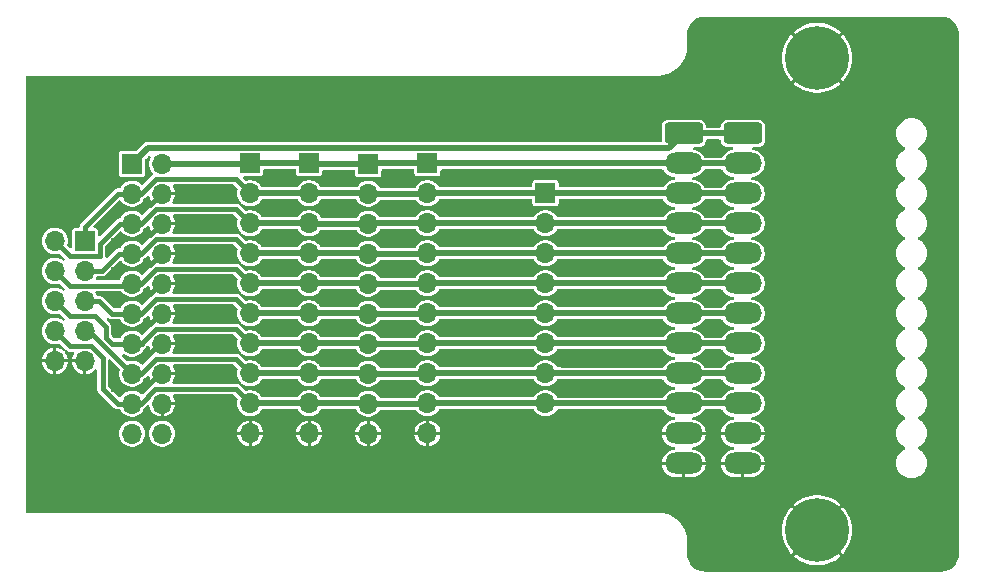
<source format=gbr>
%TF.GenerationSoftware,KiCad,Pcbnew,8.0.4*%
%TF.CreationDate,2024-08-22T21:39:24+02:00*%
%TF.ProjectId,breakout,62726561-6b6f-4757-942e-6b696361645f,rev?*%
%TF.SameCoordinates,Original*%
%TF.FileFunction,Copper,L1,Top*%
%TF.FilePolarity,Positive*%
%FSLAX46Y46*%
G04 Gerber Fmt 4.6, Leading zero omitted, Abs format (unit mm)*
G04 Created by KiCad (PCBNEW 8.0.4) date 2024-08-22 21:39:24*
%MOMM*%
%LPD*%
G01*
G04 APERTURE LIST*
G04 Aperture macros list*
%AMRoundRect*
0 Rectangle with rounded corners*
0 $1 Rounding radius*
0 $2 $3 $4 $5 $6 $7 $8 $9 X,Y pos of 4 corners*
0 Add a 4 corners polygon primitive as box body*
4,1,4,$2,$3,$4,$5,$6,$7,$8,$9,$2,$3,0*
0 Add four circle primitives for the rounded corners*
1,1,$1+$1,$2,$3*
1,1,$1+$1,$4,$5*
1,1,$1+$1,$6,$7*
1,1,$1+$1,$8,$9*
0 Add four rect primitives between the rounded corners*
20,1,$1+$1,$2,$3,$4,$5,0*
20,1,$1+$1,$4,$5,$6,$7,0*
20,1,$1+$1,$6,$7,$8,$9,0*
20,1,$1+$1,$8,$9,$2,$3,0*%
G04 Aperture macros list end*
%TA.AperFunction,ComponentPad*%
%ADD10R,1.700000X1.700000*%
%TD*%
%TA.AperFunction,ComponentPad*%
%ADD11O,1.700000X1.700000*%
%TD*%
%TA.AperFunction,ComponentPad*%
%ADD12C,5.400000*%
%TD*%
%TA.AperFunction,ComponentPad*%
%ADD13RoundRect,0.250000X-1.350000X0.650000X-1.350000X-0.650000X1.350000X-0.650000X1.350000X0.650000X0*%
%TD*%
%TA.AperFunction,ComponentPad*%
%ADD14O,3.200000X1.800000*%
%TD*%
%TA.AperFunction,ViaPad*%
%ADD15C,0.600000*%
%TD*%
%TA.AperFunction,Conductor*%
%ADD16C,0.500000*%
%TD*%
%TA.AperFunction,Conductor*%
%ADD17C,0.400000*%
%TD*%
G04 APERTURE END LIST*
D10*
%TO.P,J9,1,Pin_1*%
%TO.N,/D0*%
X129500000Y-81500000D03*
D11*
%TO.P,J9,2,Pin_2*%
%TO.N,/D1*%
X126960000Y-81500000D03*
%TO.P,J9,3,Pin_3*%
%TO.N,/D2*%
X129500000Y-84040000D03*
%TO.P,J9,4,Pin_4*%
%TO.N,/D3*%
X126960000Y-84040000D03*
%TO.P,J9,5,Pin_5*%
%TO.N,/D4*%
X129500000Y-86580000D03*
%TO.P,J9,6,Pin_6*%
%TO.N,/D5*%
X126960000Y-86580000D03*
%TO.P,J9,7,Pin_7*%
%TO.N,/D6*%
X129500000Y-89120000D03*
%TO.P,J9,8,Pin_8*%
%TO.N,/D7*%
X126960000Y-89120000D03*
%TO.P,J9,9,Pin_9*%
%TO.N,GND*%
X129500000Y-91660000D03*
%TO.P,J9,10,Pin_10*%
X126960000Y-91660000D03*
%TD*%
D10*
%TO.P,J5,1,Pin_1*%
%TO.N,VBUS*%
X153500000Y-74960000D03*
D11*
%TO.P,J5,2,Pin_2*%
%TO.N,/D0*%
X153500000Y-77500000D03*
%TO.P,J5,3,Pin_3*%
%TO.N,/D1*%
X153500000Y-80040000D03*
%TO.P,J5,4,Pin_4*%
%TO.N,/D2*%
X153500000Y-82580000D03*
%TO.P,J5,5,Pin_5*%
%TO.N,/D3*%
X153500000Y-85120000D03*
%TO.P,J5,6,Pin_6*%
%TO.N,/D4*%
X153500000Y-87660000D03*
%TO.P,J5,7,Pin_7*%
%TO.N,/D5*%
X153500000Y-90200000D03*
%TO.P,J5,8,Pin_8*%
%TO.N,/D6*%
X153500000Y-92740000D03*
%TO.P,J5,9,Pin_9*%
%TO.N,/D7*%
X153500000Y-95280000D03*
%TO.P,J5,10,Pin_10*%
%TO.N,GND*%
X153500000Y-97820000D03*
%TD*%
D12*
%TO.P,H1,1,1*%
%TO.N,GND*%
X191500000Y-66000000D03*
%TD*%
D10*
%TO.P,J4,1,Pin_1*%
%TO.N,VBUS*%
X143500000Y-74920000D03*
D11*
%TO.P,J4,2,Pin_2*%
%TO.N,/D0*%
X143500000Y-77460000D03*
%TO.P,J4,3,Pin_3*%
%TO.N,/D1*%
X143500000Y-80000000D03*
%TO.P,J4,4,Pin_4*%
%TO.N,/D2*%
X143500000Y-82540000D03*
%TO.P,J4,5,Pin_5*%
%TO.N,/D3*%
X143500000Y-85080000D03*
%TO.P,J4,6,Pin_6*%
%TO.N,/D4*%
X143500000Y-87620000D03*
%TO.P,J4,7,Pin_7*%
%TO.N,/D5*%
X143500000Y-90160000D03*
%TO.P,J4,8,Pin_8*%
%TO.N,/D6*%
X143500000Y-92700000D03*
%TO.P,J4,9,Pin_9*%
%TO.N,/D7*%
X143500000Y-95240000D03*
%TO.P,J4,10,Pin_10*%
%TO.N,GND*%
X143500000Y-97780000D03*
%TD*%
D10*
%TO.P,J3,1,Pin_1*%
%TO.N,VBUS*%
X148500000Y-74920000D03*
D11*
%TO.P,J3,2,Pin_2*%
%TO.N,/D0*%
X148500000Y-77460000D03*
%TO.P,J3,3,Pin_3*%
%TO.N,/D1*%
X148500000Y-80000000D03*
%TO.P,J3,4,Pin_4*%
%TO.N,/D2*%
X148500000Y-82540000D03*
%TO.P,J3,5,Pin_5*%
%TO.N,/D3*%
X148500000Y-85080000D03*
%TO.P,J3,6,Pin_6*%
%TO.N,/D4*%
X148500000Y-87620000D03*
%TO.P,J3,7,Pin_7*%
%TO.N,/D5*%
X148500000Y-90160000D03*
%TO.P,J3,8,Pin_8*%
%TO.N,/D6*%
X148500000Y-92700000D03*
%TO.P,J3,9,Pin_9*%
%TO.N,/D7*%
X148500000Y-95240000D03*
%TO.P,J3,10,Pin_10*%
%TO.N,GND*%
X148500000Y-97780000D03*
%TD*%
D12*
%TO.P,H2,1,1*%
%TO.N,GND*%
X191500000Y-106000000D03*
%TD*%
D10*
%TO.P,J7,1,Pin_1*%
%TO.N,/D0*%
X168500000Y-77460000D03*
D11*
%TO.P,J7,2,Pin_2*%
%TO.N,/D1*%
X168500000Y-80000000D03*
%TO.P,J7,3,Pin_3*%
%TO.N,/D2*%
X168500000Y-82540000D03*
%TO.P,J7,4,Pin_4*%
%TO.N,/D3*%
X168500000Y-85080000D03*
%TO.P,J7,5,Pin_5*%
%TO.N,/D4*%
X168500000Y-87620000D03*
%TO.P,J7,6,Pin_6*%
%TO.N,/D5*%
X168500000Y-90160000D03*
%TO.P,J7,7,Pin_7*%
%TO.N,/D6*%
X168500000Y-92700000D03*
%TO.P,J7,8,Pin_8*%
%TO.N,/D7*%
X168500000Y-95240000D03*
%TD*%
D13*
%TO.P,J2,1,Pin_1*%
%TO.N,/VSENSE*%
X185200000Y-72400000D03*
X180200000Y-72400000D03*
D14*
%TO.P,J2,2,Pin_2*%
%TO.N,VBUS*%
X185200000Y-74940000D03*
X180200000Y-74940000D03*
%TO.P,J2,3,Pin_3*%
%TO.N,/D0*%
X185200000Y-77480000D03*
X180200000Y-77480000D03*
%TO.P,J2,4,Pin_4*%
%TO.N,/D1*%
X185200000Y-80020000D03*
X180200000Y-80020000D03*
%TO.P,J2,5,Pin_5*%
%TO.N,/D2*%
X185200000Y-82560000D03*
X180200000Y-82560000D03*
%TO.P,J2,6,Pin_6*%
%TO.N,/D3*%
X185200000Y-85100000D03*
X180200000Y-85100000D03*
%TO.P,J2,7,Pin_7*%
%TO.N,/D4*%
X185200000Y-87640000D03*
X180200000Y-87640000D03*
%TO.P,J2,8,Pin_8*%
%TO.N,/D5*%
X185200000Y-90180000D03*
X180200000Y-90180000D03*
%TO.P,J2,9,Pin_9*%
%TO.N,/D6*%
X185200000Y-92720000D03*
X180200000Y-92720000D03*
%TO.P,J2,10,Pin_10*%
%TO.N,/D7*%
X185200000Y-95260000D03*
X180200000Y-95260000D03*
%TO.P,J2,11,Pin_11*%
%TO.N,GND*%
X185200000Y-97800000D03*
X180200000Y-97800000D03*
%TO.P,J2,12,Pin_12*%
X185200000Y-100340000D03*
X180200000Y-100340000D03*
%TD*%
D10*
%TO.P,J6,1,Pin_1*%
%TO.N,VBUS*%
X158500000Y-74920000D03*
D11*
%TO.P,J6,2,Pin_2*%
%TO.N,/D0*%
X158500000Y-77460000D03*
%TO.P,J6,3,Pin_3*%
%TO.N,/D1*%
X158500000Y-80000000D03*
%TO.P,J6,4,Pin_4*%
%TO.N,/D2*%
X158500000Y-82540000D03*
%TO.P,J6,5,Pin_5*%
%TO.N,/D3*%
X158500000Y-85080000D03*
%TO.P,J6,6,Pin_6*%
%TO.N,/D4*%
X158500000Y-87620000D03*
%TO.P,J6,7,Pin_7*%
%TO.N,/D5*%
X158500000Y-90160000D03*
%TO.P,J6,8,Pin_8*%
%TO.N,/D6*%
X158500000Y-92700000D03*
%TO.P,J6,9,Pin_9*%
%TO.N,/D7*%
X158500000Y-95240000D03*
%TO.P,J6,10,Pin_10*%
%TO.N,GND*%
X158500000Y-97780000D03*
%TD*%
D10*
%TO.P,J1,1,Pin_1*%
%TO.N,/VSENSE*%
X133500000Y-74960000D03*
D11*
%TO.P,J1,2,Pin_2*%
%TO.N,VBUS*%
X136040000Y-74960000D03*
%TO.P,J1,3,Pin_3*%
%TO.N,/D0*%
X133500000Y-77500000D03*
%TO.P,J1,4,Pin_4*%
%TO.N,GND*%
X136040000Y-77500000D03*
%TO.P,J1,5,Pin_5*%
%TO.N,/D1*%
X133500000Y-80040000D03*
%TO.P,J1,6,Pin_6*%
%TO.N,GND*%
X136040000Y-80040000D03*
%TO.P,J1,7,Pin_7*%
%TO.N,/D2*%
X133500000Y-82580000D03*
%TO.P,J1,8,Pin_8*%
%TO.N,GND*%
X136040000Y-82580000D03*
%TO.P,J1,9,Pin_9*%
%TO.N,/D3*%
X133500000Y-85120000D03*
%TO.P,J1,10,Pin_10*%
%TO.N,GND*%
X136040000Y-85120000D03*
%TO.P,J1,11,Pin_11*%
%TO.N,/D4*%
X133500000Y-87660000D03*
%TO.P,J1,12,Pin_12*%
%TO.N,GND*%
X136040000Y-87660000D03*
%TO.P,J1,13,Pin_13*%
%TO.N,/D5*%
X133500000Y-90200000D03*
%TO.P,J1,14,Pin_14*%
%TO.N,GND*%
X136040000Y-90200000D03*
%TO.P,J1,15,Pin_15*%
%TO.N,/D6*%
X133500000Y-92740000D03*
%TO.P,J1,16,Pin_16*%
%TO.N,GND*%
X136040000Y-92740000D03*
%TO.P,J1,17,Pin_17*%
%TO.N,/D7*%
X133500000Y-95280000D03*
%TO.P,J1,18,Pin_18*%
%TO.N,GND*%
X136040000Y-95280000D03*
%TO.P,J1,19,Pin_19*%
%TO.N,unconnected-(J1-Pin_19-Pad19)*%
X133500000Y-97820000D03*
%TO.P,J1,20,Pin_20*%
%TO.N,unconnected-(J1-Pin_20-Pad20)*%
X136040000Y-97820000D03*
%TD*%
D15*
%TO.N,GND*%
X177200000Y-81200000D03*
X160500000Y-79000000D03*
X176000000Y-69000000D03*
X156000000Y-101000000D03*
X187200000Y-94000000D03*
X163500000Y-71000000D03*
X138000000Y-80000000D03*
X166000000Y-71000000D03*
X146000000Y-76000000D03*
X187200000Y-86400000D03*
X146000000Y-84000000D03*
X166000000Y-89000000D03*
X141500000Y-90000000D03*
X151000000Y-84000000D03*
X151000000Y-94000000D03*
X187200000Y-91400000D03*
X177200000Y-91400000D03*
X141500000Y-80000000D03*
X148500000Y-103000000D03*
X166000000Y-97000000D03*
X143500000Y-71000000D03*
X151000000Y-71000000D03*
X151000000Y-101000000D03*
X166000000Y-101000000D03*
X173500000Y-71000000D03*
X177200000Y-86400000D03*
X138000000Y-77500000D03*
X156000000Y-86500000D03*
X182800000Y-94000000D03*
X161000000Y-103000000D03*
X132000000Y-81500000D03*
X163500000Y-101000000D03*
X168500000Y-69000000D03*
X171000000Y-79000000D03*
X171000000Y-86500000D03*
X161000000Y-101000000D03*
X158500000Y-71000000D03*
X156000000Y-79000000D03*
X151000000Y-86500000D03*
X171000000Y-103000000D03*
X146000000Y-69000000D03*
X166000000Y-91500000D03*
X141500000Y-82500000D03*
X156000000Y-76000000D03*
X182800000Y-76200000D03*
X146000000Y-81500000D03*
X146000000Y-91500000D03*
X156000000Y-89000000D03*
X182800000Y-86400000D03*
X138000000Y-72600000D03*
X141500000Y-87500000D03*
X171000000Y-101000000D03*
X141500000Y-85000000D03*
X176000000Y-71000000D03*
X187200000Y-81400000D03*
X182800000Y-91400000D03*
X141500000Y-92500000D03*
X173500000Y-69000000D03*
X146000000Y-89000000D03*
X166000000Y-86500000D03*
X138000000Y-85000000D03*
X151000000Y-76000000D03*
X171000000Y-69000000D03*
X160500000Y-86500000D03*
X156000000Y-69000000D03*
X132000000Y-76000000D03*
X151000000Y-79000000D03*
X171000000Y-81500000D03*
X177200000Y-76200000D03*
X143500000Y-101000000D03*
X171000000Y-84000000D03*
X156000000Y-94000000D03*
X163500000Y-69000000D03*
X151000000Y-81500000D03*
X156000000Y-81500000D03*
X173500000Y-103000000D03*
X141500000Y-77500000D03*
X146000000Y-94000000D03*
X138000000Y-87500000D03*
X141500000Y-72600000D03*
X166000000Y-103000000D03*
X171000000Y-91500000D03*
X153500000Y-103000000D03*
X160500000Y-91500000D03*
X160500000Y-89000000D03*
X138000000Y-82500000D03*
X182800000Y-81400000D03*
X158500000Y-69000000D03*
X187200000Y-83800000D03*
X182800000Y-78800000D03*
X146000000Y-71000000D03*
X166000000Y-81500000D03*
X187200000Y-88800000D03*
X171000000Y-76000000D03*
X156000000Y-97000000D03*
X182800000Y-83800000D03*
X171000000Y-71000000D03*
X146000000Y-97000000D03*
X166000000Y-79000000D03*
X177200000Y-83800000D03*
X132000000Y-94000000D03*
X132000000Y-84000000D03*
X158500000Y-103000000D03*
X156000000Y-84000000D03*
X166000000Y-94000000D03*
X160500000Y-81500000D03*
X132000000Y-79000000D03*
X171000000Y-97000000D03*
X187200000Y-96600000D03*
X138000000Y-90000000D03*
X148500000Y-71000000D03*
X163500000Y-103000000D03*
X166000000Y-76000000D03*
X156000000Y-71000000D03*
X177200000Y-88800000D03*
X158500000Y-101000000D03*
X151000000Y-89000000D03*
X182800000Y-89000000D03*
X138000000Y-95000000D03*
X168500000Y-71000000D03*
X168500000Y-103000000D03*
X171000000Y-89000000D03*
X153500000Y-69000000D03*
X153500000Y-71000000D03*
X173500000Y-101000000D03*
X153500000Y-101000000D03*
X166000000Y-69000000D03*
X146000000Y-101000000D03*
X160500000Y-76000000D03*
X132000000Y-86500000D03*
X161000000Y-71000000D03*
X160500000Y-84000000D03*
X187200000Y-78800000D03*
X177200000Y-78800000D03*
X182800000Y-96600000D03*
X146000000Y-103000000D03*
X156000000Y-103000000D03*
X187200000Y-76200000D03*
X187200000Y-73600000D03*
X143500000Y-69000000D03*
X182800000Y-73600000D03*
X151000000Y-91500000D03*
X148500000Y-69000000D03*
X177200000Y-96600000D03*
X143500000Y-103000000D03*
X161000000Y-69000000D03*
X171000000Y-94000000D03*
X148500000Y-101000000D03*
X141500000Y-95000000D03*
X138000000Y-92500000D03*
X146000000Y-79000000D03*
X132000000Y-89000000D03*
X166000000Y-84000000D03*
X160500000Y-94000000D03*
X168500000Y-101000000D03*
X151000000Y-69000000D03*
X151000000Y-103000000D03*
X160500000Y-97000000D03*
X132000000Y-97000000D03*
X176000000Y-101000000D03*
X177200000Y-94000000D03*
X146000000Y-86500000D03*
X156000000Y-91500000D03*
X176000000Y-103000000D03*
X151000000Y-97000000D03*
%TD*%
D16*
%TO.N,VBUS*%
X158920000Y-74920000D02*
X158960000Y-74880000D01*
X143500000Y-74920000D02*
X148500000Y-74920000D01*
X158940000Y-74940000D02*
X180200000Y-74940000D01*
X136040000Y-74960000D02*
X143460000Y-74960000D01*
X180200000Y-74940000D02*
X185200000Y-74940000D01*
X148500000Y-74920000D02*
X148920000Y-74920000D01*
X153960000Y-74960000D02*
X154000000Y-74920000D01*
X158500000Y-74920000D02*
X158920000Y-74920000D01*
X153500000Y-74960000D02*
X153960000Y-74960000D01*
X154000000Y-74920000D02*
X158500000Y-74920000D01*
X136040000Y-74960000D02*
X135892994Y-74960000D01*
X148920000Y-74920000D02*
X148960000Y-74960000D01*
X143460000Y-74960000D02*
X143500000Y-74920000D01*
X158920000Y-74920000D02*
X158940000Y-74940000D01*
X148960000Y-74960000D02*
X153500000Y-74960000D01*
%TO.N,/D4*%
X148500000Y-87620000D02*
X153460000Y-87620000D01*
X180200000Y-87640000D02*
X185200000Y-87640000D01*
X158460000Y-87660000D02*
X158500000Y-87620000D01*
D17*
X129500000Y-86580000D02*
X130702081Y-86580000D01*
D16*
X168500000Y-87620000D02*
X180180000Y-87620000D01*
X158500000Y-87620000D02*
X168500000Y-87620000D01*
D17*
X133500000Y-87660000D02*
X134272233Y-87660000D01*
X142290000Y-86410000D02*
X143500000Y-87620000D01*
X135522233Y-86410000D02*
X142290000Y-86410000D01*
D16*
X180180000Y-87620000D02*
X180200000Y-87640000D01*
X153500000Y-87660000D02*
X158460000Y-87660000D01*
D17*
X130702081Y-86580000D02*
X131782081Y-87660000D01*
D16*
X153460000Y-87620000D02*
X153500000Y-87660000D01*
X143500000Y-87620000D02*
X148500000Y-87620000D01*
D17*
X134272233Y-87660000D02*
X135522233Y-86410000D01*
X131782081Y-87660000D02*
X133500000Y-87660000D01*
%TO.N,/D2*%
X133500000Y-82580000D02*
X134272233Y-82580000D01*
X132430050Y-82580000D02*
X133500000Y-82580000D01*
D16*
X180200000Y-82560000D02*
X185200000Y-82560000D01*
D17*
X135522233Y-81330000D02*
X142290000Y-81330000D01*
D16*
X180180000Y-82540000D02*
X180200000Y-82560000D01*
D17*
X129500000Y-84040000D02*
X130970050Y-84040000D01*
D16*
X158500000Y-82540000D02*
X168500000Y-82540000D01*
D17*
X142290000Y-81330000D02*
X143500000Y-82540000D01*
D16*
X153460000Y-82540000D02*
X153500000Y-82580000D01*
D17*
X134272233Y-82580000D02*
X135522233Y-81330000D01*
D16*
X168500000Y-82540000D02*
X180180000Y-82540000D01*
X158460000Y-82580000D02*
X158500000Y-82540000D01*
X143500000Y-82540000D02*
X148500000Y-82540000D01*
X153500000Y-82580000D02*
X158460000Y-82580000D01*
D17*
X130970050Y-84040000D02*
X132430050Y-82580000D01*
D16*
X148500000Y-82540000D02*
X153460000Y-82540000D01*
D17*
%TO.N,GND*%
X136040000Y-92740000D02*
X135760000Y-92740000D01*
X136040000Y-77500000D02*
X135963705Y-77500000D01*
X135960000Y-80040000D02*
X135000000Y-81000000D01*
X135880000Y-85120000D02*
X135000000Y-86000000D01*
X135760000Y-92740000D02*
X135000000Y-93500000D01*
X135840000Y-87660000D02*
X135000000Y-88500000D01*
X136040000Y-90200000D02*
X135800000Y-90200000D01*
X136040000Y-87660000D02*
X135840000Y-87660000D01*
X135920000Y-82580000D02*
X135000000Y-83500000D01*
X136040000Y-82580000D02*
X135920000Y-82580000D01*
X135963705Y-77500000D02*
X134981852Y-78481853D01*
X136040000Y-80040000D02*
X135960000Y-80040000D01*
X136040000Y-85120000D02*
X135880000Y-85120000D01*
X135800000Y-90200000D02*
X135000000Y-91000000D01*
%TO.N,/D7*%
X133500000Y-95280000D02*
X134220000Y-95280000D01*
D16*
X168960000Y-95240000D02*
X168980000Y-95260000D01*
X180200000Y-95260000D02*
X185200000Y-95260000D01*
D17*
X128250000Y-90410000D02*
X130017767Y-90410000D01*
X142290000Y-94030000D02*
X143500000Y-95240000D01*
X131000000Y-94000000D02*
X132280000Y-95280000D01*
D16*
X158460000Y-95280000D02*
X158500000Y-95240000D01*
X158500000Y-95240000D02*
X168500000Y-95240000D01*
D17*
X130017767Y-90410000D02*
X131000000Y-91392233D01*
X131000000Y-91392233D02*
X131000000Y-94000000D01*
X135470000Y-94030000D02*
X142290000Y-94030000D01*
D16*
X168500000Y-95240000D02*
X168960000Y-95240000D01*
X153500000Y-95280000D02*
X158460000Y-95280000D01*
X153460000Y-95240000D02*
X153500000Y-95280000D01*
X168980000Y-95260000D02*
X180200000Y-95260000D01*
X148500000Y-95240000D02*
X153460000Y-95240000D01*
D17*
X132280000Y-95280000D02*
X133500000Y-95280000D01*
D16*
X143500000Y-95240000D02*
X148500000Y-95240000D01*
D17*
X134220000Y-95280000D02*
X135470000Y-94030000D01*
X126960000Y-89120000D02*
X128250000Y-90410000D01*
%TO.N,/D0*%
X142290000Y-76250000D02*
X143500000Y-77460000D01*
D16*
X158500000Y-77460000D02*
X168500000Y-77460000D01*
D17*
X134272233Y-77500000D02*
X135522233Y-76250000D01*
D16*
X153460000Y-77460000D02*
X153500000Y-77500000D01*
D17*
X135522233Y-76250000D02*
X142290000Y-76250000D01*
D16*
X180200000Y-77480000D02*
X185200000Y-77480000D01*
X143500000Y-77460000D02*
X148500000Y-77460000D01*
D17*
X133500000Y-77500000D02*
X134272233Y-77500000D01*
X129500000Y-80297919D02*
X132297919Y-77500000D01*
D16*
X180180000Y-77460000D02*
X180200000Y-77480000D01*
X158460000Y-77500000D02*
X158500000Y-77460000D01*
D17*
X129500000Y-81500000D02*
X129500000Y-80297919D01*
D16*
X153500000Y-77500000D02*
X158460000Y-77500000D01*
X148500000Y-77460000D02*
X153460000Y-77460000D01*
D17*
X132297919Y-77500000D02*
X133500000Y-77500000D01*
D16*
X168500000Y-77460000D02*
X180180000Y-77460000D01*
%TO.N,/D1*%
X180200000Y-80020000D02*
X185200000Y-80020000D01*
X153500000Y-80040000D02*
X148540000Y-80040000D01*
X180180000Y-80000000D02*
X180200000Y-80020000D01*
D17*
X142290000Y-78790000D02*
X143500000Y-80000000D01*
D16*
X168500000Y-80000000D02*
X180180000Y-80000000D01*
X168500000Y-80000000D02*
X158500000Y-80000000D01*
D17*
X126960000Y-81500000D02*
X128210000Y-82750000D01*
X135522233Y-78790000D02*
X142290000Y-78790000D01*
D16*
X148500000Y-80000000D02*
X143500000Y-80000000D01*
X158500000Y-80000000D02*
X153540000Y-80000000D01*
D17*
X133500000Y-80040000D02*
X134272233Y-80040000D01*
D16*
X168540000Y-79960000D02*
X168500000Y-80000000D01*
D17*
X132470050Y-80040000D02*
X133500000Y-80040000D01*
X128210000Y-82750000D02*
X130790000Y-82750000D01*
X134272233Y-80040000D02*
X135522233Y-78790000D01*
X130790000Y-82750000D02*
X130790000Y-81720050D01*
X130790000Y-81720050D02*
X132470050Y-80040000D01*
D16*
X148540000Y-80040000D02*
X148500000Y-80000000D01*
X153540000Y-80000000D02*
X153500000Y-80040000D01*
%TO.N,/D3*%
X158500000Y-85080000D02*
X168500000Y-85080000D01*
D17*
X134272233Y-85120000D02*
X135522233Y-83870000D01*
X133330000Y-85290000D02*
X133500000Y-85120000D01*
D16*
X153500000Y-85120000D02*
X158460000Y-85120000D01*
D17*
X135522233Y-83870000D02*
X142290000Y-83870000D01*
D16*
X180180000Y-85080000D02*
X180200000Y-85100000D01*
X153460000Y-85080000D02*
X153500000Y-85120000D01*
X180200000Y-85100000D02*
X185200000Y-85100000D01*
D17*
X133500000Y-85120000D02*
X134272233Y-85120000D01*
X142290000Y-83870000D02*
X143500000Y-85080000D01*
X128210000Y-85290000D02*
X133330000Y-85290000D01*
D16*
X158460000Y-85120000D02*
X158500000Y-85080000D01*
X148500000Y-85080000D02*
X153460000Y-85080000D01*
X168500000Y-85080000D02*
X180180000Y-85080000D01*
D17*
X126960000Y-84040000D02*
X128210000Y-85290000D01*
D16*
X143500000Y-85080000D02*
X148500000Y-85080000D01*
%TO.N,/VSENSE*%
X178980000Y-73620000D02*
X180200000Y-72400000D01*
X133500000Y-74960000D02*
X134840000Y-73620000D01*
X134840000Y-73620000D02*
X178980000Y-73620000D01*
X180200000Y-72400000D02*
X185200000Y-72400000D01*
D17*
%TO.N,/D5*%
X142290000Y-88950000D02*
X143500000Y-90160000D01*
X134300000Y-90200000D02*
X134300000Y-90172233D01*
D16*
X143500000Y-90160000D02*
X148500000Y-90160000D01*
D17*
X131300000Y-89691472D02*
X131808528Y-90200000D01*
X130330000Y-87830000D02*
X131300000Y-88800000D01*
D16*
X168500000Y-90160000D02*
X180180000Y-90160000D01*
X153500000Y-90200000D02*
X158460000Y-90200000D01*
X148500000Y-90160000D02*
X153460000Y-90160000D01*
X158460000Y-90200000D02*
X158500000Y-90160000D01*
D17*
X128210000Y-87830000D02*
X130330000Y-87830000D01*
X126960000Y-86580000D02*
X128210000Y-87830000D01*
D16*
X158500000Y-90160000D02*
X168500000Y-90160000D01*
X180180000Y-90160000D02*
X180200000Y-90180000D01*
D17*
X131808528Y-90200000D02*
X133500000Y-90200000D01*
X131300000Y-88800000D02*
X131300000Y-89691472D01*
D16*
X153460000Y-90160000D02*
X153500000Y-90200000D01*
D17*
X134300000Y-90172233D02*
X135522233Y-88950000D01*
D16*
X180200000Y-90180000D02*
X185200000Y-90180000D01*
D17*
X135522233Y-88950000D02*
X142290000Y-88950000D01*
X133500000Y-90200000D02*
X134300000Y-90200000D01*
D16*
%TO.N,/D6*%
X158460000Y-92740000D02*
X158500000Y-92700000D01*
X153460000Y-92700000D02*
X153500000Y-92740000D01*
X153500000Y-92740000D02*
X158460000Y-92740000D01*
X169700000Y-92700000D02*
X169720000Y-92720000D01*
D17*
X142290000Y-91490000D02*
X143500000Y-92700000D01*
X129500000Y-89120000D02*
X129880000Y-89120000D01*
X133500000Y-92740000D02*
X134260000Y-92740000D01*
D16*
X169720000Y-92720000D02*
X180200000Y-92720000D01*
X158500000Y-92700000D02*
X168500000Y-92700000D01*
X148500000Y-92700000D02*
X153460000Y-92700000D01*
X143500000Y-92700000D02*
X148500000Y-92700000D01*
X180200000Y-92720000D02*
X185200000Y-92720000D01*
D17*
X134260000Y-92740000D02*
X135510000Y-91490000D01*
X129880000Y-89120000D02*
X133500000Y-92740000D01*
D16*
X168500000Y-92700000D02*
X169700000Y-92700000D01*
D17*
X135510000Y-91490000D02*
X142290000Y-91490000D01*
%TD*%
%TA.AperFunction,Conductor*%
%TO.N,GND*%
G36*
X147508121Y-93223423D02*
G01*
X147552615Y-93273063D01*
X147557763Y-93283403D01*
X147681007Y-93446605D01*
X147681010Y-93446608D01*
X147832143Y-93584385D01*
X147832146Y-93584387D01*
X147832150Y-93584390D01*
X148004250Y-93690949D01*
X148006020Y-93692045D01*
X148196719Y-93765922D01*
X148397746Y-93803500D01*
X148602254Y-93803500D01*
X148803281Y-93765922D01*
X148993980Y-93692045D01*
X149157769Y-93590631D01*
X149167849Y-93584390D01*
X149167849Y-93584389D01*
X149167857Y-93584385D01*
X149318990Y-93446608D01*
X149442234Y-93283407D01*
X149447385Y-93273063D01*
X149495461Y-93221205D01*
X149559729Y-93203500D01*
X152420353Y-93203500D01*
X152488203Y-93223423D01*
X152532696Y-93273060D01*
X152557766Y-93323408D01*
X152681007Y-93486605D01*
X152681010Y-93486608D01*
X152832143Y-93624385D01*
X152832146Y-93624387D01*
X152832150Y-93624390D01*
X152993043Y-93724010D01*
X153006020Y-93732045D01*
X153196719Y-93805922D01*
X153196723Y-93805922D01*
X153196724Y-93805923D01*
X153279905Y-93821472D01*
X153397746Y-93843500D01*
X153602254Y-93843500D01*
X153803281Y-93805922D01*
X153993980Y-93732045D01*
X154167857Y-93624385D01*
X154318990Y-93486608D01*
X154442234Y-93323407D01*
X154447385Y-93313063D01*
X154495461Y-93261205D01*
X154559729Y-93243500D01*
X157465138Y-93243500D01*
X157532988Y-93263423D01*
X157565289Y-93293369D01*
X157681007Y-93446605D01*
X157681010Y-93446608D01*
X157832143Y-93584385D01*
X157832146Y-93584387D01*
X157832150Y-93584390D01*
X158004250Y-93690949D01*
X158006020Y-93692045D01*
X158196719Y-93765922D01*
X158397746Y-93803500D01*
X158602254Y-93803500D01*
X158803281Y-93765922D01*
X158993980Y-93692045D01*
X159157769Y-93590631D01*
X159167849Y-93584390D01*
X159167849Y-93584389D01*
X159167857Y-93584385D01*
X159318990Y-93446608D01*
X159442234Y-93283407D01*
X159447385Y-93273063D01*
X159495461Y-93221205D01*
X159559729Y-93203500D01*
X167440271Y-93203500D01*
X167508121Y-93223423D01*
X167552615Y-93273063D01*
X167557763Y-93283403D01*
X167681007Y-93446605D01*
X167681010Y-93446608D01*
X167832143Y-93584385D01*
X167832146Y-93584387D01*
X167832150Y-93584390D01*
X168004250Y-93690949D01*
X168006020Y-93692045D01*
X168196719Y-93765922D01*
X168397746Y-93803500D01*
X168602254Y-93803500D01*
X168803281Y-93765922D01*
X168993980Y-93692045D01*
X169157769Y-93590631D01*
X169167849Y-93584390D01*
X169167849Y-93584389D01*
X169167857Y-93584385D01*
X169318990Y-93446608D01*
X169442234Y-93283407D01*
X169447385Y-93273063D01*
X169495461Y-93221205D01*
X169559729Y-93203500D01*
X169562547Y-93203500D01*
X169595028Y-93207776D01*
X169653712Y-93223500D01*
X169653713Y-93223500D01*
X178385036Y-93223500D01*
X178452886Y-93243423D01*
X178496856Y-93292023D01*
X178513438Y-93324566D01*
X178513440Y-93324569D01*
X178513443Y-93324574D01*
X178620155Y-93471451D01*
X178748548Y-93599844D01*
X178895425Y-93706556D01*
X178895428Y-93706557D01*
X178895434Y-93706562D01*
X179057210Y-93788991D01*
X179229888Y-93845097D01*
X179229891Y-93845097D01*
X179229893Y-93845098D01*
X179362149Y-93866045D01*
X179426048Y-93896336D01*
X179463426Y-93956365D01*
X179462416Y-94027073D01*
X179423340Y-94086010D01*
X179362149Y-94113955D01*
X179229894Y-94134901D01*
X179229893Y-94134901D01*
X179057208Y-94191009D01*
X178895439Y-94273435D01*
X178895425Y-94273443D01*
X178748548Y-94380155D01*
X178620155Y-94508548D01*
X178513443Y-94655425D01*
X178513438Y-94655434D01*
X178496856Y-94687976D01*
X178448303Y-94739386D01*
X178385036Y-94756500D01*
X169569688Y-94756500D01*
X169501838Y-94736577D01*
X169457345Y-94686939D01*
X169442235Y-94656593D01*
X169318992Y-94493394D01*
X169318989Y-94493391D01*
X169211738Y-94395618D01*
X169167857Y-94355615D01*
X169167854Y-94355613D01*
X169167849Y-94355609D01*
X168993989Y-94247960D01*
X168993976Y-94247953D01*
X168803281Y-94174078D01*
X168803275Y-94174076D01*
X168602254Y-94136500D01*
X168397746Y-94136500D01*
X168196724Y-94174076D01*
X168196718Y-94174078D01*
X168006023Y-94247953D01*
X168006010Y-94247960D01*
X167832150Y-94355609D01*
X167832139Y-94355618D01*
X167681010Y-94493391D01*
X167681007Y-94493394D01*
X167557763Y-94656596D01*
X167552615Y-94666937D01*
X167504539Y-94718795D01*
X167440271Y-94736500D01*
X159559729Y-94736500D01*
X159491879Y-94716577D01*
X159447385Y-94666937D01*
X159442236Y-94656596D01*
X159441362Y-94655439D01*
X159349196Y-94533391D01*
X159318992Y-94493394D01*
X159318989Y-94493391D01*
X159211738Y-94395618D01*
X159167857Y-94355615D01*
X159167854Y-94355613D01*
X159167849Y-94355609D01*
X158993989Y-94247960D01*
X158993976Y-94247953D01*
X158803281Y-94174078D01*
X158803275Y-94174076D01*
X158602254Y-94136500D01*
X158397746Y-94136500D01*
X158196724Y-94174076D01*
X158196718Y-94174078D01*
X158006023Y-94247953D01*
X158006010Y-94247960D01*
X157832150Y-94355609D01*
X157832139Y-94355618D01*
X157681010Y-94493391D01*
X157681007Y-94493394D01*
X157557766Y-94656591D01*
X157532696Y-94706940D01*
X157484619Y-94758797D01*
X157420353Y-94776500D01*
X154559729Y-94776500D01*
X154491879Y-94756577D01*
X154447385Y-94706937D01*
X154442236Y-94696596D01*
X154434943Y-94686939D01*
X154383243Y-94618476D01*
X154318992Y-94533394D01*
X154318989Y-94533391D01*
X154266497Y-94485538D01*
X154167857Y-94395615D01*
X154167854Y-94395613D01*
X154167849Y-94395609D01*
X153993989Y-94287960D01*
X153993976Y-94287953D01*
X153803281Y-94214078D01*
X153803275Y-94214076D01*
X153602254Y-94176500D01*
X153397746Y-94176500D01*
X153196724Y-94214076D01*
X153196718Y-94214078D01*
X153006023Y-94287953D01*
X153006010Y-94287960D01*
X152832150Y-94395609D01*
X152832139Y-94395618D01*
X152681010Y-94533391D01*
X152681007Y-94533394D01*
X152565289Y-94686631D01*
X152508502Y-94728770D01*
X152465138Y-94736500D01*
X149559729Y-94736500D01*
X149491879Y-94716577D01*
X149447385Y-94666937D01*
X149442236Y-94656596D01*
X149441362Y-94655439D01*
X149349196Y-94533391D01*
X149318992Y-94493394D01*
X149318989Y-94493391D01*
X149211738Y-94395618D01*
X149167857Y-94355615D01*
X149167854Y-94355613D01*
X149167849Y-94355609D01*
X148993989Y-94247960D01*
X148993976Y-94247953D01*
X148803281Y-94174078D01*
X148803275Y-94174076D01*
X148602254Y-94136500D01*
X148397746Y-94136500D01*
X148196724Y-94174076D01*
X148196718Y-94174078D01*
X148006023Y-94247953D01*
X148006010Y-94247960D01*
X147832150Y-94355609D01*
X147832139Y-94355618D01*
X147681010Y-94493391D01*
X147681007Y-94493394D01*
X147557763Y-94656596D01*
X147552615Y-94666937D01*
X147504539Y-94718795D01*
X147440271Y-94736500D01*
X144559729Y-94736500D01*
X144491879Y-94716577D01*
X144447385Y-94666937D01*
X144442236Y-94656596D01*
X144441362Y-94655439D01*
X144349196Y-94533391D01*
X144318992Y-94493394D01*
X144318989Y-94493391D01*
X144211738Y-94395618D01*
X144167857Y-94355615D01*
X144167854Y-94355613D01*
X144167849Y-94355609D01*
X143993989Y-94247960D01*
X143993976Y-94247953D01*
X143803281Y-94174078D01*
X143803275Y-94174076D01*
X143602254Y-94136500D01*
X143397746Y-94136500D01*
X143196721Y-94174077D01*
X143196712Y-94174080D01*
X143185539Y-94178408D01*
X143115073Y-94184337D01*
X143052588Y-94151228D01*
X143051468Y-94150122D01*
X142687421Y-93786075D01*
X142653531Y-93724010D01*
X142658576Y-93653475D01*
X142700954Y-93596865D01*
X142767210Y-93572153D01*
X142836309Y-93587184D01*
X142842230Y-93590631D01*
X143004250Y-93690949D01*
X143006020Y-93692045D01*
X143196719Y-93765922D01*
X143397746Y-93803500D01*
X143602254Y-93803500D01*
X143803281Y-93765922D01*
X143993980Y-93692045D01*
X144157769Y-93590631D01*
X144167849Y-93584390D01*
X144167849Y-93584389D01*
X144167857Y-93584385D01*
X144318990Y-93446608D01*
X144442234Y-93283407D01*
X144447385Y-93273063D01*
X144495461Y-93221205D01*
X144559729Y-93203500D01*
X147440271Y-93203500D01*
X147508121Y-93223423D01*
G37*
%TD.AperFunction*%
%TA.AperFunction,Conductor*%
G36*
X183452886Y-93243423D02*
G01*
X183496856Y-93292023D01*
X183513438Y-93324566D01*
X183513440Y-93324569D01*
X183513443Y-93324574D01*
X183620155Y-93471451D01*
X183748548Y-93599844D01*
X183895425Y-93706556D01*
X183895428Y-93706557D01*
X183895434Y-93706562D01*
X184057210Y-93788991D01*
X184229888Y-93845097D01*
X184229891Y-93845097D01*
X184229893Y-93845098D01*
X184362149Y-93866045D01*
X184426048Y-93896336D01*
X184463426Y-93956365D01*
X184462416Y-94027073D01*
X184423340Y-94086010D01*
X184362149Y-94113955D01*
X184229894Y-94134901D01*
X184229893Y-94134901D01*
X184057208Y-94191009D01*
X183895439Y-94273435D01*
X183895425Y-94273443D01*
X183748548Y-94380155D01*
X183620155Y-94508548D01*
X183513443Y-94655425D01*
X183513438Y-94655434D01*
X183496856Y-94687976D01*
X183448303Y-94739386D01*
X183385036Y-94756500D01*
X182014964Y-94756500D01*
X181947114Y-94736577D01*
X181903143Y-94687976D01*
X181886562Y-94655434D01*
X181886557Y-94655428D01*
X181886556Y-94655425D01*
X181779844Y-94508548D01*
X181651451Y-94380155D01*
X181504574Y-94273443D01*
X181504568Y-94273440D01*
X181504566Y-94273438D01*
X181454549Y-94247953D01*
X181342791Y-94191009D01*
X181170106Y-94134901D01*
X181057447Y-94117058D01*
X181037849Y-94113954D01*
X180973951Y-94083664D01*
X180936573Y-94023635D01*
X180937583Y-93952927D01*
X180976659Y-93893990D01*
X181037849Y-93866045D01*
X181170112Y-93845097D01*
X181342790Y-93788991D01*
X181504566Y-93706562D01*
X181602492Y-93635414D01*
X181651451Y-93599844D01*
X181651451Y-93599843D01*
X181651455Y-93599841D01*
X181779841Y-93471455D01*
X181886562Y-93324566D01*
X181903143Y-93292023D01*
X181951697Y-93240614D01*
X182014964Y-93223500D01*
X183385036Y-93223500D01*
X183452886Y-93243423D01*
G37*
%TD.AperFunction*%
%TA.AperFunction,Conductor*%
G36*
X131661185Y-91542983D02*
G01*
X131667742Y-91549088D01*
X132412621Y-92293967D01*
X132446511Y-92356032D01*
X132444588Y-92417053D01*
X132410643Y-92536356D01*
X132410642Y-92536360D01*
X132391772Y-92740000D01*
X132410642Y-92943639D01*
X132410643Y-92943640D01*
X132466608Y-93140338D01*
X132466610Y-93140342D01*
X132557766Y-93323408D01*
X132681007Y-93486605D01*
X132681010Y-93486608D01*
X132832143Y-93624385D01*
X132832146Y-93624387D01*
X132832150Y-93624390D01*
X132993043Y-93724010D01*
X133006020Y-93732045D01*
X133196719Y-93805922D01*
X133196723Y-93805922D01*
X133196724Y-93805923D01*
X133279905Y-93821472D01*
X133397746Y-93843500D01*
X133602254Y-93843500D01*
X133803281Y-93805922D01*
X133993980Y-93732045D01*
X134167857Y-93624385D01*
X134318990Y-93486608D01*
X134442234Y-93323407D01*
X134533392Y-93140338D01*
X134537350Y-93126428D01*
X134569316Y-93072028D01*
X134744017Y-92897327D01*
X134806078Y-92863440D01*
X134876612Y-92868485D01*
X134933223Y-92910862D01*
X134953464Y-92951727D01*
X135007076Y-93140151D01*
X135007079Y-93140160D01*
X135098192Y-93323141D01*
X135098194Y-93323144D01*
X135221848Y-93486890D01*
X135246839Y-93553042D01*
X135232097Y-93622203D01*
X135196577Y-93660159D01*
X135198069Y-93662103D01*
X135191545Y-93667108D01*
X134407004Y-94451648D01*
X134344939Y-94485538D01*
X134274404Y-94480493D01*
X134233713Y-94455651D01*
X134167860Y-94395618D01*
X134167857Y-94395615D01*
X134167854Y-94395613D01*
X134167849Y-94395609D01*
X133993989Y-94287960D01*
X133993976Y-94287953D01*
X133803281Y-94214078D01*
X133803275Y-94214076D01*
X133602254Y-94176500D01*
X133397746Y-94176500D01*
X133196724Y-94214076D01*
X133196718Y-94214078D01*
X133006023Y-94287953D01*
X133006010Y-94287960D01*
X132832150Y-94395609D01*
X132832139Y-94395618D01*
X132681010Y-94533391D01*
X132681007Y-94533394D01*
X132557758Y-94696602D01*
X132557104Y-94697660D01*
X132556659Y-94698058D01*
X132554269Y-94701224D01*
X132553649Y-94700755D01*
X132504441Y-94744853D01*
X132434624Y-94756083D01*
X132369818Y-94727784D01*
X132361668Y-94720322D01*
X131490258Y-93848912D01*
X131456368Y-93786847D01*
X131453500Y-93760170D01*
X131453500Y-91637830D01*
X131473423Y-91569980D01*
X131526865Y-91523671D01*
X131596861Y-91513607D01*
X131661185Y-91542983D01*
G37*
%TD.AperFunction*%
%TA.AperFunction,Conductor*%
G36*
X142118020Y-91963423D02*
G01*
X142138912Y-91980258D01*
X142412621Y-92253967D01*
X142446511Y-92316032D01*
X142444588Y-92377053D01*
X142410643Y-92496356D01*
X142410642Y-92496360D01*
X142391772Y-92700000D01*
X142410642Y-92903639D01*
X142410643Y-92903640D01*
X142414614Y-92917596D01*
X142466608Y-93100338D01*
X142466610Y-93100342D01*
X142557766Y-93283408D01*
X142681007Y-93446605D01*
X142684914Y-93450890D01*
X142683228Y-93452427D01*
X142714773Y-93504356D01*
X142712983Y-93575048D01*
X142673258Y-93633550D01*
X142608210Y-93661289D01*
X142538492Y-93649457D01*
X142530757Y-93645344D01*
X142465045Y-93607405D01*
X142434140Y-93599124D01*
X142434139Y-93599123D01*
X142349707Y-93576500D01*
X142349704Y-93576500D01*
X137042518Y-93576500D01*
X136974668Y-93556577D01*
X136928359Y-93503135D01*
X136918295Y-93433139D01*
X136942367Y-93375370D01*
X136981805Y-93323144D01*
X136981807Y-93323141D01*
X137072920Y-93140160D01*
X137072923Y-93140151D01*
X137128862Y-92943548D01*
X137128863Y-92943546D01*
X137136002Y-92866500D01*
X136523742Y-92866500D01*
X136540000Y-92805826D01*
X136540000Y-92674174D01*
X136523742Y-92613500D01*
X137136002Y-92613500D01*
X137128863Y-92536453D01*
X137128862Y-92536451D01*
X137072923Y-92339848D01*
X137072920Y-92339839D01*
X136981807Y-92156858D01*
X136972572Y-92144628D01*
X136947583Y-92078476D01*
X136962326Y-92009315D01*
X137012120Y-91959104D01*
X137072725Y-91943500D01*
X142050170Y-91943500D01*
X142118020Y-91963423D01*
G37*
%TD.AperFunction*%
%TA.AperFunction,Conductor*%
G36*
X147508121Y-90683423D02*
G01*
X147552615Y-90733063D01*
X147557763Y-90743403D01*
X147681007Y-90906605D01*
X147681010Y-90906608D01*
X147832143Y-91044385D01*
X147832146Y-91044387D01*
X147832150Y-91044390D01*
X148006010Y-91152039D01*
X148006020Y-91152045D01*
X148196719Y-91225922D01*
X148397746Y-91263500D01*
X148602254Y-91263500D01*
X148803281Y-91225922D01*
X148993980Y-91152045D01*
X149157769Y-91050631D01*
X149167849Y-91044390D01*
X149167849Y-91044389D01*
X149167857Y-91044385D01*
X149318990Y-90906608D01*
X149442234Y-90743407D01*
X149447385Y-90733063D01*
X149495461Y-90681205D01*
X149559729Y-90663500D01*
X152420353Y-90663500D01*
X152488203Y-90683423D01*
X152532696Y-90733060D01*
X152557766Y-90783408D01*
X152681007Y-90946605D01*
X152681010Y-90946608D01*
X152832143Y-91084385D01*
X152832146Y-91084387D01*
X152832150Y-91084390D01*
X152993043Y-91184010D01*
X153006020Y-91192045D01*
X153196719Y-91265922D01*
X153196723Y-91265922D01*
X153196724Y-91265923D01*
X153299372Y-91285111D01*
X153397746Y-91303500D01*
X153602254Y-91303500D01*
X153803281Y-91265922D01*
X153993980Y-91192045D01*
X154157769Y-91090631D01*
X154167849Y-91084390D01*
X154167849Y-91084389D01*
X154167857Y-91084385D01*
X154318990Y-90946608D01*
X154442234Y-90783407D01*
X154446040Y-90775764D01*
X154447385Y-90773063D01*
X154495461Y-90721205D01*
X154559729Y-90703500D01*
X157465138Y-90703500D01*
X157532988Y-90723423D01*
X157565289Y-90753369D01*
X157681007Y-90906605D01*
X157681010Y-90906608D01*
X157832143Y-91044385D01*
X157832146Y-91044387D01*
X157832150Y-91044390D01*
X158006010Y-91152039D01*
X158006020Y-91152045D01*
X158196719Y-91225922D01*
X158397746Y-91263500D01*
X158602254Y-91263500D01*
X158803281Y-91225922D01*
X158993980Y-91152045D01*
X159157769Y-91050631D01*
X159167849Y-91044390D01*
X159167849Y-91044389D01*
X159167857Y-91044385D01*
X159318990Y-90906608D01*
X159442234Y-90743407D01*
X159447385Y-90733063D01*
X159495461Y-90681205D01*
X159559729Y-90663500D01*
X167440271Y-90663500D01*
X167508121Y-90683423D01*
X167552615Y-90733063D01*
X167557763Y-90743403D01*
X167681007Y-90906605D01*
X167681010Y-90906608D01*
X167832143Y-91044385D01*
X167832146Y-91044387D01*
X167832150Y-91044390D01*
X168006010Y-91152039D01*
X168006020Y-91152045D01*
X168196719Y-91225922D01*
X168397746Y-91263500D01*
X168602254Y-91263500D01*
X168803281Y-91225922D01*
X168993980Y-91152045D01*
X169157769Y-91050631D01*
X169167849Y-91044390D01*
X169167849Y-91044389D01*
X169167857Y-91044385D01*
X169318990Y-90906608D01*
X169442234Y-90743407D01*
X169447385Y-90733063D01*
X169495461Y-90681205D01*
X169559729Y-90663500D01*
X178374845Y-90663500D01*
X178442695Y-90683423D01*
X178486666Y-90732024D01*
X178513434Y-90784560D01*
X178513443Y-90784574D01*
X178620155Y-90931451D01*
X178748548Y-91059844D01*
X178895425Y-91166556D01*
X178895428Y-91166557D01*
X178895434Y-91166562D01*
X179057210Y-91248991D01*
X179229888Y-91305097D01*
X179229891Y-91305097D01*
X179229893Y-91305098D01*
X179362149Y-91326045D01*
X179426048Y-91356336D01*
X179463426Y-91416365D01*
X179462416Y-91487073D01*
X179423340Y-91546010D01*
X179362149Y-91573955D01*
X179229894Y-91594901D01*
X179229893Y-91594901D01*
X179057208Y-91651009D01*
X178895439Y-91733435D01*
X178895425Y-91733443D01*
X178748548Y-91840155D01*
X178620155Y-91968548D01*
X178513443Y-92115425D01*
X178513438Y-92115434D01*
X178496856Y-92147976D01*
X178448303Y-92199386D01*
X178385036Y-92216500D01*
X169857452Y-92216500D01*
X169824972Y-92212224D01*
X169808453Y-92207798D01*
X169808450Y-92207797D01*
X169766291Y-92196500D01*
X169766288Y-92196500D01*
X169766287Y-92196500D01*
X169559729Y-92196500D01*
X169491879Y-92176577D01*
X169447385Y-92126937D01*
X169442236Y-92116596D01*
X169441362Y-92115439D01*
X169349196Y-91993391D01*
X169318992Y-91953394D01*
X169318989Y-91953391D01*
X169281206Y-91918947D01*
X169167857Y-91815615D01*
X169167854Y-91815613D01*
X169167849Y-91815609D01*
X168993989Y-91707960D01*
X168993976Y-91707953D01*
X168803281Y-91634078D01*
X168803275Y-91634076D01*
X168602254Y-91596500D01*
X168397746Y-91596500D01*
X168196724Y-91634076D01*
X168196718Y-91634078D01*
X168006023Y-91707953D01*
X168006010Y-91707960D01*
X167832150Y-91815609D01*
X167832139Y-91815618D01*
X167681010Y-91953391D01*
X167681007Y-91953394D01*
X167557763Y-92116596D01*
X167552615Y-92126937D01*
X167504539Y-92178795D01*
X167440271Y-92196500D01*
X159559729Y-92196500D01*
X159491879Y-92176577D01*
X159447385Y-92126937D01*
X159442236Y-92116596D01*
X159441362Y-92115439D01*
X159349196Y-91993391D01*
X159318992Y-91953394D01*
X159318989Y-91953391D01*
X159281206Y-91918947D01*
X159167857Y-91815615D01*
X159167854Y-91815613D01*
X159167849Y-91815609D01*
X158993989Y-91707960D01*
X158993976Y-91707953D01*
X158803281Y-91634078D01*
X158803275Y-91634076D01*
X158602254Y-91596500D01*
X158397746Y-91596500D01*
X158196724Y-91634076D01*
X158196718Y-91634078D01*
X158006023Y-91707953D01*
X158006010Y-91707960D01*
X157832150Y-91815609D01*
X157832139Y-91815618D01*
X157681010Y-91953391D01*
X157681007Y-91953394D01*
X157557766Y-92116591D01*
X157532696Y-92166940D01*
X157484619Y-92218797D01*
X157420353Y-92236500D01*
X154559729Y-92236500D01*
X154491879Y-92216577D01*
X154447385Y-92166937D01*
X154442236Y-92156596D01*
X154419074Y-92125925D01*
X154352804Y-92038169D01*
X154318992Y-91993394D01*
X154318989Y-91993391D01*
X154275111Y-91953391D01*
X154167857Y-91855615D01*
X154167854Y-91855613D01*
X154167849Y-91855609D01*
X153993989Y-91747960D01*
X153993976Y-91747953D01*
X153803281Y-91674078D01*
X153803275Y-91674076D01*
X153602254Y-91636500D01*
X153397746Y-91636500D01*
X153196724Y-91674076D01*
X153196718Y-91674078D01*
X153006023Y-91747953D01*
X153006010Y-91747960D01*
X152832150Y-91855609D01*
X152832139Y-91855618D01*
X152681010Y-91993391D01*
X152681007Y-91993394D01*
X152565289Y-92146631D01*
X152508502Y-92188770D01*
X152465138Y-92196500D01*
X149559729Y-92196500D01*
X149491879Y-92176577D01*
X149447385Y-92126937D01*
X149442236Y-92116596D01*
X149441362Y-92115439D01*
X149349196Y-91993391D01*
X149318992Y-91953394D01*
X149318989Y-91953391D01*
X149281206Y-91918947D01*
X149167857Y-91815615D01*
X149167854Y-91815613D01*
X149167849Y-91815609D01*
X148993989Y-91707960D01*
X148993976Y-91707953D01*
X148803281Y-91634078D01*
X148803275Y-91634076D01*
X148602254Y-91596500D01*
X148397746Y-91596500D01*
X148196724Y-91634076D01*
X148196718Y-91634078D01*
X148006023Y-91707953D01*
X148006010Y-91707960D01*
X147832150Y-91815609D01*
X147832139Y-91815618D01*
X147681010Y-91953391D01*
X147681007Y-91953394D01*
X147557763Y-92116596D01*
X147552615Y-92126937D01*
X147504539Y-92178795D01*
X147440271Y-92196500D01*
X144559729Y-92196500D01*
X144491879Y-92176577D01*
X144447385Y-92126937D01*
X144442236Y-92116596D01*
X144441362Y-92115439D01*
X144349196Y-91993391D01*
X144318992Y-91953394D01*
X144318989Y-91953391D01*
X144281206Y-91918947D01*
X144167857Y-91815615D01*
X144167854Y-91815613D01*
X144167849Y-91815609D01*
X143993989Y-91707960D01*
X143993976Y-91707953D01*
X143803281Y-91634078D01*
X143803275Y-91634076D01*
X143602254Y-91596500D01*
X143397746Y-91596500D01*
X143196721Y-91634077D01*
X143196712Y-91634080D01*
X143185539Y-91638408D01*
X143115073Y-91644337D01*
X143052588Y-91611228D01*
X143051468Y-91610122D01*
X142687421Y-91246075D01*
X142653531Y-91184010D01*
X142658576Y-91113475D01*
X142700954Y-91056865D01*
X142767210Y-91032153D01*
X142836309Y-91047184D01*
X142842230Y-91050631D01*
X143006010Y-91152039D01*
X143006020Y-91152045D01*
X143196719Y-91225922D01*
X143397746Y-91263500D01*
X143602254Y-91263500D01*
X143803281Y-91225922D01*
X143993980Y-91152045D01*
X144157769Y-91050631D01*
X144167849Y-91044390D01*
X144167849Y-91044389D01*
X144167857Y-91044385D01*
X144318990Y-90906608D01*
X144442234Y-90743407D01*
X144447385Y-90733063D01*
X144495461Y-90681205D01*
X144559729Y-90663500D01*
X147440271Y-90663500D01*
X147508121Y-90683423D01*
G37*
%TD.AperFunction*%
%TA.AperFunction,Conductor*%
G36*
X183452886Y-90703423D02*
G01*
X183496856Y-90752023D01*
X183513438Y-90784566D01*
X183513439Y-90784567D01*
X183513443Y-90784574D01*
X183620155Y-90931451D01*
X183748548Y-91059844D01*
X183895425Y-91166556D01*
X183895428Y-91166557D01*
X183895434Y-91166562D01*
X184057210Y-91248991D01*
X184229888Y-91305097D01*
X184229891Y-91305097D01*
X184229893Y-91305098D01*
X184362149Y-91326045D01*
X184426048Y-91356336D01*
X184463426Y-91416365D01*
X184462416Y-91487073D01*
X184423340Y-91546010D01*
X184362149Y-91573955D01*
X184229894Y-91594901D01*
X184229893Y-91594901D01*
X184057208Y-91651009D01*
X183895439Y-91733435D01*
X183895425Y-91733443D01*
X183748548Y-91840155D01*
X183620155Y-91968548D01*
X183513443Y-92115425D01*
X183513438Y-92115434D01*
X183496856Y-92147976D01*
X183448303Y-92199386D01*
X183385036Y-92216500D01*
X182014964Y-92216500D01*
X181947114Y-92196577D01*
X181903143Y-92147976D01*
X181886562Y-92115434D01*
X181886557Y-92115428D01*
X181886556Y-92115425D01*
X181779844Y-91968548D01*
X181651451Y-91840155D01*
X181504574Y-91733443D01*
X181504568Y-91733440D01*
X181504566Y-91733438D01*
X181454535Y-91707946D01*
X181342791Y-91651009D01*
X181170106Y-91594901D01*
X181057447Y-91577058D01*
X181037849Y-91573954D01*
X180973951Y-91543664D01*
X180936573Y-91483635D01*
X180937583Y-91412927D01*
X180976659Y-91353990D01*
X181037849Y-91326045D01*
X181170112Y-91305097D01*
X181342790Y-91248991D01*
X181504566Y-91166562D01*
X181602492Y-91095414D01*
X181651451Y-91059844D01*
X181651451Y-91059843D01*
X181651455Y-91059841D01*
X181779841Y-90931455D01*
X181807105Y-90893930D01*
X181851668Y-90832593D01*
X181886562Y-90784566D01*
X181903143Y-90752023D01*
X181951697Y-90700614D01*
X182014964Y-90683500D01*
X183385036Y-90683500D01*
X183452886Y-90703423D01*
G37*
%TD.AperFunction*%
%TA.AperFunction,Conductor*%
G36*
X134879323Y-90338009D02*
G01*
X134935933Y-90380387D01*
X134956174Y-90421251D01*
X135007076Y-90600151D01*
X135007079Y-90600160D01*
X135098192Y-90783141D01*
X135098194Y-90783144D01*
X135221376Y-90946266D01*
X135224158Y-90948801D01*
X135225099Y-90950349D01*
X135225290Y-90950559D01*
X135225249Y-90950596D01*
X135260883Y-91009232D01*
X135259106Y-91079924D01*
X135228358Y-91130295D01*
X134427929Y-91930724D01*
X134365864Y-91964614D01*
X134295329Y-91959569D01*
X134254638Y-91934727D01*
X134167860Y-91855618D01*
X134167857Y-91855615D01*
X134167854Y-91855613D01*
X134167849Y-91855609D01*
X133993989Y-91747960D01*
X133993976Y-91747953D01*
X133803281Y-91674078D01*
X133803275Y-91674076D01*
X133602254Y-91636500D01*
X133397746Y-91636500D01*
X133196721Y-91674077D01*
X133196712Y-91674080D01*
X133185539Y-91678408D01*
X133115073Y-91684337D01*
X133052588Y-91651228D01*
X133051468Y-91650122D01*
X132687421Y-91286075D01*
X132653531Y-91224010D01*
X132658576Y-91153475D01*
X132700954Y-91096865D01*
X132767210Y-91072153D01*
X132836309Y-91087184D01*
X132842230Y-91090631D01*
X132993043Y-91184010D01*
X133006020Y-91192045D01*
X133196719Y-91265922D01*
X133196723Y-91265922D01*
X133196724Y-91265923D01*
X133299372Y-91285111D01*
X133397746Y-91303500D01*
X133602254Y-91303500D01*
X133803281Y-91265922D01*
X133993980Y-91192045D01*
X134157769Y-91090631D01*
X134167849Y-91084390D01*
X134167849Y-91084389D01*
X134167857Y-91084385D01*
X134318990Y-90946608D01*
X134442234Y-90783407D01*
X134524529Y-90618136D01*
X134572605Y-90566281D01*
X134574126Y-90565389D01*
X134578455Y-90562890D01*
X134662890Y-90478455D01*
X134692561Y-90427061D01*
X134712498Y-90401079D01*
X134746725Y-90366852D01*
X134808788Y-90332964D01*
X134879323Y-90338009D01*
G37*
%TD.AperFunction*%
%TA.AperFunction,Conductor*%
G36*
X142118020Y-89423423D02*
G01*
X142138912Y-89440258D01*
X142412621Y-89713967D01*
X142446511Y-89776032D01*
X142444588Y-89837053D01*
X142410643Y-89956356D01*
X142410642Y-89956360D01*
X142391772Y-90160000D01*
X142410642Y-90363639D01*
X142410643Y-90363640D01*
X142415408Y-90380387D01*
X142466608Y-90560338D01*
X142466610Y-90560342D01*
X142557766Y-90743408D01*
X142681007Y-90906605D01*
X142684914Y-90910890D01*
X142683228Y-90912427D01*
X142714773Y-90964356D01*
X142712983Y-91035048D01*
X142673258Y-91093550D01*
X142608210Y-91121289D01*
X142538492Y-91109457D01*
X142530757Y-91105344D01*
X142465045Y-91067405D01*
X142434140Y-91059124D01*
X142434139Y-91059123D01*
X142349707Y-91036500D01*
X142349704Y-91036500D01*
X137042518Y-91036500D01*
X136974668Y-91016577D01*
X136928359Y-90963135D01*
X136918295Y-90893139D01*
X136942367Y-90835370D01*
X136981805Y-90783144D01*
X136981807Y-90783141D01*
X137072920Y-90600160D01*
X137072923Y-90600151D01*
X137128862Y-90403548D01*
X137128863Y-90403546D01*
X137136002Y-90326500D01*
X136523742Y-90326500D01*
X136540000Y-90265826D01*
X136540000Y-90134174D01*
X136523742Y-90073500D01*
X137136002Y-90073500D01*
X137128863Y-89996453D01*
X137128862Y-89996451D01*
X137072923Y-89799848D01*
X137072920Y-89799839D01*
X136981807Y-89616858D01*
X136972572Y-89604628D01*
X136947583Y-89538476D01*
X136962326Y-89469315D01*
X137012120Y-89419104D01*
X137072725Y-89403500D01*
X142050170Y-89403500D01*
X142118020Y-89423423D01*
G37*
%TD.AperFunction*%
%TA.AperFunction,Conductor*%
G36*
X134879323Y-87798010D02*
G01*
X134935933Y-87840388D01*
X134956174Y-87881252D01*
X135007076Y-88060151D01*
X135007079Y-88060160D01*
X135098192Y-88243141D01*
X135098194Y-88243144D01*
X135221374Y-88406262D01*
X135221380Y-88406269D01*
X135230563Y-88414640D01*
X135267284Y-88475073D01*
X135265504Y-88545765D01*
X135234758Y-88596129D01*
X134434328Y-89396557D01*
X134372263Y-89430447D01*
X134301728Y-89425402D01*
X134261038Y-89400562D01*
X134167857Y-89315615D01*
X134167854Y-89315613D01*
X134167849Y-89315609D01*
X133993989Y-89207960D01*
X133993976Y-89207953D01*
X133803281Y-89134078D01*
X133803275Y-89134076D01*
X133602254Y-89096500D01*
X133397746Y-89096500D01*
X133196724Y-89134076D01*
X133196718Y-89134078D01*
X133006023Y-89207953D01*
X133006010Y-89207960D01*
X132832150Y-89315609D01*
X132832139Y-89315618D01*
X132681010Y-89453391D01*
X132681007Y-89453394D01*
X132557763Y-89616596D01*
X132557763Y-89616597D01*
X132527717Y-89676939D01*
X132479640Y-89728797D01*
X132415374Y-89746500D01*
X132048358Y-89746500D01*
X131980508Y-89726577D01*
X131959616Y-89709742D01*
X131790258Y-89540384D01*
X131756368Y-89478319D01*
X131753500Y-89451642D01*
X131753500Y-88740297D01*
X131753500Y-88740296D01*
X131722595Y-88624956D01*
X131666274Y-88527406D01*
X131662890Y-88521544D01*
X131374684Y-88233338D01*
X131340794Y-88171273D01*
X131345839Y-88100738D01*
X131388217Y-88044128D01*
X131454473Y-88019416D01*
X131523572Y-88034447D01*
X131526142Y-88035890D01*
X131607036Y-88082595D01*
X131722377Y-88113500D01*
X132415374Y-88113500D01*
X132483224Y-88133423D01*
X132527717Y-88183061D01*
X132557763Y-88243402D01*
X132557763Y-88243403D01*
X132681007Y-88406605D01*
X132681010Y-88406608D01*
X132832143Y-88544385D01*
X132832146Y-88544387D01*
X132832150Y-88544390D01*
X132970710Y-88630182D01*
X133006020Y-88652045D01*
X133196719Y-88725922D01*
X133196723Y-88725922D01*
X133196724Y-88725923D01*
X133273614Y-88740296D01*
X133397746Y-88763500D01*
X133602254Y-88763500D01*
X133803281Y-88725922D01*
X133993980Y-88652045D01*
X134167857Y-88544385D01*
X134318990Y-88406608D01*
X134442234Y-88243407D01*
X134533392Y-88060338D01*
X134533394Y-88060328D01*
X134535491Y-88054921D01*
X134537164Y-88055569D01*
X134564451Y-88009127D01*
X134746725Y-87826853D01*
X134808788Y-87792965D01*
X134879323Y-87798010D01*
G37*
%TD.AperFunction*%
%TA.AperFunction,Conductor*%
G36*
X147508121Y-88143423D02*
G01*
X147552615Y-88193063D01*
X147557763Y-88203403D01*
X147681007Y-88366605D01*
X147681010Y-88366608D01*
X147832143Y-88504385D01*
X147832146Y-88504387D01*
X147832150Y-88504390D01*
X148006010Y-88612039D01*
X148006020Y-88612045D01*
X148196719Y-88685922D01*
X148196723Y-88685922D01*
X148196724Y-88685923D01*
X148377214Y-88719662D01*
X148397746Y-88723500D01*
X148602254Y-88723500D01*
X148803281Y-88685922D01*
X148993980Y-88612045D01*
X149157769Y-88510631D01*
X149167849Y-88504390D01*
X149167849Y-88504389D01*
X149167857Y-88504385D01*
X149318990Y-88366608D01*
X149442234Y-88203407D01*
X149447385Y-88193063D01*
X149495461Y-88141205D01*
X149559729Y-88123500D01*
X152420353Y-88123500D01*
X152488203Y-88143423D01*
X152532696Y-88193060D01*
X152557766Y-88243408D01*
X152681007Y-88406605D01*
X152681010Y-88406608D01*
X152832143Y-88544385D01*
X152832146Y-88544387D01*
X152832150Y-88544390D01*
X152970710Y-88630182D01*
X153006020Y-88652045D01*
X153196719Y-88725922D01*
X153196723Y-88725922D01*
X153196724Y-88725923D01*
X153273614Y-88740296D01*
X153397746Y-88763500D01*
X153602254Y-88763500D01*
X153803281Y-88725922D01*
X153993980Y-88652045D01*
X154167857Y-88544385D01*
X154318990Y-88406608D01*
X154442234Y-88243407D01*
X154442366Y-88243141D01*
X154447385Y-88233063D01*
X154495461Y-88181205D01*
X154559729Y-88163500D01*
X157465138Y-88163500D01*
X157532988Y-88183423D01*
X157565289Y-88213369D01*
X157681007Y-88366605D01*
X157681010Y-88366608D01*
X157832143Y-88504385D01*
X157832146Y-88504387D01*
X157832150Y-88504390D01*
X158006010Y-88612039D01*
X158006020Y-88612045D01*
X158196719Y-88685922D01*
X158196723Y-88685922D01*
X158196724Y-88685923D01*
X158377214Y-88719662D01*
X158397746Y-88723500D01*
X158602254Y-88723500D01*
X158803281Y-88685922D01*
X158993980Y-88612045D01*
X159157769Y-88510631D01*
X159167849Y-88504390D01*
X159167849Y-88504389D01*
X159167857Y-88504385D01*
X159318990Y-88366608D01*
X159442234Y-88203407D01*
X159447385Y-88193063D01*
X159495461Y-88141205D01*
X159559729Y-88123500D01*
X167440271Y-88123500D01*
X167508121Y-88143423D01*
X167552615Y-88193063D01*
X167557763Y-88203403D01*
X167681007Y-88366605D01*
X167681010Y-88366608D01*
X167832143Y-88504385D01*
X167832146Y-88504387D01*
X167832150Y-88504390D01*
X168006010Y-88612039D01*
X168006020Y-88612045D01*
X168196719Y-88685922D01*
X168196723Y-88685922D01*
X168196724Y-88685923D01*
X168377214Y-88719662D01*
X168397746Y-88723500D01*
X168602254Y-88723500D01*
X168803281Y-88685922D01*
X168993980Y-88612045D01*
X169157769Y-88510631D01*
X169167849Y-88504390D01*
X169167849Y-88504389D01*
X169167857Y-88504385D01*
X169318990Y-88366608D01*
X169442234Y-88203407D01*
X169447385Y-88193063D01*
X169495461Y-88141205D01*
X169559729Y-88123500D01*
X178374845Y-88123500D01*
X178442695Y-88143423D01*
X178486666Y-88192024D01*
X178513434Y-88244560D01*
X178513443Y-88244574D01*
X178620155Y-88391451D01*
X178748548Y-88519844D01*
X178895425Y-88626556D01*
X178895428Y-88626557D01*
X178895434Y-88626562D01*
X179057210Y-88708991D01*
X179229888Y-88765097D01*
X179229891Y-88765097D01*
X179229893Y-88765098D01*
X179362149Y-88786045D01*
X179426048Y-88816336D01*
X179463426Y-88876365D01*
X179462416Y-88947073D01*
X179423340Y-89006010D01*
X179362149Y-89033955D01*
X179229894Y-89054901D01*
X179229893Y-89054901D01*
X179057208Y-89111009D01*
X178895439Y-89193435D01*
X178895425Y-89193443D01*
X178748548Y-89300155D01*
X178620155Y-89428548D01*
X178513443Y-89575425D01*
X178513437Y-89575434D01*
X178507047Y-89587977D01*
X178458492Y-89639387D01*
X178395226Y-89656500D01*
X169559729Y-89656500D01*
X169491879Y-89636577D01*
X169447385Y-89586937D01*
X169442236Y-89576596D01*
X169441362Y-89575439D01*
X169342976Y-89445154D01*
X169318992Y-89413394D01*
X169318989Y-89413391D01*
X169281206Y-89378947D01*
X169167857Y-89275615D01*
X169167854Y-89275613D01*
X169167849Y-89275609D01*
X168993989Y-89167960D01*
X168993976Y-89167953D01*
X168803281Y-89094078D01*
X168803275Y-89094076D01*
X168602254Y-89056500D01*
X168397746Y-89056500D01*
X168196724Y-89094076D01*
X168196718Y-89094078D01*
X168006023Y-89167953D01*
X168006010Y-89167960D01*
X167832150Y-89275609D01*
X167832139Y-89275618D01*
X167681010Y-89413391D01*
X167681007Y-89413394D01*
X167557763Y-89576596D01*
X167552615Y-89586937D01*
X167504539Y-89638795D01*
X167440271Y-89656500D01*
X159559729Y-89656500D01*
X159491879Y-89636577D01*
X159447385Y-89586937D01*
X159442236Y-89576596D01*
X159441362Y-89575439D01*
X159342976Y-89445154D01*
X159318992Y-89413394D01*
X159318989Y-89413391D01*
X159281206Y-89378947D01*
X159167857Y-89275615D01*
X159167854Y-89275613D01*
X159167849Y-89275609D01*
X158993989Y-89167960D01*
X158993976Y-89167953D01*
X158803281Y-89094078D01*
X158803275Y-89094076D01*
X158602254Y-89056500D01*
X158397746Y-89056500D01*
X158196724Y-89094076D01*
X158196718Y-89094078D01*
X158006023Y-89167953D01*
X158006010Y-89167960D01*
X157832150Y-89275609D01*
X157832139Y-89275618D01*
X157681010Y-89413391D01*
X157681007Y-89413394D01*
X157557766Y-89576591D01*
X157532696Y-89626940D01*
X157484619Y-89678797D01*
X157420353Y-89696500D01*
X154559729Y-89696500D01*
X154491879Y-89676577D01*
X154447385Y-89626937D01*
X154442236Y-89616596D01*
X154318992Y-89453394D01*
X154318989Y-89453391D01*
X154275111Y-89413391D01*
X154167857Y-89315615D01*
X154167854Y-89315613D01*
X154167849Y-89315609D01*
X153993989Y-89207960D01*
X153993976Y-89207953D01*
X153803281Y-89134078D01*
X153803275Y-89134076D01*
X153602254Y-89096500D01*
X153397746Y-89096500D01*
X153196724Y-89134076D01*
X153196718Y-89134078D01*
X153006023Y-89207953D01*
X153006010Y-89207960D01*
X152832150Y-89315609D01*
X152832139Y-89315618D01*
X152681010Y-89453391D01*
X152681007Y-89453394D01*
X152565289Y-89606631D01*
X152508502Y-89648770D01*
X152465138Y-89656500D01*
X149559729Y-89656500D01*
X149491879Y-89636577D01*
X149447385Y-89586937D01*
X149442236Y-89576596D01*
X149441362Y-89575439D01*
X149342976Y-89445154D01*
X149318992Y-89413394D01*
X149318989Y-89413391D01*
X149281206Y-89378947D01*
X149167857Y-89275615D01*
X149167854Y-89275613D01*
X149167849Y-89275609D01*
X148993989Y-89167960D01*
X148993976Y-89167953D01*
X148803281Y-89094078D01*
X148803275Y-89094076D01*
X148602254Y-89056500D01*
X148397746Y-89056500D01*
X148196724Y-89094076D01*
X148196718Y-89094078D01*
X148006023Y-89167953D01*
X148006010Y-89167960D01*
X147832150Y-89275609D01*
X147832139Y-89275618D01*
X147681010Y-89413391D01*
X147681007Y-89413394D01*
X147557763Y-89576596D01*
X147552615Y-89586937D01*
X147504539Y-89638795D01*
X147440271Y-89656500D01*
X144559729Y-89656500D01*
X144491879Y-89636577D01*
X144447385Y-89586937D01*
X144442236Y-89576596D01*
X144441362Y-89575439D01*
X144342976Y-89445154D01*
X144318992Y-89413394D01*
X144318989Y-89413391D01*
X144281206Y-89378947D01*
X144167857Y-89275615D01*
X144167854Y-89275613D01*
X144167849Y-89275609D01*
X143993989Y-89167960D01*
X143993976Y-89167953D01*
X143803281Y-89094078D01*
X143803275Y-89094076D01*
X143602254Y-89056500D01*
X143397746Y-89056500D01*
X143196721Y-89094077D01*
X143196712Y-89094080D01*
X143185539Y-89098408D01*
X143115073Y-89104337D01*
X143052588Y-89071228D01*
X143051468Y-89070122D01*
X142687421Y-88706075D01*
X142653531Y-88644010D01*
X142658576Y-88573475D01*
X142700954Y-88516865D01*
X142767210Y-88492153D01*
X142836309Y-88507184D01*
X142842230Y-88510631D01*
X143006010Y-88612039D01*
X143006020Y-88612045D01*
X143196719Y-88685922D01*
X143196723Y-88685922D01*
X143196724Y-88685923D01*
X143377214Y-88719662D01*
X143397746Y-88723500D01*
X143602254Y-88723500D01*
X143803281Y-88685922D01*
X143993980Y-88612045D01*
X144157769Y-88510631D01*
X144167849Y-88504390D01*
X144167849Y-88504389D01*
X144167857Y-88504385D01*
X144318990Y-88366608D01*
X144442234Y-88203407D01*
X144447385Y-88193063D01*
X144495461Y-88141205D01*
X144559729Y-88123500D01*
X147440271Y-88123500D01*
X147508121Y-88143423D01*
G37*
%TD.AperFunction*%
%TA.AperFunction,Conductor*%
G36*
X183452886Y-88163423D02*
G01*
X183496856Y-88212023D01*
X183513438Y-88244566D01*
X183513440Y-88244569D01*
X183513443Y-88244574D01*
X183620155Y-88391451D01*
X183748548Y-88519844D01*
X183895425Y-88626556D01*
X183895428Y-88626557D01*
X183895434Y-88626562D01*
X184057210Y-88708991D01*
X184229888Y-88765097D01*
X184229891Y-88765097D01*
X184229893Y-88765098D01*
X184362149Y-88786045D01*
X184426048Y-88816336D01*
X184463426Y-88876365D01*
X184462416Y-88947073D01*
X184423340Y-89006010D01*
X184362149Y-89033955D01*
X184229894Y-89054901D01*
X184229893Y-89054901D01*
X184057208Y-89111009D01*
X183895439Y-89193435D01*
X183895425Y-89193443D01*
X183748548Y-89300155D01*
X183620155Y-89428548D01*
X183513443Y-89575425D01*
X183513438Y-89575434D01*
X183496856Y-89607976D01*
X183448303Y-89659386D01*
X183385036Y-89676500D01*
X182014964Y-89676500D01*
X181947114Y-89656577D01*
X181903143Y-89607976D01*
X181886562Y-89575434D01*
X181886557Y-89575428D01*
X181886556Y-89575425D01*
X181779844Y-89428548D01*
X181651451Y-89300155D01*
X181504574Y-89193443D01*
X181504568Y-89193440D01*
X181504566Y-89193438D01*
X181428136Y-89154495D01*
X181342791Y-89111009D01*
X181170106Y-89054901D01*
X181057447Y-89037058D01*
X181037849Y-89033954D01*
X180973951Y-89003664D01*
X180936573Y-88943635D01*
X180937583Y-88872927D01*
X180976659Y-88813990D01*
X181037849Y-88786045D01*
X181170112Y-88765097D01*
X181342790Y-88708991D01*
X181504566Y-88626562D01*
X181602492Y-88555414D01*
X181651451Y-88519844D01*
X181651451Y-88519843D01*
X181651455Y-88519841D01*
X181779841Y-88391455D01*
X181886562Y-88244566D01*
X181903143Y-88212023D01*
X181951697Y-88160614D01*
X182014964Y-88143500D01*
X183385036Y-88143500D01*
X183452886Y-88163423D01*
G37*
%TD.AperFunction*%
%TA.AperFunction,Conductor*%
G36*
X142118020Y-86883423D02*
G01*
X142138912Y-86900258D01*
X142412621Y-87173967D01*
X142446511Y-87236032D01*
X142444588Y-87297053D01*
X142410643Y-87416356D01*
X142410642Y-87416360D01*
X142391772Y-87620000D01*
X142410642Y-87823639D01*
X142410643Y-87823640D01*
X142418995Y-87852993D01*
X142466608Y-88020338D01*
X142466610Y-88020342D01*
X142557766Y-88203408D01*
X142681007Y-88366605D01*
X142684914Y-88370890D01*
X142683228Y-88372427D01*
X142714773Y-88424356D01*
X142712983Y-88495048D01*
X142673258Y-88553550D01*
X142608210Y-88581289D01*
X142538492Y-88569457D01*
X142530757Y-88565344D01*
X142465045Y-88527405D01*
X142434140Y-88519124D01*
X142434139Y-88519123D01*
X142349707Y-88496500D01*
X142349704Y-88496500D01*
X137042518Y-88496500D01*
X136974668Y-88476577D01*
X136928359Y-88423135D01*
X136918295Y-88353139D01*
X136942367Y-88295370D01*
X136981805Y-88243144D01*
X136981807Y-88243141D01*
X137072920Y-88060160D01*
X137072923Y-88060151D01*
X137128862Y-87863548D01*
X137128863Y-87863546D01*
X137136002Y-87786500D01*
X136523742Y-87786500D01*
X136540000Y-87725826D01*
X136540000Y-87594174D01*
X136523742Y-87533500D01*
X137136002Y-87533500D01*
X137128863Y-87456453D01*
X137128862Y-87456451D01*
X137072923Y-87259848D01*
X137072920Y-87259839D01*
X136981807Y-87076858D01*
X136972572Y-87064628D01*
X136947583Y-86998476D01*
X136962326Y-86929315D01*
X137012120Y-86879104D01*
X137072725Y-86863500D01*
X142050170Y-86863500D01*
X142118020Y-86883423D01*
G37*
%TD.AperFunction*%
%TA.AperFunction,Conductor*%
G36*
X134879323Y-85258010D02*
G01*
X134935933Y-85300388D01*
X134956174Y-85341252D01*
X135007076Y-85520151D01*
X135007079Y-85520160D01*
X135098192Y-85703141D01*
X135098194Y-85703144D01*
X135221378Y-85866268D01*
X135221379Y-85866269D01*
X135230562Y-85874640D01*
X135267283Y-85935073D01*
X135265503Y-86005765D01*
X135234757Y-86056129D01*
X134434328Y-86856557D01*
X134372263Y-86890447D01*
X134301728Y-86885402D01*
X134261038Y-86860562D01*
X134167857Y-86775615D01*
X134167854Y-86775613D01*
X134167849Y-86775609D01*
X133993989Y-86667960D01*
X133993976Y-86667953D01*
X133803281Y-86594078D01*
X133803275Y-86594076D01*
X133602254Y-86556500D01*
X133397746Y-86556500D01*
X133196724Y-86594076D01*
X133196718Y-86594078D01*
X133006023Y-86667953D01*
X133006010Y-86667960D01*
X132832150Y-86775609D01*
X132832139Y-86775618D01*
X132681010Y-86913391D01*
X132681007Y-86913394D01*
X132557763Y-87076596D01*
X132557763Y-87076597D01*
X132527717Y-87136939D01*
X132479640Y-87188797D01*
X132415374Y-87206500D01*
X132021911Y-87206500D01*
X131954061Y-87186577D01*
X131933169Y-87169742D01*
X130980538Y-86217111D01*
X130980537Y-86217110D01*
X130877126Y-86157405D01*
X130846221Y-86149124D01*
X130846220Y-86149123D01*
X130761788Y-86126500D01*
X130761785Y-86126500D01*
X130584626Y-86126500D01*
X130516776Y-86106577D01*
X130472283Y-86056939D01*
X130442236Y-85996597D01*
X130442236Y-85996596D01*
X130435295Y-85987405D01*
X130402993Y-85944630D01*
X130378003Y-85878479D01*
X130392745Y-85809317D01*
X130442537Y-85759105D01*
X130503145Y-85743500D01*
X132525551Y-85743500D01*
X132593401Y-85763423D01*
X132625702Y-85793369D01*
X132681007Y-85866605D01*
X132681010Y-85866608D01*
X132832143Y-86004385D01*
X132832146Y-86004387D01*
X132832150Y-86004390D01*
X132993043Y-86104010D01*
X133006020Y-86112045D01*
X133196719Y-86185922D01*
X133196723Y-86185922D01*
X133196724Y-86185923D01*
X133338285Y-86212385D01*
X133397746Y-86223500D01*
X133602254Y-86223500D01*
X133803281Y-86185922D01*
X133993980Y-86112045D01*
X134167857Y-86004385D01*
X134318990Y-85866608D01*
X134442234Y-85703407D01*
X134533392Y-85520338D01*
X134533394Y-85520328D01*
X134535491Y-85514921D01*
X134537164Y-85515569D01*
X134564451Y-85469127D01*
X134746725Y-85286853D01*
X134808788Y-85252965D01*
X134879323Y-85258010D01*
G37*
%TD.AperFunction*%
%TA.AperFunction,Conductor*%
G36*
X147508121Y-85603423D02*
G01*
X147552615Y-85653063D01*
X147557763Y-85663403D01*
X147681007Y-85826605D01*
X147681010Y-85826608D01*
X147832143Y-85964385D01*
X147832146Y-85964387D01*
X147832150Y-85964390D01*
X147981623Y-86056939D01*
X148006020Y-86072045D01*
X148196719Y-86145922D01*
X148196723Y-86145922D01*
X148196724Y-86145923D01*
X148377214Y-86179662D01*
X148397746Y-86183500D01*
X148602254Y-86183500D01*
X148803281Y-86145922D01*
X148993980Y-86072045D01*
X149157769Y-85970631D01*
X149167849Y-85964390D01*
X149167849Y-85964389D01*
X149167857Y-85964385D01*
X149318990Y-85826608D01*
X149442234Y-85663407D01*
X149447385Y-85653063D01*
X149495461Y-85601205D01*
X149559729Y-85583500D01*
X152420353Y-85583500D01*
X152488203Y-85603423D01*
X152532696Y-85653060D01*
X152557766Y-85703408D01*
X152681007Y-85866605D01*
X152681010Y-85866608D01*
X152832143Y-86004385D01*
X152832146Y-86004387D01*
X152832150Y-86004390D01*
X152993043Y-86104010D01*
X153006020Y-86112045D01*
X153196719Y-86185922D01*
X153196723Y-86185922D01*
X153196724Y-86185923D01*
X153338285Y-86212385D01*
X153397746Y-86223500D01*
X153602254Y-86223500D01*
X153803281Y-86185922D01*
X153993980Y-86112045D01*
X154167857Y-86004385D01*
X154318990Y-85866608D01*
X154442234Y-85703407D01*
X154442366Y-85703141D01*
X154447385Y-85693063D01*
X154495461Y-85641205D01*
X154559729Y-85623500D01*
X157465138Y-85623500D01*
X157532988Y-85643423D01*
X157565289Y-85673369D01*
X157681007Y-85826605D01*
X157681010Y-85826608D01*
X157832143Y-85964385D01*
X157832146Y-85964387D01*
X157832150Y-85964390D01*
X157981623Y-86056939D01*
X158006020Y-86072045D01*
X158196719Y-86145922D01*
X158196723Y-86145922D01*
X158196724Y-86145923D01*
X158377214Y-86179662D01*
X158397746Y-86183500D01*
X158602254Y-86183500D01*
X158803281Y-86145922D01*
X158993980Y-86072045D01*
X159157769Y-85970631D01*
X159167849Y-85964390D01*
X159167849Y-85964389D01*
X159167857Y-85964385D01*
X159318990Y-85826608D01*
X159442234Y-85663407D01*
X159447385Y-85653063D01*
X159495461Y-85601205D01*
X159559729Y-85583500D01*
X167440271Y-85583500D01*
X167508121Y-85603423D01*
X167552615Y-85653063D01*
X167557763Y-85663403D01*
X167681007Y-85826605D01*
X167681010Y-85826608D01*
X167832143Y-85964385D01*
X167832146Y-85964387D01*
X167832150Y-85964390D01*
X167981623Y-86056939D01*
X168006020Y-86072045D01*
X168196719Y-86145922D01*
X168196723Y-86145922D01*
X168196724Y-86145923D01*
X168377214Y-86179662D01*
X168397746Y-86183500D01*
X168602254Y-86183500D01*
X168803281Y-86145922D01*
X168993980Y-86072045D01*
X169157769Y-85970631D01*
X169167849Y-85964390D01*
X169167849Y-85964389D01*
X169167857Y-85964385D01*
X169318990Y-85826608D01*
X169442234Y-85663407D01*
X169447385Y-85653063D01*
X169495461Y-85601205D01*
X169559729Y-85583500D01*
X178374845Y-85583500D01*
X178442695Y-85603423D01*
X178486666Y-85652024D01*
X178513434Y-85704560D01*
X178513443Y-85704574D01*
X178620155Y-85851451D01*
X178748548Y-85979844D01*
X178895425Y-86086556D01*
X178895428Y-86086557D01*
X178895434Y-86086562D01*
X179057210Y-86168991D01*
X179229888Y-86225097D01*
X179229891Y-86225097D01*
X179229893Y-86225098D01*
X179362149Y-86246045D01*
X179426048Y-86276336D01*
X179463426Y-86336365D01*
X179462416Y-86407073D01*
X179423340Y-86466010D01*
X179362149Y-86493955D01*
X179229894Y-86514901D01*
X179229893Y-86514901D01*
X179057208Y-86571009D01*
X178895439Y-86653435D01*
X178895425Y-86653443D01*
X178748548Y-86760155D01*
X178620155Y-86888548D01*
X178513443Y-87035425D01*
X178513437Y-87035434D01*
X178507047Y-87047977D01*
X178458492Y-87099387D01*
X178395226Y-87116500D01*
X169559729Y-87116500D01*
X169491879Y-87096577D01*
X169447385Y-87046937D01*
X169442236Y-87036596D01*
X169441362Y-87035439D01*
X169349196Y-86913391D01*
X169318992Y-86873394D01*
X169318989Y-86873391D01*
X169281206Y-86838947D01*
X169167857Y-86735615D01*
X169167854Y-86735613D01*
X169167849Y-86735609D01*
X168993989Y-86627960D01*
X168993976Y-86627953D01*
X168803281Y-86554078D01*
X168803275Y-86554076D01*
X168602254Y-86516500D01*
X168397746Y-86516500D01*
X168196724Y-86554076D01*
X168196718Y-86554078D01*
X168006023Y-86627953D01*
X168006010Y-86627960D01*
X167832150Y-86735609D01*
X167832139Y-86735618D01*
X167681010Y-86873391D01*
X167681007Y-86873394D01*
X167557763Y-87036596D01*
X167552615Y-87046937D01*
X167504539Y-87098795D01*
X167440271Y-87116500D01*
X159559729Y-87116500D01*
X159491879Y-87096577D01*
X159447385Y-87046937D01*
X159442236Y-87036596D01*
X159441362Y-87035439D01*
X159349196Y-86913391D01*
X159318992Y-86873394D01*
X159318989Y-86873391D01*
X159281206Y-86838947D01*
X159167857Y-86735615D01*
X159167854Y-86735613D01*
X159167849Y-86735609D01*
X158993989Y-86627960D01*
X158993976Y-86627953D01*
X158803281Y-86554078D01*
X158803275Y-86554076D01*
X158602254Y-86516500D01*
X158397746Y-86516500D01*
X158196724Y-86554076D01*
X158196718Y-86554078D01*
X158006023Y-86627953D01*
X158006010Y-86627960D01*
X157832150Y-86735609D01*
X157832139Y-86735618D01*
X157681010Y-86873391D01*
X157681007Y-86873394D01*
X157557766Y-87036591D01*
X157532696Y-87086940D01*
X157484619Y-87138797D01*
X157420353Y-87156500D01*
X154559729Y-87156500D01*
X154491879Y-87136577D01*
X154447385Y-87086937D01*
X154442236Y-87076596D01*
X154318992Y-86913394D01*
X154318989Y-86913391D01*
X154275111Y-86873391D01*
X154167857Y-86775615D01*
X154167854Y-86775613D01*
X154167849Y-86775609D01*
X153993989Y-86667960D01*
X153993976Y-86667953D01*
X153803281Y-86594078D01*
X153803275Y-86594076D01*
X153602254Y-86556500D01*
X153397746Y-86556500D01*
X153196724Y-86594076D01*
X153196718Y-86594078D01*
X153006023Y-86667953D01*
X153006010Y-86667960D01*
X152832150Y-86775609D01*
X152832139Y-86775618D01*
X152681010Y-86913391D01*
X152681007Y-86913394D01*
X152565289Y-87066631D01*
X152508502Y-87108770D01*
X152465138Y-87116500D01*
X149559729Y-87116500D01*
X149491879Y-87096577D01*
X149447385Y-87046937D01*
X149442236Y-87036596D01*
X149441362Y-87035439D01*
X149349196Y-86913391D01*
X149318992Y-86873394D01*
X149318989Y-86873391D01*
X149281206Y-86838947D01*
X149167857Y-86735615D01*
X149167854Y-86735613D01*
X149167849Y-86735609D01*
X148993989Y-86627960D01*
X148993976Y-86627953D01*
X148803281Y-86554078D01*
X148803275Y-86554076D01*
X148602254Y-86516500D01*
X148397746Y-86516500D01*
X148196724Y-86554076D01*
X148196718Y-86554078D01*
X148006023Y-86627953D01*
X148006010Y-86627960D01*
X147832150Y-86735609D01*
X147832139Y-86735618D01*
X147681010Y-86873391D01*
X147681007Y-86873394D01*
X147557763Y-87036596D01*
X147552615Y-87046937D01*
X147504539Y-87098795D01*
X147440271Y-87116500D01*
X144559729Y-87116500D01*
X144491879Y-87096577D01*
X144447385Y-87046937D01*
X144442236Y-87036596D01*
X144441362Y-87035439D01*
X144349196Y-86913391D01*
X144318992Y-86873394D01*
X144318989Y-86873391D01*
X144281206Y-86838947D01*
X144167857Y-86735615D01*
X144167854Y-86735613D01*
X144167849Y-86735609D01*
X143993989Y-86627960D01*
X143993976Y-86627953D01*
X143803281Y-86554078D01*
X143803275Y-86554076D01*
X143602254Y-86516500D01*
X143397746Y-86516500D01*
X143196721Y-86554077D01*
X143196712Y-86554080D01*
X143185539Y-86558408D01*
X143115073Y-86564337D01*
X143052588Y-86531228D01*
X143051468Y-86530122D01*
X142687421Y-86166075D01*
X142653531Y-86104010D01*
X142658576Y-86033475D01*
X142700954Y-85976865D01*
X142767210Y-85952153D01*
X142836309Y-85967184D01*
X142842230Y-85970631D01*
X142981623Y-86056939D01*
X143006020Y-86072045D01*
X143196719Y-86145922D01*
X143196723Y-86145922D01*
X143196724Y-86145923D01*
X143377214Y-86179662D01*
X143397746Y-86183500D01*
X143602254Y-86183500D01*
X143803281Y-86145922D01*
X143993980Y-86072045D01*
X144157769Y-85970631D01*
X144167849Y-85964390D01*
X144167849Y-85964389D01*
X144167857Y-85964385D01*
X144318990Y-85826608D01*
X144442234Y-85663407D01*
X144447385Y-85653063D01*
X144495461Y-85601205D01*
X144559729Y-85583500D01*
X147440271Y-85583500D01*
X147508121Y-85603423D01*
G37*
%TD.AperFunction*%
%TA.AperFunction,Conductor*%
G36*
X183452886Y-85623423D02*
G01*
X183496856Y-85672023D01*
X183513438Y-85704566D01*
X183513440Y-85704569D01*
X183513443Y-85704574D01*
X183620155Y-85851451D01*
X183748548Y-85979844D01*
X183895425Y-86086556D01*
X183895428Y-86086557D01*
X183895434Y-86086562D01*
X184057210Y-86168991D01*
X184229888Y-86225097D01*
X184229891Y-86225097D01*
X184229893Y-86225098D01*
X184362149Y-86246045D01*
X184426048Y-86276336D01*
X184463426Y-86336365D01*
X184462416Y-86407073D01*
X184423340Y-86466010D01*
X184362149Y-86493955D01*
X184229894Y-86514901D01*
X184229893Y-86514901D01*
X184057208Y-86571009D01*
X183895439Y-86653435D01*
X183895425Y-86653443D01*
X183748548Y-86760155D01*
X183620155Y-86888548D01*
X183513443Y-87035425D01*
X183513438Y-87035434D01*
X183496856Y-87067976D01*
X183448303Y-87119386D01*
X183385036Y-87136500D01*
X182014964Y-87136500D01*
X181947114Y-87116577D01*
X181903143Y-87067976D01*
X181886562Y-87035434D01*
X181886557Y-87035428D01*
X181886556Y-87035425D01*
X181779844Y-86888548D01*
X181651451Y-86760155D01*
X181504574Y-86653443D01*
X181504568Y-86653440D01*
X181504566Y-86653438D01*
X181435272Y-86618131D01*
X181342791Y-86571009D01*
X181170106Y-86514901D01*
X181057447Y-86497058D01*
X181037849Y-86493954D01*
X180973951Y-86463664D01*
X180936573Y-86403635D01*
X180937583Y-86332927D01*
X180976659Y-86273990D01*
X181037849Y-86246045D01*
X181170112Y-86225097D01*
X181342790Y-86168991D01*
X181504566Y-86086562D01*
X181602492Y-86015414D01*
X181651451Y-85979844D01*
X181651451Y-85979843D01*
X181651455Y-85979841D01*
X181779841Y-85851455D01*
X181886562Y-85704566D01*
X181903143Y-85672023D01*
X181951697Y-85620614D01*
X182014964Y-85603500D01*
X183385036Y-85603500D01*
X183452886Y-85623423D01*
G37*
%TD.AperFunction*%
%TA.AperFunction,Conductor*%
G36*
X142118020Y-84343423D02*
G01*
X142138912Y-84360258D01*
X142412621Y-84633967D01*
X142446511Y-84696032D01*
X142444588Y-84757053D01*
X142410643Y-84876356D01*
X142410642Y-84876360D01*
X142391772Y-85080000D01*
X142410642Y-85283639D01*
X142410643Y-85283640D01*
X142466608Y-85480338D01*
X142466610Y-85480342D01*
X142557766Y-85663408D01*
X142681007Y-85826605D01*
X142684914Y-85830890D01*
X142683228Y-85832427D01*
X142714773Y-85884356D01*
X142712983Y-85955048D01*
X142673258Y-86013550D01*
X142608210Y-86041289D01*
X142538492Y-86029457D01*
X142530757Y-86025344D01*
X142465045Y-85987405D01*
X142434140Y-85979124D01*
X142434139Y-85979123D01*
X142349707Y-85956500D01*
X142349704Y-85956500D01*
X137042518Y-85956500D01*
X136974668Y-85936577D01*
X136928359Y-85883135D01*
X136918295Y-85813139D01*
X136942367Y-85755370D01*
X136981805Y-85703144D01*
X136981807Y-85703141D01*
X137072920Y-85520160D01*
X137072923Y-85520151D01*
X137128862Y-85323548D01*
X137128863Y-85323546D01*
X137136002Y-85246500D01*
X136523742Y-85246500D01*
X136540000Y-85185826D01*
X136540000Y-85054174D01*
X136523742Y-84993500D01*
X137136002Y-84993500D01*
X137128863Y-84916453D01*
X137128862Y-84916451D01*
X137072923Y-84719848D01*
X137072920Y-84719839D01*
X136981807Y-84536858D01*
X136972572Y-84524628D01*
X136947583Y-84458476D01*
X136962326Y-84389315D01*
X137012120Y-84339104D01*
X137072725Y-84323500D01*
X142050170Y-84323500D01*
X142118020Y-84343423D01*
G37*
%TD.AperFunction*%
%TA.AperFunction,Conductor*%
G36*
X134879323Y-82718010D02*
G01*
X134935933Y-82760388D01*
X134956174Y-82801252D01*
X135007076Y-82980151D01*
X135007079Y-82980160D01*
X135098192Y-83163141D01*
X135098194Y-83163144D01*
X135221378Y-83326268D01*
X135221379Y-83326269D01*
X135230562Y-83334640D01*
X135267283Y-83395073D01*
X135265503Y-83465765D01*
X135234757Y-83516129D01*
X134434328Y-84316557D01*
X134372263Y-84350447D01*
X134301728Y-84345402D01*
X134261038Y-84320562D01*
X134167857Y-84235615D01*
X134167854Y-84235613D01*
X134167849Y-84235609D01*
X133993989Y-84127960D01*
X133993976Y-84127953D01*
X133803281Y-84054078D01*
X133803275Y-84054076D01*
X133602254Y-84016500D01*
X133397746Y-84016500D01*
X133196724Y-84054076D01*
X133196718Y-84054078D01*
X133006023Y-84127953D01*
X133006010Y-84127960D01*
X132832150Y-84235609D01*
X132832139Y-84235618D01*
X132681010Y-84373391D01*
X132681007Y-84373394D01*
X132557766Y-84536591D01*
X132466610Y-84719657D01*
X132466606Y-84719669D01*
X132459301Y-84745344D01*
X132421571Y-84805153D01*
X132357496Y-84835068D01*
X132338592Y-84836500D01*
X130533352Y-84836500D01*
X130465502Y-84816577D01*
X130419193Y-84763135D01*
X130409129Y-84693139D01*
X130433200Y-84635371D01*
X130442233Y-84623408D01*
X130442232Y-84623408D01*
X130442234Y-84623407D01*
X130472283Y-84563061D01*
X130520360Y-84511203D01*
X130584626Y-84493500D01*
X131029754Y-84493500D01*
X131029760Y-84493499D01*
X131114189Y-84470876D01*
X131114192Y-84470874D01*
X131145095Y-84462595D01*
X131248506Y-84402890D01*
X132425765Y-83225629D01*
X132487828Y-83191741D01*
X132558363Y-83196786D01*
X132614656Y-83238742D01*
X132681007Y-83326605D01*
X132681010Y-83326608D01*
X132832143Y-83464385D01*
X132832146Y-83464387D01*
X132832150Y-83464390D01*
X132969999Y-83549742D01*
X133006020Y-83572045D01*
X133196719Y-83645922D01*
X133397746Y-83683500D01*
X133602254Y-83683500D01*
X133803281Y-83645922D01*
X133993980Y-83572045D01*
X134167857Y-83464385D01*
X134318990Y-83326608D01*
X134442234Y-83163407D01*
X134533392Y-82980338D01*
X134533394Y-82980328D01*
X134535491Y-82974921D01*
X134537164Y-82975569D01*
X134564451Y-82929127D01*
X134746725Y-82746853D01*
X134808788Y-82712965D01*
X134879323Y-82718010D01*
G37*
%TD.AperFunction*%
%TA.AperFunction,Conductor*%
G36*
X147508121Y-83063423D02*
G01*
X147552615Y-83113063D01*
X147557763Y-83123403D01*
X147681007Y-83286605D01*
X147681010Y-83286608D01*
X147832143Y-83424385D01*
X147832146Y-83424387D01*
X147832150Y-83424390D01*
X147981623Y-83516939D01*
X148006020Y-83532045D01*
X148196719Y-83605922D01*
X148196723Y-83605922D01*
X148196724Y-83605923D01*
X148377214Y-83639662D01*
X148397746Y-83643500D01*
X148602254Y-83643500D01*
X148803281Y-83605922D01*
X148993980Y-83532045D01*
X149157769Y-83430631D01*
X149167849Y-83424390D01*
X149167849Y-83424389D01*
X149167857Y-83424385D01*
X149318990Y-83286608D01*
X149442234Y-83123407D01*
X149442236Y-83123403D01*
X149447385Y-83113063D01*
X149495461Y-83061205D01*
X149559729Y-83043500D01*
X152420353Y-83043500D01*
X152488203Y-83063423D01*
X152532696Y-83113060D01*
X152557766Y-83163408D01*
X152681007Y-83326605D01*
X152681010Y-83326608D01*
X152832143Y-83464385D01*
X152832146Y-83464387D01*
X152832150Y-83464390D01*
X152969999Y-83549742D01*
X153006020Y-83572045D01*
X153196719Y-83645922D01*
X153397746Y-83683500D01*
X153602254Y-83683500D01*
X153803281Y-83645922D01*
X153993980Y-83572045D01*
X154167857Y-83464385D01*
X154318990Y-83326608D01*
X154442234Y-83163407D01*
X154442366Y-83163141D01*
X154447385Y-83153063D01*
X154495461Y-83101205D01*
X154559729Y-83083500D01*
X157465138Y-83083500D01*
X157532988Y-83103423D01*
X157565289Y-83133369D01*
X157681007Y-83286605D01*
X157681010Y-83286608D01*
X157832143Y-83424385D01*
X157832146Y-83424387D01*
X157832150Y-83424390D01*
X157981623Y-83516939D01*
X158006020Y-83532045D01*
X158196719Y-83605922D01*
X158196723Y-83605922D01*
X158196724Y-83605923D01*
X158377214Y-83639662D01*
X158397746Y-83643500D01*
X158602254Y-83643500D01*
X158803281Y-83605922D01*
X158993980Y-83532045D01*
X159157769Y-83430631D01*
X159167849Y-83424390D01*
X159167849Y-83424389D01*
X159167857Y-83424385D01*
X159318990Y-83286608D01*
X159442234Y-83123407D01*
X159442236Y-83123403D01*
X159447385Y-83113063D01*
X159495461Y-83061205D01*
X159559729Y-83043500D01*
X167440271Y-83043500D01*
X167508121Y-83063423D01*
X167552615Y-83113063D01*
X167557763Y-83123403D01*
X167681007Y-83286605D01*
X167681010Y-83286608D01*
X167832143Y-83424385D01*
X167832146Y-83424387D01*
X167832150Y-83424390D01*
X167981623Y-83516939D01*
X168006020Y-83532045D01*
X168196719Y-83605922D01*
X168196723Y-83605922D01*
X168196724Y-83605923D01*
X168377214Y-83639662D01*
X168397746Y-83643500D01*
X168602254Y-83643500D01*
X168803281Y-83605922D01*
X168993980Y-83532045D01*
X169157769Y-83430631D01*
X169167849Y-83424390D01*
X169167849Y-83424389D01*
X169167857Y-83424385D01*
X169318990Y-83286608D01*
X169442234Y-83123407D01*
X169442236Y-83123403D01*
X169447385Y-83113063D01*
X169495461Y-83061205D01*
X169559729Y-83043500D01*
X178374845Y-83043500D01*
X178442695Y-83063423D01*
X178486666Y-83112024D01*
X178513434Y-83164560D01*
X178513443Y-83164574D01*
X178620155Y-83311451D01*
X178748548Y-83439844D01*
X178895425Y-83546556D01*
X178895428Y-83546557D01*
X178895434Y-83546562D01*
X179057210Y-83628991D01*
X179229888Y-83685097D01*
X179229891Y-83685097D01*
X179229893Y-83685098D01*
X179362149Y-83706045D01*
X179426048Y-83736336D01*
X179463426Y-83796365D01*
X179462416Y-83867073D01*
X179423340Y-83926010D01*
X179362149Y-83953955D01*
X179229894Y-83974901D01*
X179229893Y-83974901D01*
X179057208Y-84031009D01*
X178895439Y-84113435D01*
X178895425Y-84113443D01*
X178748548Y-84220155D01*
X178620155Y-84348548D01*
X178513443Y-84495425D01*
X178513437Y-84495434D01*
X178507047Y-84507977D01*
X178458492Y-84559387D01*
X178395226Y-84576500D01*
X169559729Y-84576500D01*
X169491879Y-84556577D01*
X169447385Y-84506937D01*
X169442236Y-84496596D01*
X169441362Y-84495439D01*
X169349196Y-84373391D01*
X169318992Y-84333394D01*
X169318989Y-84333391D01*
X169281206Y-84298947D01*
X169167857Y-84195615D01*
X169167854Y-84195613D01*
X169167849Y-84195609D01*
X168993989Y-84087960D01*
X168993976Y-84087953D01*
X168803281Y-84014078D01*
X168803275Y-84014076D01*
X168602254Y-83976500D01*
X168397746Y-83976500D01*
X168196724Y-84014076D01*
X168196718Y-84014078D01*
X168006023Y-84087953D01*
X168006010Y-84087960D01*
X167832150Y-84195609D01*
X167832139Y-84195618D01*
X167681010Y-84333391D01*
X167681007Y-84333394D01*
X167557763Y-84496596D01*
X167552615Y-84506937D01*
X167504539Y-84558795D01*
X167440271Y-84576500D01*
X159559729Y-84576500D01*
X159491879Y-84556577D01*
X159447385Y-84506937D01*
X159442236Y-84496596D01*
X159441362Y-84495439D01*
X159349196Y-84373391D01*
X159318992Y-84333394D01*
X159318989Y-84333391D01*
X159281206Y-84298947D01*
X159167857Y-84195615D01*
X159167854Y-84195613D01*
X159167849Y-84195609D01*
X158993989Y-84087960D01*
X158993976Y-84087953D01*
X158803281Y-84014078D01*
X158803275Y-84014076D01*
X158602254Y-83976500D01*
X158397746Y-83976500D01*
X158196724Y-84014076D01*
X158196718Y-84014078D01*
X158006023Y-84087953D01*
X158006010Y-84087960D01*
X157832150Y-84195609D01*
X157832139Y-84195618D01*
X157681010Y-84333391D01*
X157681007Y-84333394D01*
X157557766Y-84496591D01*
X157532696Y-84546940D01*
X157484619Y-84598797D01*
X157420353Y-84616500D01*
X154559729Y-84616500D01*
X154491879Y-84596577D01*
X154447385Y-84546937D01*
X154442236Y-84536596D01*
X154318992Y-84373394D01*
X154318989Y-84373391D01*
X154275111Y-84333391D01*
X154167857Y-84235615D01*
X154167854Y-84235613D01*
X154167849Y-84235609D01*
X153993989Y-84127960D01*
X153993976Y-84127953D01*
X153803281Y-84054078D01*
X153803275Y-84054076D01*
X153602254Y-84016500D01*
X153397746Y-84016500D01*
X153196724Y-84054076D01*
X153196718Y-84054078D01*
X153006023Y-84127953D01*
X153006010Y-84127960D01*
X152832150Y-84235609D01*
X152832139Y-84235618D01*
X152681010Y-84373391D01*
X152681007Y-84373394D01*
X152565289Y-84526631D01*
X152508502Y-84568770D01*
X152465138Y-84576500D01*
X149559729Y-84576500D01*
X149491879Y-84556577D01*
X149447385Y-84506937D01*
X149442236Y-84496596D01*
X149441362Y-84495439D01*
X149349196Y-84373391D01*
X149318992Y-84333394D01*
X149318989Y-84333391D01*
X149281206Y-84298947D01*
X149167857Y-84195615D01*
X149167854Y-84195613D01*
X149167849Y-84195609D01*
X148993989Y-84087960D01*
X148993976Y-84087953D01*
X148803281Y-84014078D01*
X148803275Y-84014076D01*
X148602254Y-83976500D01*
X148397746Y-83976500D01*
X148196724Y-84014076D01*
X148196718Y-84014078D01*
X148006023Y-84087953D01*
X148006010Y-84087960D01*
X147832150Y-84195609D01*
X147832139Y-84195618D01*
X147681010Y-84333391D01*
X147681007Y-84333394D01*
X147557763Y-84496596D01*
X147552615Y-84506937D01*
X147504539Y-84558795D01*
X147440271Y-84576500D01*
X144559729Y-84576500D01*
X144491879Y-84556577D01*
X144447385Y-84506937D01*
X144442236Y-84496596D01*
X144441362Y-84495439D01*
X144349196Y-84373391D01*
X144318992Y-84333394D01*
X144318989Y-84333391D01*
X144281206Y-84298947D01*
X144167857Y-84195615D01*
X144167854Y-84195613D01*
X144167849Y-84195609D01*
X143993989Y-84087960D01*
X143993976Y-84087953D01*
X143803281Y-84014078D01*
X143803275Y-84014076D01*
X143602254Y-83976500D01*
X143397746Y-83976500D01*
X143196721Y-84014077D01*
X143196712Y-84014080D01*
X143185539Y-84018408D01*
X143115073Y-84024337D01*
X143052588Y-83991228D01*
X143051468Y-83990122D01*
X142687421Y-83626075D01*
X142653531Y-83564010D01*
X142658576Y-83493475D01*
X142700954Y-83436865D01*
X142767210Y-83412153D01*
X142836309Y-83427184D01*
X142842230Y-83430631D01*
X142981623Y-83516939D01*
X143006020Y-83532045D01*
X143196719Y-83605922D01*
X143196723Y-83605922D01*
X143196724Y-83605923D01*
X143377214Y-83639662D01*
X143397746Y-83643500D01*
X143602254Y-83643500D01*
X143803281Y-83605922D01*
X143993980Y-83532045D01*
X144157769Y-83430631D01*
X144167849Y-83424390D01*
X144167849Y-83424389D01*
X144167857Y-83424385D01*
X144318990Y-83286608D01*
X144442234Y-83123407D01*
X144442236Y-83123403D01*
X144447385Y-83113063D01*
X144495461Y-83061205D01*
X144559729Y-83043500D01*
X147440271Y-83043500D01*
X147508121Y-83063423D01*
G37*
%TD.AperFunction*%
%TA.AperFunction,Conductor*%
G36*
X183452886Y-83083423D02*
G01*
X183496856Y-83132023D01*
X183513438Y-83164566D01*
X183513440Y-83164569D01*
X183513443Y-83164574D01*
X183620155Y-83311451D01*
X183748548Y-83439844D01*
X183895425Y-83546556D01*
X183895428Y-83546557D01*
X183895434Y-83546562D01*
X184057210Y-83628991D01*
X184229888Y-83685097D01*
X184229891Y-83685097D01*
X184229893Y-83685098D01*
X184362149Y-83706045D01*
X184426048Y-83736336D01*
X184463426Y-83796365D01*
X184462416Y-83867073D01*
X184423340Y-83926010D01*
X184362149Y-83953955D01*
X184229894Y-83974901D01*
X184229893Y-83974901D01*
X184057208Y-84031009D01*
X183895439Y-84113435D01*
X183895425Y-84113443D01*
X183748548Y-84220155D01*
X183620155Y-84348548D01*
X183513443Y-84495425D01*
X183513438Y-84495434D01*
X183496856Y-84527976D01*
X183448303Y-84579386D01*
X183385036Y-84596500D01*
X182014964Y-84596500D01*
X181947114Y-84576577D01*
X181903143Y-84527976D01*
X181886562Y-84495434D01*
X181886557Y-84495428D01*
X181886556Y-84495425D01*
X181779844Y-84348548D01*
X181651451Y-84220155D01*
X181504574Y-84113443D01*
X181504568Y-84113440D01*
X181504566Y-84113438D01*
X181442410Y-84081768D01*
X181342791Y-84031009D01*
X181170106Y-83974901D01*
X181057447Y-83957058D01*
X181037849Y-83953954D01*
X180973951Y-83923664D01*
X180936573Y-83863635D01*
X180937583Y-83792927D01*
X180976659Y-83733990D01*
X181037849Y-83706045D01*
X181170112Y-83685097D01*
X181342790Y-83628991D01*
X181504566Y-83546562D01*
X181602492Y-83475414D01*
X181651451Y-83439844D01*
X181651451Y-83439843D01*
X181651455Y-83439841D01*
X181779841Y-83311455D01*
X181886562Y-83164566D01*
X181903143Y-83132023D01*
X181951697Y-83080614D01*
X182014964Y-83063500D01*
X183385036Y-83063500D01*
X183452886Y-83083423D01*
G37*
%TD.AperFunction*%
%TA.AperFunction,Conductor*%
G36*
X142118020Y-81803423D02*
G01*
X142138912Y-81820258D01*
X142412621Y-82093967D01*
X142446511Y-82156032D01*
X142444588Y-82217053D01*
X142410643Y-82336356D01*
X142410642Y-82336360D01*
X142391772Y-82540000D01*
X142410642Y-82743639D01*
X142410643Y-82743640D01*
X142466608Y-82940338D01*
X142466610Y-82940342D01*
X142557766Y-83123408D01*
X142681007Y-83286605D01*
X142684914Y-83290890D01*
X142683228Y-83292427D01*
X142714773Y-83344356D01*
X142712983Y-83415048D01*
X142673258Y-83473550D01*
X142608210Y-83501289D01*
X142538492Y-83489457D01*
X142530757Y-83485344D01*
X142465045Y-83447405D01*
X142434140Y-83439124D01*
X142434139Y-83439123D01*
X142349707Y-83416500D01*
X142349704Y-83416500D01*
X137042518Y-83416500D01*
X136974668Y-83396577D01*
X136928359Y-83343135D01*
X136918295Y-83273139D01*
X136942367Y-83215370D01*
X136981805Y-83163144D01*
X136981807Y-83163141D01*
X137072920Y-82980160D01*
X137072923Y-82980151D01*
X137128862Y-82783548D01*
X137128863Y-82783546D01*
X137136002Y-82706500D01*
X136523742Y-82706500D01*
X136540000Y-82645826D01*
X136540000Y-82514174D01*
X136523742Y-82453500D01*
X137136002Y-82453500D01*
X137128863Y-82376453D01*
X137128862Y-82376451D01*
X137072923Y-82179848D01*
X137072920Y-82179839D01*
X136981807Y-81996858D01*
X136972572Y-81984628D01*
X136947583Y-81918476D01*
X136962326Y-81849315D01*
X137012120Y-81799104D01*
X137072725Y-81783500D01*
X142050170Y-81783500D01*
X142118020Y-81803423D01*
G37*
%TD.AperFunction*%
%TA.AperFunction,Conductor*%
G36*
X134879323Y-80178010D02*
G01*
X134935933Y-80220388D01*
X134956174Y-80261252D01*
X135007076Y-80440151D01*
X135007079Y-80440160D01*
X135098192Y-80623141D01*
X135098194Y-80623144D01*
X135221378Y-80786268D01*
X135221379Y-80786269D01*
X135230562Y-80794640D01*
X135267283Y-80855073D01*
X135265503Y-80925765D01*
X135234757Y-80976129D01*
X134434328Y-81776557D01*
X134372263Y-81810447D01*
X134301728Y-81805402D01*
X134261038Y-81780562D01*
X134167857Y-81695615D01*
X134167854Y-81695613D01*
X134167849Y-81695609D01*
X133993989Y-81587960D01*
X133993976Y-81587953D01*
X133803281Y-81514078D01*
X133803275Y-81514076D01*
X133602254Y-81476500D01*
X133397746Y-81476500D01*
X133196724Y-81514076D01*
X133196718Y-81514078D01*
X133006023Y-81587953D01*
X133006010Y-81587960D01*
X132832150Y-81695609D01*
X132832139Y-81695618D01*
X132681010Y-81833391D01*
X132681007Y-81833394D01*
X132557763Y-81996596D01*
X132557763Y-81996597D01*
X132527717Y-82056939D01*
X132479640Y-82108797D01*
X132415374Y-82126500D01*
X132370342Y-82126500D01*
X132255005Y-82157404D01*
X132151592Y-82217111D01*
X131457091Y-82911612D01*
X131395026Y-82945502D01*
X131324491Y-82940457D01*
X131267881Y-82898079D01*
X131243169Y-82831823D01*
X131243583Y-82817930D01*
X131243500Y-82817930D01*
X131243500Y-81959879D01*
X131263423Y-81892029D01*
X131280253Y-81871142D01*
X132442975Y-80708419D01*
X132505038Y-80674531D01*
X132575573Y-80679576D01*
X132631866Y-80721532D01*
X132681007Y-80786605D01*
X132681010Y-80786608D01*
X132832143Y-80924385D01*
X132832146Y-80924387D01*
X132832150Y-80924390D01*
X132993043Y-81024010D01*
X133006020Y-81032045D01*
X133196719Y-81105922D01*
X133196723Y-81105922D01*
X133196724Y-81105923D01*
X133377198Y-81139659D01*
X133397746Y-81143500D01*
X133602254Y-81143500D01*
X133803281Y-81105922D01*
X133993980Y-81032045D01*
X134167857Y-80924385D01*
X134318990Y-80786608D01*
X134442234Y-80623407D01*
X134533392Y-80440338D01*
X134533394Y-80440328D01*
X134535491Y-80434921D01*
X134537164Y-80435569D01*
X134564451Y-80389127D01*
X134746725Y-80206853D01*
X134808788Y-80172965D01*
X134879323Y-80178010D01*
G37*
%TD.AperFunction*%
%TA.AperFunction,Conductor*%
G36*
X147508121Y-80523423D02*
G01*
X147552615Y-80573063D01*
X147557763Y-80583403D01*
X147681007Y-80746605D01*
X147681010Y-80746608D01*
X147832143Y-80884385D01*
X147832146Y-80884387D01*
X147832150Y-80884390D01*
X148006010Y-80992039D01*
X148006020Y-80992045D01*
X148196719Y-81065922D01*
X148196723Y-81065922D01*
X148196724Y-81065923D01*
X148377214Y-81099662D01*
X148397746Y-81103500D01*
X148602254Y-81103500D01*
X148803281Y-81065922D01*
X148993980Y-80992045D01*
X149157769Y-80890631D01*
X149167849Y-80884390D01*
X149167849Y-80884389D01*
X149167857Y-80884385D01*
X149318990Y-80746608D01*
X149434711Y-80593368D01*
X149491498Y-80551230D01*
X149534862Y-80543500D01*
X152440271Y-80543500D01*
X152508121Y-80563423D01*
X152552615Y-80613063D01*
X152557763Y-80623403D01*
X152681007Y-80786605D01*
X152681010Y-80786608D01*
X152832143Y-80924385D01*
X152832146Y-80924387D01*
X152832150Y-80924390D01*
X152993043Y-81024010D01*
X153006020Y-81032045D01*
X153196719Y-81105922D01*
X153196723Y-81105922D01*
X153196724Y-81105923D01*
X153377198Y-81139659D01*
X153397746Y-81143500D01*
X153602254Y-81143500D01*
X153803281Y-81105922D01*
X153993980Y-81032045D01*
X154167857Y-80924385D01*
X154318990Y-80786608D01*
X154442234Y-80623407D01*
X154467304Y-80573060D01*
X154515381Y-80521203D01*
X154579647Y-80503500D01*
X157440271Y-80503500D01*
X157508121Y-80523423D01*
X157552615Y-80573063D01*
X157557763Y-80583403D01*
X157681007Y-80746605D01*
X157681010Y-80746608D01*
X157832143Y-80884385D01*
X157832146Y-80884387D01*
X157832150Y-80884390D01*
X158006010Y-80992039D01*
X158006020Y-80992045D01*
X158196719Y-81065922D01*
X158196723Y-81065922D01*
X158196724Y-81065923D01*
X158377214Y-81099662D01*
X158397746Y-81103500D01*
X158602254Y-81103500D01*
X158803281Y-81065922D01*
X158993980Y-80992045D01*
X159157769Y-80890631D01*
X159167849Y-80884390D01*
X159167849Y-80884389D01*
X159167857Y-80884385D01*
X159318990Y-80746608D01*
X159442234Y-80583407D01*
X159447385Y-80573063D01*
X159495461Y-80521205D01*
X159559729Y-80503500D01*
X167440271Y-80503500D01*
X167508121Y-80523423D01*
X167552615Y-80573063D01*
X167557763Y-80583403D01*
X167681007Y-80746605D01*
X167681010Y-80746608D01*
X167832143Y-80884385D01*
X167832146Y-80884387D01*
X167832150Y-80884390D01*
X168006010Y-80992039D01*
X168006020Y-80992045D01*
X168196719Y-81065922D01*
X168196723Y-81065922D01*
X168196724Y-81065923D01*
X168377214Y-81099662D01*
X168397746Y-81103500D01*
X168602254Y-81103500D01*
X168803281Y-81065922D01*
X168993980Y-80992045D01*
X169157769Y-80890631D01*
X169167849Y-80884390D01*
X169167849Y-80884389D01*
X169167857Y-80884385D01*
X169318990Y-80746608D01*
X169442234Y-80583407D01*
X169447385Y-80573063D01*
X169495461Y-80521205D01*
X169559729Y-80503500D01*
X178374845Y-80503500D01*
X178442695Y-80523423D01*
X178486666Y-80572024D01*
X178513434Y-80624560D01*
X178513443Y-80624574D01*
X178620155Y-80771451D01*
X178748548Y-80899844D01*
X178895425Y-81006556D01*
X178895428Y-81006557D01*
X178895434Y-81006562D01*
X179057210Y-81088991D01*
X179229888Y-81145097D01*
X179229891Y-81145097D01*
X179229893Y-81145098D01*
X179362149Y-81166045D01*
X179426048Y-81196336D01*
X179463426Y-81256365D01*
X179462416Y-81327073D01*
X179423340Y-81386010D01*
X179362149Y-81413955D01*
X179229894Y-81434901D01*
X179229893Y-81434901D01*
X179057208Y-81491009D01*
X178895439Y-81573435D01*
X178895425Y-81573443D01*
X178748548Y-81680155D01*
X178620155Y-81808548D01*
X178513443Y-81955425D01*
X178513437Y-81955434D01*
X178507047Y-81967977D01*
X178458492Y-82019387D01*
X178395226Y-82036500D01*
X169559729Y-82036500D01*
X169491879Y-82016577D01*
X169447385Y-81966937D01*
X169442236Y-81956596D01*
X169441362Y-81955439D01*
X169387389Y-81883967D01*
X169318992Y-81793394D01*
X169318989Y-81793391D01*
X169281206Y-81758947D01*
X169167857Y-81655615D01*
X169167854Y-81655613D01*
X169167849Y-81655609D01*
X168993989Y-81547960D01*
X168993976Y-81547953D01*
X168803281Y-81474078D01*
X168803275Y-81474076D01*
X168602254Y-81436500D01*
X168397746Y-81436500D01*
X168196724Y-81474076D01*
X168196718Y-81474078D01*
X168006023Y-81547953D01*
X168006010Y-81547960D01*
X167832150Y-81655609D01*
X167832139Y-81655618D01*
X167681010Y-81793391D01*
X167681007Y-81793394D01*
X167557763Y-81956596D01*
X167552615Y-81966937D01*
X167504539Y-82018795D01*
X167440271Y-82036500D01*
X159559729Y-82036500D01*
X159491879Y-82016577D01*
X159447385Y-81966937D01*
X159442236Y-81956596D01*
X159441362Y-81955439D01*
X159387389Y-81883967D01*
X159318992Y-81793394D01*
X159318989Y-81793391D01*
X159281206Y-81758947D01*
X159167857Y-81655615D01*
X159167854Y-81655613D01*
X159167849Y-81655609D01*
X158993989Y-81547960D01*
X158993976Y-81547953D01*
X158803281Y-81474078D01*
X158803275Y-81474076D01*
X158602254Y-81436500D01*
X158397746Y-81436500D01*
X158196724Y-81474076D01*
X158196718Y-81474078D01*
X158006023Y-81547953D01*
X158006010Y-81547960D01*
X157832150Y-81655609D01*
X157832139Y-81655618D01*
X157681010Y-81793391D01*
X157681007Y-81793394D01*
X157557766Y-81956591D01*
X157532696Y-82006940D01*
X157484619Y-82058797D01*
X157420353Y-82076500D01*
X154559729Y-82076500D01*
X154491879Y-82056577D01*
X154447385Y-82006937D01*
X154442236Y-81996596D01*
X154318992Y-81833394D01*
X154318989Y-81833391D01*
X154275111Y-81793391D01*
X154167857Y-81695615D01*
X154167854Y-81695613D01*
X154167849Y-81695609D01*
X153993989Y-81587960D01*
X153993976Y-81587953D01*
X153803281Y-81514078D01*
X153803275Y-81514076D01*
X153602254Y-81476500D01*
X153397746Y-81476500D01*
X153196724Y-81514076D01*
X153196718Y-81514078D01*
X153006023Y-81587953D01*
X153006010Y-81587960D01*
X152832150Y-81695609D01*
X152832139Y-81695618D01*
X152681010Y-81833391D01*
X152681007Y-81833394D01*
X152565289Y-81986631D01*
X152508502Y-82028770D01*
X152465138Y-82036500D01*
X149559729Y-82036500D01*
X149491879Y-82016577D01*
X149447385Y-81966937D01*
X149442236Y-81956596D01*
X149441362Y-81955439D01*
X149387389Y-81883967D01*
X149318992Y-81793394D01*
X149318989Y-81793391D01*
X149281206Y-81758947D01*
X149167857Y-81655615D01*
X149167854Y-81655613D01*
X149167849Y-81655609D01*
X148993989Y-81547960D01*
X148993976Y-81547953D01*
X148803281Y-81474078D01*
X148803275Y-81474076D01*
X148602254Y-81436500D01*
X148397746Y-81436500D01*
X148196724Y-81474076D01*
X148196718Y-81474078D01*
X148006023Y-81547953D01*
X148006010Y-81547960D01*
X147832150Y-81655609D01*
X147832139Y-81655618D01*
X147681010Y-81793391D01*
X147681007Y-81793394D01*
X147557763Y-81956596D01*
X147552615Y-81966937D01*
X147504539Y-82018795D01*
X147440271Y-82036500D01*
X144559729Y-82036500D01*
X144491879Y-82016577D01*
X144447385Y-81966937D01*
X144442236Y-81956596D01*
X144441362Y-81955439D01*
X144387389Y-81883967D01*
X144318992Y-81793394D01*
X144318989Y-81793391D01*
X144281206Y-81758947D01*
X144167857Y-81655615D01*
X144167854Y-81655613D01*
X144167849Y-81655609D01*
X143993989Y-81547960D01*
X143993976Y-81547953D01*
X143803281Y-81474078D01*
X143803275Y-81474076D01*
X143602254Y-81436500D01*
X143397746Y-81436500D01*
X143196721Y-81474077D01*
X143196712Y-81474080D01*
X143185539Y-81478408D01*
X143115073Y-81484337D01*
X143052588Y-81451228D01*
X143051468Y-81450122D01*
X142687421Y-81086075D01*
X142653531Y-81024010D01*
X142658576Y-80953475D01*
X142700954Y-80896865D01*
X142767210Y-80872153D01*
X142836309Y-80887184D01*
X142842230Y-80890631D01*
X143006010Y-80992039D01*
X143006020Y-80992045D01*
X143196719Y-81065922D01*
X143196723Y-81065922D01*
X143196724Y-81065923D01*
X143377214Y-81099662D01*
X143397746Y-81103500D01*
X143602254Y-81103500D01*
X143803281Y-81065922D01*
X143993980Y-80992045D01*
X144157769Y-80890631D01*
X144167849Y-80884390D01*
X144167849Y-80884389D01*
X144167857Y-80884385D01*
X144318990Y-80746608D01*
X144442234Y-80583407D01*
X144447385Y-80573063D01*
X144495461Y-80521205D01*
X144559729Y-80503500D01*
X147440271Y-80503500D01*
X147508121Y-80523423D01*
G37*
%TD.AperFunction*%
%TA.AperFunction,Conductor*%
G36*
X183452886Y-80543423D02*
G01*
X183496856Y-80592023D01*
X183513438Y-80624566D01*
X183513440Y-80624569D01*
X183513443Y-80624574D01*
X183620155Y-80771451D01*
X183748548Y-80899844D01*
X183895425Y-81006556D01*
X183895428Y-81006557D01*
X183895434Y-81006562D01*
X184057210Y-81088991D01*
X184229888Y-81145097D01*
X184229891Y-81145097D01*
X184229893Y-81145098D01*
X184362149Y-81166045D01*
X184426048Y-81196336D01*
X184463426Y-81256365D01*
X184462416Y-81327073D01*
X184423340Y-81386010D01*
X184362149Y-81413955D01*
X184229894Y-81434901D01*
X184229893Y-81434901D01*
X184057208Y-81491009D01*
X183895439Y-81573435D01*
X183895425Y-81573443D01*
X183748548Y-81680155D01*
X183620155Y-81808548D01*
X183513443Y-81955425D01*
X183513438Y-81955434D01*
X183496856Y-81987976D01*
X183448303Y-82039386D01*
X183385036Y-82056500D01*
X182014964Y-82056500D01*
X181947114Y-82036577D01*
X181903143Y-81987976D01*
X181886562Y-81955434D01*
X181886557Y-81955428D01*
X181886556Y-81955425D01*
X181779844Y-81808548D01*
X181651451Y-81680155D01*
X181504574Y-81573443D01*
X181504568Y-81573440D01*
X181504566Y-81573438D01*
X181449548Y-81545405D01*
X181342791Y-81491009D01*
X181170106Y-81434901D01*
X181057447Y-81417058D01*
X181037849Y-81413954D01*
X180973951Y-81383664D01*
X180936573Y-81323635D01*
X180937583Y-81252927D01*
X180976659Y-81193990D01*
X181037849Y-81166045D01*
X181170112Y-81145097D01*
X181342790Y-81088991D01*
X181504566Y-81006562D01*
X181602492Y-80935414D01*
X181651451Y-80899844D01*
X181651451Y-80899843D01*
X181651455Y-80899841D01*
X181779841Y-80771455D01*
X181886562Y-80624566D01*
X181903143Y-80592023D01*
X181951697Y-80540614D01*
X182014964Y-80523500D01*
X183385036Y-80523500D01*
X183452886Y-80543423D01*
G37*
%TD.AperFunction*%
%TA.AperFunction,Conductor*%
G36*
X134879323Y-77638010D02*
G01*
X134935933Y-77680388D01*
X134956174Y-77721252D01*
X135007076Y-77900151D01*
X135007079Y-77900160D01*
X135098192Y-78083141D01*
X135098194Y-78083144D01*
X135221378Y-78246268D01*
X135221379Y-78246269D01*
X135230562Y-78254640D01*
X135267283Y-78315073D01*
X135265503Y-78385765D01*
X135234757Y-78436129D01*
X134434328Y-79236557D01*
X134372263Y-79270447D01*
X134301728Y-79265402D01*
X134261038Y-79240562D01*
X134167857Y-79155615D01*
X134167854Y-79155613D01*
X134167849Y-79155609D01*
X133993989Y-79047960D01*
X133993976Y-79047953D01*
X133803281Y-78974078D01*
X133803275Y-78974076D01*
X133602254Y-78936500D01*
X133397746Y-78936500D01*
X133196724Y-78974076D01*
X133196718Y-78974078D01*
X133006023Y-79047953D01*
X133006010Y-79047960D01*
X132832150Y-79155609D01*
X132832139Y-79155618D01*
X132681010Y-79293391D01*
X132681007Y-79293394D01*
X132557763Y-79456596D01*
X132557763Y-79456597D01*
X132527717Y-79516939D01*
X132479640Y-79568797D01*
X132415374Y-79586500D01*
X132410345Y-79586500D01*
X132295003Y-79617405D01*
X132256909Y-79639399D01*
X132256910Y-79639400D01*
X132191594Y-79677110D01*
X132191593Y-79677111D01*
X130817741Y-81050962D01*
X130755676Y-81084852D01*
X130685141Y-81079807D01*
X130628531Y-81037429D01*
X130603819Y-80971173D01*
X130603499Y-80962220D01*
X130603499Y-80625036D01*
X130601624Y-80615609D01*
X130588791Y-80551089D01*
X130532763Y-80467237D01*
X130532761Y-80467236D01*
X130532761Y-80467235D01*
X130448914Y-80411210D01*
X130448911Y-80411209D01*
X130374965Y-80396500D01*
X130374961Y-80396500D01*
X130345748Y-80396500D01*
X130277898Y-80376577D01*
X130231589Y-80323135D01*
X130221525Y-80253139D01*
X130250901Y-80188815D01*
X130257006Y-80182258D01*
X131202707Y-79236557D01*
X132368916Y-78070348D01*
X132430979Y-78036460D01*
X132501514Y-78041505D01*
X132557806Y-78083460D01*
X132558641Y-78084566D01*
X132681007Y-78246605D01*
X132681010Y-78246608D01*
X132832143Y-78384385D01*
X132832146Y-78384387D01*
X132832150Y-78384390D01*
X132993043Y-78484010D01*
X133006020Y-78492045D01*
X133196719Y-78565922D01*
X133397746Y-78603500D01*
X133602254Y-78603500D01*
X133803281Y-78565922D01*
X133993980Y-78492045D01*
X134167857Y-78384385D01*
X134318990Y-78246608D01*
X134442234Y-78083407D01*
X134533392Y-77900338D01*
X134533394Y-77900328D01*
X134535491Y-77894921D01*
X134537164Y-77895569D01*
X134564451Y-77849127D01*
X134746725Y-77666853D01*
X134808788Y-77632965D01*
X134879323Y-77638010D01*
G37*
%TD.AperFunction*%
%TA.AperFunction,Conductor*%
G36*
X142118020Y-79263423D02*
G01*
X142138912Y-79280258D01*
X142412621Y-79553967D01*
X142446511Y-79616032D01*
X142444588Y-79677053D01*
X142410643Y-79796356D01*
X142410642Y-79796360D01*
X142391772Y-80000000D01*
X142410642Y-80203639D01*
X142410643Y-80203640D01*
X142419788Y-80235781D01*
X142466608Y-80400338D01*
X142466610Y-80400342D01*
X142557766Y-80583408D01*
X142681007Y-80746605D01*
X142684914Y-80750890D01*
X142683228Y-80752427D01*
X142714773Y-80804356D01*
X142712983Y-80875048D01*
X142673258Y-80933550D01*
X142608210Y-80961289D01*
X142538492Y-80949457D01*
X142530757Y-80945344D01*
X142465045Y-80907405D01*
X142434140Y-80899124D01*
X142434139Y-80899123D01*
X142349707Y-80876500D01*
X142349704Y-80876500D01*
X137042518Y-80876500D01*
X136974668Y-80856577D01*
X136928359Y-80803135D01*
X136918295Y-80733139D01*
X136942367Y-80675370D01*
X136981805Y-80623144D01*
X136981807Y-80623141D01*
X137072920Y-80440160D01*
X137072923Y-80440151D01*
X137128862Y-80243548D01*
X137128863Y-80243546D01*
X137136002Y-80166500D01*
X136523742Y-80166500D01*
X136540000Y-80105826D01*
X136540000Y-79974174D01*
X136523742Y-79913500D01*
X137136002Y-79913500D01*
X137128863Y-79836453D01*
X137128862Y-79836451D01*
X137072923Y-79639848D01*
X137072920Y-79639839D01*
X136981807Y-79456858D01*
X136972572Y-79444628D01*
X136947583Y-79378476D01*
X136962326Y-79309315D01*
X137012120Y-79259104D01*
X137072725Y-79243500D01*
X142050170Y-79243500D01*
X142118020Y-79263423D01*
G37*
%TD.AperFunction*%
%TA.AperFunction,Conductor*%
G36*
X147508121Y-77983423D02*
G01*
X147552615Y-78033063D01*
X147557763Y-78043403D01*
X147681007Y-78206605D01*
X147681010Y-78206608D01*
X147832143Y-78344385D01*
X147832146Y-78344387D01*
X147832150Y-78344390D01*
X148006010Y-78452039D01*
X148006020Y-78452045D01*
X148196719Y-78525922D01*
X148397746Y-78563500D01*
X148602254Y-78563500D01*
X148803281Y-78525922D01*
X148993980Y-78452045D01*
X149157769Y-78350631D01*
X149167849Y-78344390D01*
X149167849Y-78344389D01*
X149167857Y-78344385D01*
X149318990Y-78206608D01*
X149442234Y-78043407D01*
X149447385Y-78033063D01*
X149495461Y-77981205D01*
X149559729Y-77963500D01*
X152420353Y-77963500D01*
X152488203Y-77983423D01*
X152532696Y-78033060D01*
X152557766Y-78083408D01*
X152681007Y-78246605D01*
X152681010Y-78246608D01*
X152832143Y-78384385D01*
X152832146Y-78384387D01*
X152832150Y-78384390D01*
X152993043Y-78484010D01*
X153006020Y-78492045D01*
X153196719Y-78565922D01*
X153397746Y-78603500D01*
X153602254Y-78603500D01*
X153803281Y-78565922D01*
X153993980Y-78492045D01*
X154167857Y-78384385D01*
X154318990Y-78246608D01*
X154442234Y-78083407D01*
X154447385Y-78073063D01*
X154495461Y-78021205D01*
X154559729Y-78003500D01*
X157465138Y-78003500D01*
X157532988Y-78023423D01*
X157565289Y-78053369D01*
X157681007Y-78206605D01*
X157681010Y-78206608D01*
X157832143Y-78344385D01*
X157832146Y-78344387D01*
X157832150Y-78344390D01*
X158006010Y-78452039D01*
X158006020Y-78452045D01*
X158196719Y-78525922D01*
X158397746Y-78563500D01*
X158602254Y-78563500D01*
X158803281Y-78525922D01*
X158993980Y-78452045D01*
X159157769Y-78350631D01*
X159167849Y-78344390D01*
X159167849Y-78344389D01*
X159167857Y-78344385D01*
X159318990Y-78206608D01*
X159442234Y-78043407D01*
X159447385Y-78033063D01*
X159495461Y-77981205D01*
X159559729Y-77963500D01*
X167271001Y-77963500D01*
X167338851Y-77983423D01*
X167385160Y-78036865D01*
X167396501Y-78089000D01*
X167396501Y-78334964D01*
X167411209Y-78408911D01*
X167466757Y-78492045D01*
X167467238Y-78492764D01*
X167551085Y-78548789D01*
X167551086Y-78548789D01*
X167551089Y-78548791D01*
X167625035Y-78563500D01*
X169374964Y-78563499D01*
X169448911Y-78548791D01*
X169532763Y-78492763D01*
X169588791Y-78408911D01*
X169603500Y-78334965D01*
X169603500Y-78089000D01*
X169623423Y-78021150D01*
X169676865Y-77974841D01*
X169729000Y-77963500D01*
X178374845Y-77963500D01*
X178442695Y-77983423D01*
X178486666Y-78032024D01*
X178513434Y-78084560D01*
X178513443Y-78084574D01*
X178620155Y-78231451D01*
X178748548Y-78359844D01*
X178895425Y-78466556D01*
X178895428Y-78466557D01*
X178895434Y-78466562D01*
X179011933Y-78525921D01*
X179056815Y-78548790D01*
X179057210Y-78548991D01*
X179229888Y-78605097D01*
X179229891Y-78605097D01*
X179229893Y-78605098D01*
X179362149Y-78626045D01*
X179426048Y-78656336D01*
X179463426Y-78716365D01*
X179462416Y-78787073D01*
X179423340Y-78846010D01*
X179362149Y-78873955D01*
X179229894Y-78894901D01*
X179229893Y-78894901D01*
X179057208Y-78951009D01*
X178895439Y-79033435D01*
X178895425Y-79033443D01*
X178748548Y-79140155D01*
X178620155Y-79268548D01*
X178513443Y-79415425D01*
X178513437Y-79415434D01*
X178507047Y-79427977D01*
X178458492Y-79479387D01*
X178395226Y-79496500D01*
X169559729Y-79496500D01*
X169491879Y-79476577D01*
X169447385Y-79426937D01*
X169442236Y-79416596D01*
X169441362Y-79415439D01*
X169396744Y-79356355D01*
X169318992Y-79253394D01*
X169318989Y-79253391D01*
X169211738Y-79155618D01*
X169167857Y-79115615D01*
X169167854Y-79115613D01*
X169167849Y-79115609D01*
X168993989Y-79007960D01*
X168993976Y-79007953D01*
X168803281Y-78934078D01*
X168803275Y-78934076D01*
X168602254Y-78896500D01*
X168397746Y-78896500D01*
X168196724Y-78934076D01*
X168196718Y-78934078D01*
X168006023Y-79007953D01*
X168006010Y-79007960D01*
X167832150Y-79115609D01*
X167832139Y-79115618D01*
X167681010Y-79253391D01*
X167681007Y-79253394D01*
X167557763Y-79416596D01*
X167552615Y-79426937D01*
X167504539Y-79478795D01*
X167440271Y-79496500D01*
X159559729Y-79496500D01*
X159491879Y-79476577D01*
X159447385Y-79426937D01*
X159442236Y-79416596D01*
X159441362Y-79415439D01*
X159396744Y-79356355D01*
X159318992Y-79253394D01*
X159318989Y-79253391D01*
X159211738Y-79155618D01*
X159167857Y-79115615D01*
X159167854Y-79115613D01*
X159167849Y-79115609D01*
X158993989Y-79007960D01*
X158993976Y-79007953D01*
X158803281Y-78934078D01*
X158803275Y-78934076D01*
X158602254Y-78896500D01*
X158397746Y-78896500D01*
X158196724Y-78934076D01*
X158196718Y-78934078D01*
X158006023Y-79007953D01*
X158006010Y-79007960D01*
X157832150Y-79115609D01*
X157832139Y-79115618D01*
X157681010Y-79253391D01*
X157681007Y-79253394D01*
X157557763Y-79416596D01*
X157552615Y-79426937D01*
X157504539Y-79478795D01*
X157440271Y-79496500D01*
X154534862Y-79496500D01*
X154467012Y-79476577D01*
X154434711Y-79446631D01*
X154318992Y-79293394D01*
X154318989Y-79293391D01*
X154275111Y-79253391D01*
X154167857Y-79155615D01*
X154167854Y-79155613D01*
X154167849Y-79155609D01*
X153993989Y-79047960D01*
X153993976Y-79047953D01*
X153803281Y-78974078D01*
X153803275Y-78974076D01*
X153602254Y-78936500D01*
X153397746Y-78936500D01*
X153196724Y-78974076D01*
X153196718Y-78974078D01*
X153006023Y-79047953D01*
X153006010Y-79047960D01*
X152832150Y-79155609D01*
X152832139Y-79155618D01*
X152681010Y-79293391D01*
X152681007Y-79293394D01*
X152557763Y-79456596D01*
X152552615Y-79466937D01*
X152504539Y-79518795D01*
X152440271Y-79536500D01*
X149579647Y-79536500D01*
X149511797Y-79516577D01*
X149467304Y-79466940D01*
X149442233Y-79416591D01*
X149318992Y-79253394D01*
X149318989Y-79253391D01*
X149211738Y-79155618D01*
X149167857Y-79115615D01*
X149167854Y-79115613D01*
X149167849Y-79115609D01*
X148993989Y-79007960D01*
X148993976Y-79007953D01*
X148803281Y-78934078D01*
X148803275Y-78934076D01*
X148602254Y-78896500D01*
X148397746Y-78896500D01*
X148196724Y-78934076D01*
X148196718Y-78934078D01*
X148006023Y-79007953D01*
X148006010Y-79007960D01*
X147832150Y-79115609D01*
X147832139Y-79115618D01*
X147681010Y-79253391D01*
X147681007Y-79253394D01*
X147557763Y-79416596D01*
X147552615Y-79426937D01*
X147504539Y-79478795D01*
X147440271Y-79496500D01*
X144559729Y-79496500D01*
X144491879Y-79476577D01*
X144447385Y-79426937D01*
X144442236Y-79416596D01*
X144441362Y-79415439D01*
X144396744Y-79356355D01*
X144318992Y-79253394D01*
X144318989Y-79253391D01*
X144211738Y-79155618D01*
X144167857Y-79115615D01*
X144167854Y-79115613D01*
X144167849Y-79115609D01*
X143993989Y-79007960D01*
X143993976Y-79007953D01*
X143803281Y-78934078D01*
X143803275Y-78934076D01*
X143602254Y-78896500D01*
X143397746Y-78896500D01*
X143196721Y-78934077D01*
X143196712Y-78934080D01*
X143185539Y-78938408D01*
X143115073Y-78944337D01*
X143052588Y-78911228D01*
X143051468Y-78910122D01*
X142687421Y-78546075D01*
X142653531Y-78484010D01*
X142658576Y-78413475D01*
X142700954Y-78356865D01*
X142767210Y-78332153D01*
X142836309Y-78347184D01*
X142842230Y-78350631D01*
X143006010Y-78452039D01*
X143006020Y-78452045D01*
X143196719Y-78525922D01*
X143397746Y-78563500D01*
X143602254Y-78563500D01*
X143803281Y-78525922D01*
X143993980Y-78452045D01*
X144157769Y-78350631D01*
X144167849Y-78344390D01*
X144167849Y-78344389D01*
X144167857Y-78344385D01*
X144318990Y-78206608D01*
X144442234Y-78043407D01*
X144447385Y-78033063D01*
X144495461Y-77981205D01*
X144559729Y-77963500D01*
X147440271Y-77963500D01*
X147508121Y-77983423D01*
G37*
%TD.AperFunction*%
%TA.AperFunction,Conductor*%
G36*
X183452886Y-78003423D02*
G01*
X183496856Y-78052023D01*
X183513438Y-78084566D01*
X183513440Y-78084569D01*
X183513443Y-78084574D01*
X183620155Y-78231451D01*
X183748548Y-78359844D01*
X183895425Y-78466556D01*
X183895428Y-78466557D01*
X183895434Y-78466562D01*
X184011933Y-78525921D01*
X184056815Y-78548790D01*
X184057210Y-78548991D01*
X184229888Y-78605097D01*
X184229891Y-78605097D01*
X184229893Y-78605098D01*
X184362149Y-78626045D01*
X184426048Y-78656336D01*
X184463426Y-78716365D01*
X184462416Y-78787073D01*
X184423340Y-78846010D01*
X184362149Y-78873955D01*
X184229894Y-78894901D01*
X184229893Y-78894901D01*
X184057208Y-78951009D01*
X183895439Y-79033435D01*
X183895425Y-79033443D01*
X183748548Y-79140155D01*
X183620155Y-79268548D01*
X183513443Y-79415425D01*
X183513438Y-79415434D01*
X183496856Y-79447976D01*
X183448303Y-79499386D01*
X183385036Y-79516500D01*
X182014964Y-79516500D01*
X181947114Y-79496577D01*
X181903143Y-79447976D01*
X181886562Y-79415434D01*
X181886557Y-79415428D01*
X181886556Y-79415425D01*
X181779844Y-79268548D01*
X181651451Y-79140155D01*
X181504574Y-79033443D01*
X181504568Y-79033440D01*
X181504566Y-79033438D01*
X181454549Y-79007953D01*
X181342791Y-78951009D01*
X181170106Y-78894901D01*
X181057447Y-78877058D01*
X181037849Y-78873954D01*
X180973951Y-78843664D01*
X180936573Y-78783635D01*
X180937583Y-78712927D01*
X180976659Y-78653990D01*
X181037849Y-78626045D01*
X181170112Y-78605097D01*
X181342790Y-78548991D01*
X181504566Y-78466562D01*
X181602492Y-78395414D01*
X181651451Y-78359844D01*
X181651451Y-78359843D01*
X181651455Y-78359841D01*
X181779841Y-78231455D01*
X181886562Y-78084566D01*
X181903143Y-78052023D01*
X181951697Y-78000614D01*
X182014964Y-77983500D01*
X183385036Y-77983500D01*
X183452886Y-78003423D01*
G37*
%TD.AperFunction*%
%TA.AperFunction,Conductor*%
G36*
X142118020Y-76723423D02*
G01*
X142138912Y-76740258D01*
X142412621Y-77013967D01*
X142446511Y-77076032D01*
X142444588Y-77137053D01*
X142410643Y-77256356D01*
X142410642Y-77256360D01*
X142391772Y-77460000D01*
X142410642Y-77663639D01*
X142410643Y-77663640D01*
X142466608Y-77860338D01*
X142466610Y-77860342D01*
X142557766Y-78043408D01*
X142681007Y-78206605D01*
X142684914Y-78210890D01*
X142683228Y-78212427D01*
X142714773Y-78264356D01*
X142712983Y-78335048D01*
X142673258Y-78393550D01*
X142608210Y-78421289D01*
X142538492Y-78409457D01*
X142530757Y-78405344D01*
X142465045Y-78367405D01*
X142434140Y-78359124D01*
X142434139Y-78359123D01*
X142349707Y-78336500D01*
X142349704Y-78336500D01*
X137042518Y-78336500D01*
X136974668Y-78316577D01*
X136928359Y-78263135D01*
X136918295Y-78193139D01*
X136942367Y-78135370D01*
X136981805Y-78083144D01*
X136981807Y-78083141D01*
X137072920Y-77900160D01*
X137072923Y-77900151D01*
X137128862Y-77703548D01*
X137128863Y-77703546D01*
X137136002Y-77626500D01*
X136523742Y-77626500D01*
X136540000Y-77565826D01*
X136540000Y-77434174D01*
X136523742Y-77373500D01*
X137136002Y-77373500D01*
X137128863Y-77296453D01*
X137128862Y-77296451D01*
X137072923Y-77099848D01*
X137072920Y-77099839D01*
X136981807Y-76916858D01*
X136972572Y-76904628D01*
X136947583Y-76838476D01*
X136962326Y-76769315D01*
X137012120Y-76719104D01*
X137072725Y-76703500D01*
X142050170Y-76703500D01*
X142118020Y-76723423D01*
G37*
%TD.AperFunction*%
%TA.AperFunction,Conductor*%
G36*
X147338851Y-75443423D02*
G01*
X147385160Y-75496865D01*
X147396501Y-75549000D01*
X147396501Y-75794964D01*
X147411209Y-75868911D01*
X147456310Y-75936410D01*
X147467238Y-75952764D01*
X147551085Y-76008789D01*
X147551086Y-76008789D01*
X147551089Y-76008791D01*
X147625035Y-76023500D01*
X149374964Y-76023499D01*
X149448911Y-76008791D01*
X149532763Y-75952763D01*
X149588791Y-75868911D01*
X149603500Y-75794965D01*
X149603500Y-75589000D01*
X149623423Y-75521150D01*
X149676865Y-75474841D01*
X149729000Y-75463500D01*
X152271001Y-75463500D01*
X152338851Y-75483423D01*
X152385160Y-75536865D01*
X152396501Y-75589000D01*
X152396501Y-75834963D01*
X152411209Y-75908911D01*
X152467238Y-75992764D01*
X152551085Y-76048789D01*
X152551086Y-76048789D01*
X152551089Y-76048791D01*
X152625035Y-76063500D01*
X154374964Y-76063499D01*
X154448911Y-76048791D01*
X154532763Y-75992763D01*
X154588791Y-75908911D01*
X154603500Y-75834965D01*
X154603500Y-75549000D01*
X154623423Y-75481150D01*
X154676865Y-75434841D01*
X154729000Y-75423500D01*
X157271001Y-75423500D01*
X157338851Y-75443423D01*
X157385160Y-75496865D01*
X157396501Y-75549000D01*
X157396501Y-75794964D01*
X157411209Y-75868911D01*
X157456310Y-75936410D01*
X157467238Y-75952764D01*
X157551085Y-76008789D01*
X157551086Y-76008789D01*
X157551089Y-76008791D01*
X157625035Y-76023500D01*
X159374964Y-76023499D01*
X159448911Y-76008791D01*
X159532763Y-75952763D01*
X159588791Y-75868911D01*
X159603500Y-75794965D01*
X159603500Y-75569000D01*
X159623423Y-75501150D01*
X159676865Y-75454841D01*
X159729000Y-75443500D01*
X178385036Y-75443500D01*
X178452886Y-75463423D01*
X178496856Y-75512023D01*
X178513438Y-75544566D01*
X178513440Y-75544569D01*
X178513443Y-75544574D01*
X178620155Y-75691451D01*
X178748548Y-75819844D01*
X178895425Y-75926556D01*
X178895428Y-75926557D01*
X178895434Y-75926562D01*
X179025357Y-75992761D01*
X179056815Y-76008790D01*
X179057210Y-76008991D01*
X179229888Y-76065097D01*
X179229891Y-76065097D01*
X179229893Y-76065098D01*
X179362149Y-76086045D01*
X179426048Y-76116336D01*
X179463426Y-76176365D01*
X179462416Y-76247073D01*
X179423340Y-76306010D01*
X179362149Y-76333955D01*
X179229894Y-76354901D01*
X179229893Y-76354901D01*
X179057208Y-76411009D01*
X178895439Y-76493435D01*
X178895425Y-76493443D01*
X178748548Y-76600155D01*
X178620155Y-76728548D01*
X178513443Y-76875425D01*
X178513437Y-76875434D01*
X178507047Y-76887977D01*
X178458492Y-76939387D01*
X178395226Y-76956500D01*
X169728999Y-76956500D01*
X169661149Y-76936577D01*
X169614840Y-76883135D01*
X169603499Y-76831000D01*
X169603499Y-76585036D01*
X169601624Y-76575609D01*
X169588791Y-76511089D01*
X169532763Y-76427237D01*
X169532761Y-76427236D01*
X169532761Y-76427235D01*
X169448914Y-76371210D01*
X169448911Y-76371209D01*
X169374965Y-76356500D01*
X169374960Y-76356500D01*
X167625036Y-76356500D01*
X167551088Y-76371209D01*
X167467235Y-76427238D01*
X167411210Y-76511085D01*
X167411209Y-76511088D01*
X167411209Y-76511089D01*
X167396500Y-76585035D01*
X167396500Y-76585039D01*
X167396500Y-76831000D01*
X167376577Y-76898850D01*
X167323135Y-76945159D01*
X167271000Y-76956500D01*
X159559729Y-76956500D01*
X159491879Y-76936577D01*
X159447385Y-76886937D01*
X159442236Y-76876596D01*
X159441362Y-76875439D01*
X159349196Y-76753391D01*
X159318992Y-76713394D01*
X159318989Y-76713391D01*
X159231449Y-76633587D01*
X159167857Y-76575615D01*
X159167854Y-76575613D01*
X159167849Y-76575609D01*
X158993989Y-76467960D01*
X158993976Y-76467953D01*
X158803281Y-76394078D01*
X158803275Y-76394076D01*
X158602254Y-76356500D01*
X158397746Y-76356500D01*
X158196724Y-76394076D01*
X158196718Y-76394078D01*
X158006023Y-76467953D01*
X158006010Y-76467960D01*
X157832150Y-76575609D01*
X157832139Y-76575618D01*
X157681010Y-76713391D01*
X157681007Y-76713394D01*
X157557766Y-76876591D01*
X157532696Y-76926940D01*
X157484619Y-76978797D01*
X157420353Y-76996500D01*
X154559729Y-76996500D01*
X154491879Y-76976577D01*
X154447385Y-76926937D01*
X154442236Y-76916596D01*
X154318992Y-76753394D01*
X154318989Y-76753391D01*
X154275111Y-76713391D01*
X154167857Y-76615615D01*
X154167854Y-76615613D01*
X154167849Y-76615609D01*
X153993989Y-76507960D01*
X153993976Y-76507953D01*
X153803281Y-76434078D01*
X153803275Y-76434076D01*
X153602254Y-76396500D01*
X153397746Y-76396500D01*
X153196724Y-76434076D01*
X153196718Y-76434078D01*
X153006023Y-76507953D01*
X153006010Y-76507960D01*
X152832150Y-76615609D01*
X152832139Y-76615618D01*
X152681010Y-76753391D01*
X152681007Y-76753394D01*
X152565289Y-76906631D01*
X152508502Y-76948770D01*
X152465138Y-76956500D01*
X149559729Y-76956500D01*
X149491879Y-76936577D01*
X149447385Y-76886937D01*
X149442236Y-76876596D01*
X149441362Y-76875439D01*
X149349196Y-76753391D01*
X149318992Y-76713394D01*
X149318989Y-76713391D01*
X149231449Y-76633587D01*
X149167857Y-76575615D01*
X149167854Y-76575613D01*
X149167849Y-76575609D01*
X148993989Y-76467960D01*
X148993976Y-76467953D01*
X148803281Y-76394078D01*
X148803275Y-76394076D01*
X148602254Y-76356500D01*
X148397746Y-76356500D01*
X148196724Y-76394076D01*
X148196718Y-76394078D01*
X148006023Y-76467953D01*
X148006010Y-76467960D01*
X147832150Y-76575609D01*
X147832139Y-76575618D01*
X147681010Y-76713391D01*
X147681007Y-76713394D01*
X147557763Y-76876596D01*
X147552615Y-76886937D01*
X147504539Y-76938795D01*
X147440271Y-76956500D01*
X144559729Y-76956500D01*
X144491879Y-76936577D01*
X144447385Y-76886937D01*
X144442236Y-76876596D01*
X144441362Y-76875439D01*
X144349196Y-76753391D01*
X144318992Y-76713394D01*
X144318989Y-76713391D01*
X144231449Y-76633587D01*
X144167857Y-76575615D01*
X144167854Y-76575613D01*
X144167849Y-76575609D01*
X143993989Y-76467960D01*
X143993976Y-76467953D01*
X143803281Y-76394078D01*
X143803275Y-76394076D01*
X143602254Y-76356500D01*
X143397746Y-76356500D01*
X143196721Y-76394077D01*
X143196712Y-76394080D01*
X143185539Y-76398408D01*
X143115073Y-76404337D01*
X143052588Y-76371228D01*
X143051468Y-76370122D01*
X142919087Y-76237741D01*
X142885197Y-76175676D01*
X142890242Y-76105141D01*
X142932620Y-76048531D01*
X142998876Y-76023819D01*
X143007829Y-76023499D01*
X144374964Y-76023499D01*
X144448911Y-76008791D01*
X144532763Y-75952763D01*
X144588791Y-75868911D01*
X144603500Y-75794965D01*
X144603500Y-75549000D01*
X144623423Y-75481150D01*
X144676865Y-75434841D01*
X144729000Y-75423500D01*
X147271001Y-75423500D01*
X147338851Y-75443423D01*
G37*
%TD.AperFunction*%
%TA.AperFunction,Conductor*%
G36*
X183452886Y-75463423D02*
G01*
X183496856Y-75512023D01*
X183513438Y-75544566D01*
X183513440Y-75544569D01*
X183513443Y-75544574D01*
X183620155Y-75691451D01*
X183748548Y-75819844D01*
X183895425Y-75926556D01*
X183895428Y-75926557D01*
X183895434Y-75926562D01*
X184025357Y-75992761D01*
X184056815Y-76008790D01*
X184057210Y-76008991D01*
X184229888Y-76065097D01*
X184229891Y-76065097D01*
X184229893Y-76065098D01*
X184362149Y-76086045D01*
X184426048Y-76116336D01*
X184463426Y-76176365D01*
X184462416Y-76247073D01*
X184423340Y-76306010D01*
X184362149Y-76333955D01*
X184229894Y-76354901D01*
X184229893Y-76354901D01*
X184057208Y-76411009D01*
X183895439Y-76493435D01*
X183895425Y-76493443D01*
X183748548Y-76600155D01*
X183620155Y-76728548D01*
X183513443Y-76875425D01*
X183513438Y-76875434D01*
X183496856Y-76907976D01*
X183448303Y-76959386D01*
X183385036Y-76976500D01*
X182014964Y-76976500D01*
X181947114Y-76956577D01*
X181903143Y-76907976D01*
X181886562Y-76875434D01*
X181886557Y-76875428D01*
X181886556Y-76875425D01*
X181779844Y-76728548D01*
X181651451Y-76600155D01*
X181504574Y-76493443D01*
X181504568Y-76493440D01*
X181504566Y-76493438D01*
X181454549Y-76467953D01*
X181342791Y-76411009D01*
X181170106Y-76354901D01*
X181057447Y-76337058D01*
X181037849Y-76333954D01*
X180973951Y-76303664D01*
X180936573Y-76243635D01*
X180937583Y-76172927D01*
X180976659Y-76113990D01*
X181037849Y-76086045D01*
X181170112Y-76065097D01*
X181342790Y-76008991D01*
X181504566Y-75926562D01*
X181630641Y-75834963D01*
X181651451Y-75819844D01*
X181651451Y-75819843D01*
X181651455Y-75819841D01*
X181779841Y-75691455D01*
X181886562Y-75544566D01*
X181903143Y-75512023D01*
X181951697Y-75460614D01*
X182014964Y-75443500D01*
X183385036Y-75443500D01*
X183452886Y-75463423D01*
G37*
%TD.AperFunction*%
%TA.AperFunction,Conductor*%
G36*
X183288850Y-72923423D02*
G01*
X183335159Y-72976865D01*
X183346500Y-73029000D01*
X183346500Y-73098162D01*
X183352946Y-73158127D01*
X183374942Y-73217099D01*
X183403544Y-73293783D01*
X183490310Y-73409690D01*
X183606217Y-73496456D01*
X183741873Y-73547053D01*
X183741871Y-73547053D01*
X183753513Y-73548304D01*
X183801838Y-73553500D01*
X183801842Y-73553500D01*
X184285692Y-73553500D01*
X184353542Y-73573423D01*
X184399851Y-73626865D01*
X184409915Y-73696861D01*
X184380539Y-73761185D01*
X184321049Y-73799416D01*
X184305324Y-73802955D01*
X184229893Y-73814901D01*
X184057208Y-73871009D01*
X183895439Y-73953435D01*
X183895425Y-73953443D01*
X183748548Y-74060155D01*
X183620155Y-74188548D01*
X183513443Y-74335425D01*
X183513438Y-74335434D01*
X183496856Y-74367976D01*
X183448303Y-74419386D01*
X183385036Y-74436500D01*
X182014964Y-74436500D01*
X181947114Y-74416577D01*
X181903143Y-74367976D01*
X181886562Y-74335434D01*
X181886557Y-74335428D01*
X181886556Y-74335425D01*
X181779844Y-74188548D01*
X181651451Y-74060155D01*
X181504574Y-73953443D01*
X181504568Y-73953440D01*
X181504566Y-73953438D01*
X181453144Y-73927237D01*
X181342791Y-73871009D01*
X181170106Y-73814901D01*
X181094676Y-73802955D01*
X181030777Y-73772664D01*
X180993399Y-73712635D01*
X180994409Y-73641927D01*
X181033485Y-73582990D01*
X181098223Y-73554535D01*
X181114308Y-73553500D01*
X181598158Y-73553500D01*
X181598162Y-73553500D01*
X181658127Y-73547053D01*
X181793783Y-73496456D01*
X181909690Y-73409690D01*
X181996456Y-73293783D01*
X182047053Y-73158127D01*
X182053500Y-73098162D01*
X182053500Y-73029000D01*
X182073423Y-72961150D01*
X182126865Y-72914841D01*
X182179000Y-72903500D01*
X183221000Y-72903500D01*
X183288850Y-72923423D01*
G37*
%TD.AperFunction*%
%TA.AperFunction,Conductor*%
G36*
X202004474Y-62500820D02*
G01*
X202204451Y-62515122D01*
X202222164Y-62517669D01*
X202413690Y-62559332D01*
X202430869Y-62564377D01*
X202614502Y-62632869D01*
X202630790Y-62640307D01*
X202802812Y-62734238D01*
X202817875Y-62743919D01*
X202974779Y-62861376D01*
X202988312Y-62873102D01*
X203126897Y-63011687D01*
X203138623Y-63025220D01*
X203256080Y-63182124D01*
X203265761Y-63197187D01*
X203359692Y-63369209D01*
X203367130Y-63385497D01*
X203435622Y-63569130D01*
X203440667Y-63586311D01*
X203482329Y-63777830D01*
X203484877Y-63795553D01*
X203499180Y-63995524D01*
X203499500Y-64004478D01*
X203499500Y-107995521D01*
X203499180Y-108004475D01*
X203484877Y-108204446D01*
X203482329Y-108222169D01*
X203440667Y-108413688D01*
X203435622Y-108430869D01*
X203367130Y-108614502D01*
X203359692Y-108630790D01*
X203265761Y-108802812D01*
X203256080Y-108817875D01*
X203138623Y-108974779D01*
X203126897Y-108988312D01*
X202988312Y-109126897D01*
X202974779Y-109138623D01*
X202817875Y-109256080D01*
X202802812Y-109265761D01*
X202630790Y-109359692D01*
X202614502Y-109367130D01*
X202430869Y-109435622D01*
X202413688Y-109440667D01*
X202222169Y-109482329D01*
X202204446Y-109484877D01*
X202027702Y-109497518D01*
X202004473Y-109499180D01*
X201995521Y-109499500D01*
X182004479Y-109499500D01*
X181995526Y-109499180D01*
X181968817Y-109497269D01*
X181795553Y-109484877D01*
X181777830Y-109482329D01*
X181586311Y-109440667D01*
X181569130Y-109435622D01*
X181385497Y-109367130D01*
X181369209Y-109359692D01*
X181197187Y-109265761D01*
X181182124Y-109256080D01*
X181025220Y-109138623D01*
X181011687Y-109126897D01*
X180873102Y-108988312D01*
X180861376Y-108974779D01*
X180743919Y-108817875D01*
X180734238Y-108802812D01*
X180640307Y-108630790D01*
X180632869Y-108614502D01*
X180564377Y-108430869D01*
X180559332Y-108413688D01*
X180517670Y-108222169D01*
X180515122Y-108204451D01*
X180500820Y-108004474D01*
X180500500Y-107995521D01*
X180500500Y-106848748D01*
X180483356Y-106707554D01*
X180464037Y-106548449D01*
X180456586Y-106518220D01*
X180391647Y-106254749D01*
X180391644Y-106254739D01*
X180391643Y-106254734D01*
X180295035Y-106000000D01*
X188541996Y-106000000D01*
X188561997Y-106343407D01*
X188621727Y-106682153D01*
X188621729Y-106682162D01*
X188720386Y-107011700D01*
X188856627Y-107327541D01*
X188856635Y-107327558D01*
X189028623Y-107625449D01*
X189234043Y-107901375D01*
X189234043Y-107901376D01*
X189324182Y-107996917D01*
X190458224Y-106862875D01*
X190470278Y-106879466D01*
X190620534Y-107029722D01*
X190637122Y-107041774D01*
X189501212Y-108177684D01*
X189501212Y-108177686D01*
X189733586Y-108372672D01*
X189733603Y-108372684D01*
X190021001Y-108561708D01*
X190021005Y-108561711D01*
X190328390Y-108716085D01*
X190651624Y-108833732D01*
X190651649Y-108833740D01*
X190986341Y-108913063D01*
X190986355Y-108913065D01*
X191328007Y-108953000D01*
X191671993Y-108953000D01*
X192013644Y-108913065D01*
X192013658Y-108913063D01*
X192348350Y-108833740D01*
X192348375Y-108833732D01*
X192671609Y-108716085D01*
X192978994Y-108561711D01*
X192978998Y-108561708D01*
X193266396Y-108372684D01*
X193266413Y-108372672D01*
X193498786Y-108177686D01*
X193498786Y-108177684D01*
X192362876Y-107041774D01*
X192379466Y-107029722D01*
X192529722Y-106879466D01*
X192541775Y-106862876D01*
X193675816Y-107996917D01*
X193675817Y-107996917D01*
X193765955Y-107901375D01*
X193765963Y-107901366D01*
X193971376Y-107625449D01*
X194143364Y-107327558D01*
X194143372Y-107327541D01*
X194279613Y-107011700D01*
X194378270Y-106682162D01*
X194378272Y-106682153D01*
X194438002Y-106343407D01*
X194458003Y-106000000D01*
X194438002Y-105656592D01*
X194378272Y-105317846D01*
X194378270Y-105317837D01*
X194279613Y-104988299D01*
X194143372Y-104672458D01*
X194143364Y-104672441D01*
X193971376Y-104374550D01*
X193765956Y-104098624D01*
X193765956Y-104098623D01*
X193675816Y-104003081D01*
X192541774Y-105137122D01*
X192529722Y-105120534D01*
X192379466Y-104970278D01*
X192362875Y-104958224D01*
X193498786Y-103822314D01*
X193498786Y-103822312D01*
X193266413Y-103627327D01*
X193266396Y-103627315D01*
X192978998Y-103438291D01*
X192978994Y-103438288D01*
X192671609Y-103283914D01*
X192348375Y-103166267D01*
X192348350Y-103166259D01*
X192013658Y-103086936D01*
X192013644Y-103086934D01*
X191671993Y-103047000D01*
X191328007Y-103047000D01*
X190986355Y-103086934D01*
X190986341Y-103086936D01*
X190651649Y-103166259D01*
X190651624Y-103166267D01*
X190328390Y-103283914D01*
X190021005Y-103438288D01*
X190021001Y-103438291D01*
X189733604Y-103627314D01*
X189501212Y-103822314D01*
X190637123Y-104958225D01*
X190620534Y-104970278D01*
X190470278Y-105120534D01*
X190458225Y-105137123D01*
X189324183Y-104003081D01*
X189324182Y-104003081D01*
X189234045Y-104098623D01*
X189234035Y-104098634D01*
X189028623Y-104374550D01*
X188856635Y-104672441D01*
X188856627Y-104672458D01*
X188720386Y-104988299D01*
X188621729Y-105317837D01*
X188621727Y-105317846D01*
X188561997Y-105656592D01*
X188541996Y-106000000D01*
X180295035Y-106000000D01*
X180284373Y-105971887D01*
X180143792Y-105704033D01*
X179971950Y-105455076D01*
X179771352Y-105228648D01*
X179544924Y-105028050D01*
X179295967Y-104856208D01*
X179028113Y-104715627D01*
X179028112Y-104715626D01*
X179028111Y-104715626D01*
X178855069Y-104650000D01*
X178745266Y-104608357D01*
X178745263Y-104608356D01*
X178745260Y-104608355D01*
X178745250Y-104608352D01*
X178451560Y-104535964D01*
X178451546Y-104535962D01*
X178222146Y-104508108D01*
X178151252Y-104499500D01*
X178151251Y-104499500D01*
X124626000Y-104499500D01*
X124558150Y-104479577D01*
X124511841Y-104426135D01*
X124500500Y-104374000D01*
X124500500Y-97820000D01*
X132391772Y-97820000D01*
X132410642Y-98023639D01*
X132410643Y-98023640D01*
X132466608Y-98220338D01*
X132466610Y-98220342D01*
X132557766Y-98403408D01*
X132681007Y-98566605D01*
X132681010Y-98566608D01*
X132832143Y-98704385D01*
X132832146Y-98704387D01*
X132832150Y-98704390D01*
X132964175Y-98786136D01*
X133006020Y-98812045D01*
X133196719Y-98885922D01*
X133397746Y-98923500D01*
X133602254Y-98923500D01*
X133803281Y-98885922D01*
X133993980Y-98812045D01*
X134167857Y-98704385D01*
X134318990Y-98566608D01*
X134442234Y-98403407D01*
X134533392Y-98220338D01*
X134589358Y-98023636D01*
X134608228Y-97820000D01*
X134931772Y-97820000D01*
X134950642Y-98023639D01*
X134950643Y-98023640D01*
X135006608Y-98220338D01*
X135006610Y-98220342D01*
X135097766Y-98403408D01*
X135221007Y-98566605D01*
X135221010Y-98566608D01*
X135372143Y-98704385D01*
X135372146Y-98704387D01*
X135372150Y-98704390D01*
X135504175Y-98786136D01*
X135546020Y-98812045D01*
X135736719Y-98885922D01*
X135937746Y-98923500D01*
X136142254Y-98923500D01*
X136343281Y-98885922D01*
X136533980Y-98812045D01*
X136707857Y-98704385D01*
X136858990Y-98566608D01*
X136982234Y-98403407D01*
X137073392Y-98220338D01*
X137129358Y-98023636D01*
X137148228Y-97820000D01*
X137132799Y-97653500D01*
X142403998Y-97653500D01*
X143016258Y-97653500D01*
X143000000Y-97714174D01*
X143000000Y-97845826D01*
X143016258Y-97906500D01*
X142403998Y-97906500D01*
X142411136Y-97983546D01*
X142411137Y-97983548D01*
X142467076Y-98180151D01*
X142467079Y-98180160D01*
X142558192Y-98363141D01*
X142558194Y-98363144D01*
X142681377Y-98526266D01*
X142832446Y-98663983D01*
X143006239Y-98771592D01*
X143006250Y-98771597D01*
X143196852Y-98845436D01*
X143196860Y-98845438D01*
X143373499Y-98878458D01*
X143373500Y-98878458D01*
X143373500Y-98263742D01*
X143434174Y-98280000D01*
X143565826Y-98280000D01*
X143626500Y-98263742D01*
X143626500Y-98878458D01*
X143803139Y-98845438D01*
X143803147Y-98845436D01*
X143993749Y-98771597D01*
X143993760Y-98771592D01*
X144167553Y-98663983D01*
X144318622Y-98526266D01*
X144441805Y-98363144D01*
X144441807Y-98363141D01*
X144532920Y-98180160D01*
X144532923Y-98180151D01*
X144588862Y-97983548D01*
X144588863Y-97983546D01*
X144596002Y-97906500D01*
X143983742Y-97906500D01*
X144000000Y-97845826D01*
X144000000Y-97714174D01*
X143983742Y-97653500D01*
X144596002Y-97653500D01*
X147403998Y-97653500D01*
X148016258Y-97653500D01*
X148000000Y-97714174D01*
X148000000Y-97845826D01*
X148016258Y-97906500D01*
X147403998Y-97906500D01*
X147411136Y-97983546D01*
X147411137Y-97983548D01*
X147467076Y-98180151D01*
X147467079Y-98180160D01*
X147558192Y-98363141D01*
X147558194Y-98363144D01*
X147681377Y-98526266D01*
X147832446Y-98663983D01*
X148006239Y-98771592D01*
X148006250Y-98771597D01*
X148196852Y-98845436D01*
X148196860Y-98845438D01*
X148373500Y-98878458D01*
X148373500Y-98263742D01*
X148434174Y-98280000D01*
X148565826Y-98280000D01*
X148626500Y-98263742D01*
X148626500Y-98878458D01*
X148803139Y-98845438D01*
X148803147Y-98845436D01*
X148993749Y-98771597D01*
X148993760Y-98771592D01*
X149167553Y-98663983D01*
X149318622Y-98526266D01*
X149441805Y-98363144D01*
X149441807Y-98363141D01*
X149532920Y-98180160D01*
X149532923Y-98180151D01*
X149588862Y-97983548D01*
X149588863Y-97983546D01*
X149596002Y-97906500D01*
X148983742Y-97906500D01*
X149000000Y-97845826D01*
X149000000Y-97714174D01*
X148994460Y-97693500D01*
X152403998Y-97693500D01*
X153016258Y-97693500D01*
X153000000Y-97754174D01*
X153000000Y-97885826D01*
X153016258Y-97946500D01*
X152403998Y-97946500D01*
X152411136Y-98023546D01*
X152411137Y-98023548D01*
X152467076Y-98220151D01*
X152467079Y-98220160D01*
X152558192Y-98403141D01*
X152558194Y-98403144D01*
X152681377Y-98566266D01*
X152832446Y-98703983D01*
X153006239Y-98811592D01*
X153006250Y-98811597D01*
X153196852Y-98885436D01*
X153196860Y-98885438D01*
X153373499Y-98918458D01*
X153373500Y-98918458D01*
X153373500Y-98303742D01*
X153434174Y-98320000D01*
X153565826Y-98320000D01*
X153626500Y-98303742D01*
X153626500Y-98918458D01*
X153803139Y-98885438D01*
X153803147Y-98885436D01*
X153993749Y-98811597D01*
X153993760Y-98811592D01*
X154167553Y-98703983D01*
X154318622Y-98566266D01*
X154441805Y-98403144D01*
X154441807Y-98403141D01*
X154532920Y-98220160D01*
X154532923Y-98220151D01*
X154588862Y-98023548D01*
X154588863Y-98023546D01*
X154596002Y-97946500D01*
X153983742Y-97946500D01*
X154000000Y-97885826D01*
X154000000Y-97754174D01*
X153983742Y-97693500D01*
X154596002Y-97693500D01*
X154592296Y-97653500D01*
X157403998Y-97653500D01*
X158016258Y-97653500D01*
X158000000Y-97714174D01*
X158000000Y-97845826D01*
X158016258Y-97906500D01*
X157403998Y-97906500D01*
X157411136Y-97983546D01*
X157411137Y-97983548D01*
X157467076Y-98180151D01*
X157467079Y-98180160D01*
X157558192Y-98363141D01*
X157558194Y-98363144D01*
X157681377Y-98526266D01*
X157832446Y-98663983D01*
X158006239Y-98771592D01*
X158006250Y-98771597D01*
X158196852Y-98845436D01*
X158196860Y-98845438D01*
X158373499Y-98878458D01*
X158373500Y-98878458D01*
X158373500Y-98263742D01*
X158434174Y-98280000D01*
X158565826Y-98280000D01*
X158626500Y-98263742D01*
X158626500Y-98878458D01*
X158803139Y-98845438D01*
X158803147Y-98845436D01*
X158993749Y-98771597D01*
X158993760Y-98771592D01*
X159167553Y-98663983D01*
X159318622Y-98526266D01*
X159441805Y-98363144D01*
X159441807Y-98363141D01*
X159532920Y-98180160D01*
X159532923Y-98180151D01*
X159588862Y-97983548D01*
X159588863Y-97983546D01*
X159596002Y-97906500D01*
X158983742Y-97906500D01*
X159000000Y-97845826D01*
X159000000Y-97714174D01*
X158983742Y-97653500D01*
X159596002Y-97653500D01*
X159588863Y-97576453D01*
X159588862Y-97576451D01*
X159532923Y-97379848D01*
X159532920Y-97379839D01*
X159441807Y-97196858D01*
X159441805Y-97196855D01*
X159318622Y-97033733D01*
X159167553Y-96896016D01*
X158993760Y-96788407D01*
X158993749Y-96788402D01*
X158803147Y-96714563D01*
X158803139Y-96714561D01*
X158626500Y-96681540D01*
X158626500Y-97296257D01*
X158565826Y-97280000D01*
X158434174Y-97280000D01*
X158373500Y-97296257D01*
X158373500Y-96681540D01*
X158196860Y-96714561D01*
X158196852Y-96714563D01*
X158006250Y-96788402D01*
X158006239Y-96788407D01*
X157832446Y-96896016D01*
X157681377Y-97033733D01*
X157558194Y-97196855D01*
X157558192Y-97196858D01*
X157467079Y-97379839D01*
X157467076Y-97379848D01*
X157411137Y-97576451D01*
X157411136Y-97576453D01*
X157403998Y-97653500D01*
X154592296Y-97653500D01*
X154588863Y-97616453D01*
X154588862Y-97616451D01*
X154532923Y-97419848D01*
X154532920Y-97419839D01*
X154441807Y-97236858D01*
X154441805Y-97236855D01*
X154318622Y-97073733D01*
X154167553Y-96936016D01*
X153993760Y-96828407D01*
X153993749Y-96828402D01*
X153803147Y-96754563D01*
X153803139Y-96754561D01*
X153626500Y-96721540D01*
X153626500Y-97336257D01*
X153565826Y-97320000D01*
X153434174Y-97320000D01*
X153373500Y-97336257D01*
X153373500Y-96721540D01*
X153196860Y-96754561D01*
X153196852Y-96754563D01*
X153006250Y-96828402D01*
X153006239Y-96828407D01*
X152832446Y-96936016D01*
X152681377Y-97073733D01*
X152558194Y-97236855D01*
X152558192Y-97236858D01*
X152467079Y-97419839D01*
X152467076Y-97419848D01*
X152411137Y-97616451D01*
X152411136Y-97616453D01*
X152403998Y-97693500D01*
X148994460Y-97693500D01*
X148983742Y-97653500D01*
X149596002Y-97653500D01*
X149588863Y-97576453D01*
X149588862Y-97576451D01*
X149532923Y-97379848D01*
X149532920Y-97379839D01*
X149441807Y-97196858D01*
X149441805Y-97196855D01*
X149318622Y-97033733D01*
X149167553Y-96896016D01*
X148993760Y-96788407D01*
X148993749Y-96788402D01*
X148803147Y-96714563D01*
X148803139Y-96714561D01*
X148626500Y-96681540D01*
X148626500Y-97296257D01*
X148565826Y-97280000D01*
X148434174Y-97280000D01*
X148373500Y-97296257D01*
X148373500Y-96681540D01*
X148196860Y-96714561D01*
X148196852Y-96714563D01*
X148006250Y-96788402D01*
X148006239Y-96788407D01*
X147832446Y-96896016D01*
X147681377Y-97033733D01*
X147558194Y-97196855D01*
X147558192Y-97196858D01*
X147467079Y-97379839D01*
X147467076Y-97379848D01*
X147411137Y-97576451D01*
X147411136Y-97576453D01*
X147403998Y-97653500D01*
X144596002Y-97653500D01*
X144588863Y-97576453D01*
X144588862Y-97576451D01*
X144532923Y-97379848D01*
X144532920Y-97379839D01*
X144441807Y-97196858D01*
X144441805Y-97196855D01*
X144318622Y-97033733D01*
X144167553Y-96896016D01*
X143993760Y-96788407D01*
X143993749Y-96788402D01*
X143803147Y-96714563D01*
X143803139Y-96714561D01*
X143626500Y-96681540D01*
X143626500Y-97296257D01*
X143565826Y-97280000D01*
X143434174Y-97280000D01*
X143373500Y-97296257D01*
X143373500Y-96681540D01*
X143196860Y-96714561D01*
X143196852Y-96714563D01*
X143006250Y-96788402D01*
X143006239Y-96788407D01*
X142832446Y-96896016D01*
X142681377Y-97033733D01*
X142558194Y-97196855D01*
X142558192Y-97196858D01*
X142467079Y-97379839D01*
X142467076Y-97379848D01*
X142411137Y-97576451D01*
X142411136Y-97576453D01*
X142403998Y-97653500D01*
X137132799Y-97653500D01*
X137129358Y-97616364D01*
X137073392Y-97419662D01*
X136982234Y-97236593D01*
X136982233Y-97236592D01*
X136982233Y-97236591D01*
X136858992Y-97073394D01*
X136858989Y-97073391D01*
X136707860Y-96935618D01*
X136707857Y-96935615D01*
X136707854Y-96935613D01*
X136707849Y-96935609D01*
X136533989Y-96827960D01*
X136533976Y-96827953D01*
X136343281Y-96754078D01*
X136343275Y-96754076D01*
X136142254Y-96716500D01*
X135937746Y-96716500D01*
X135736724Y-96754076D01*
X135736718Y-96754078D01*
X135546023Y-96827953D01*
X135546010Y-96827960D01*
X135372150Y-96935609D01*
X135372139Y-96935618D01*
X135221010Y-97073391D01*
X135221007Y-97073394D01*
X135097766Y-97236591D01*
X135006610Y-97419657D01*
X135006607Y-97419666D01*
X134950643Y-97616359D01*
X134950642Y-97616360D01*
X134931772Y-97820000D01*
X134608228Y-97820000D01*
X134589358Y-97616364D01*
X134533392Y-97419662D01*
X134442234Y-97236593D01*
X134442233Y-97236592D01*
X134442233Y-97236591D01*
X134318992Y-97073394D01*
X134318989Y-97073391D01*
X134167860Y-96935618D01*
X134167857Y-96935615D01*
X134167854Y-96935613D01*
X134167849Y-96935609D01*
X133993989Y-96827960D01*
X133993976Y-96827953D01*
X133803281Y-96754078D01*
X133803275Y-96754076D01*
X133602254Y-96716500D01*
X133397746Y-96716500D01*
X133196724Y-96754076D01*
X133196718Y-96754078D01*
X133006023Y-96827953D01*
X133006010Y-96827960D01*
X132832150Y-96935609D01*
X132832139Y-96935618D01*
X132681010Y-97073391D01*
X132681007Y-97073394D01*
X132557766Y-97236591D01*
X132466610Y-97419657D01*
X132466607Y-97419666D01*
X132410643Y-97616359D01*
X132410642Y-97616360D01*
X132391772Y-97820000D01*
X124500500Y-97820000D01*
X124500500Y-81500000D01*
X125851772Y-81500000D01*
X125870642Y-81703639D01*
X125870643Y-81703640D01*
X125926608Y-81900338D01*
X125926610Y-81900342D01*
X126017766Y-82083408D01*
X126141007Y-82246605D01*
X126141010Y-82246608D01*
X126292143Y-82384385D01*
X126292146Y-82384387D01*
X126292150Y-82384390D01*
X126466010Y-82492039D01*
X126466020Y-82492045D01*
X126656719Y-82565922D01*
X126857746Y-82603500D01*
X127062254Y-82603500D01*
X127263281Y-82565922D01*
X127274451Y-82561594D01*
X127344911Y-82555658D01*
X127407400Y-82588760D01*
X127408530Y-82589876D01*
X127772578Y-82953924D01*
X127806468Y-83015989D01*
X127801423Y-83086524D01*
X127759045Y-83143134D01*
X127692789Y-83167846D01*
X127623690Y-83152815D01*
X127617769Y-83149368D01*
X127453989Y-83047960D01*
X127453976Y-83047953D01*
X127263281Y-82974078D01*
X127263275Y-82974076D01*
X127062254Y-82936500D01*
X126857746Y-82936500D01*
X126656724Y-82974076D01*
X126656718Y-82974078D01*
X126466023Y-83047953D01*
X126466010Y-83047960D01*
X126292150Y-83155609D01*
X126292139Y-83155618D01*
X126141010Y-83293391D01*
X126141007Y-83293394D01*
X126017766Y-83456591D01*
X125926610Y-83639657D01*
X125926607Y-83639666D01*
X125870643Y-83836359D01*
X125870642Y-83836360D01*
X125851772Y-84040000D01*
X125870642Y-84243639D01*
X125870643Y-84243640D01*
X125926608Y-84440338D01*
X125926610Y-84440342D01*
X126017766Y-84623408D01*
X126141007Y-84786605D01*
X126141010Y-84786608D01*
X126292143Y-84924385D01*
X126292146Y-84924387D01*
X126292150Y-84924390D01*
X126466010Y-85032039D01*
X126466020Y-85032045D01*
X126656719Y-85105922D01*
X126857746Y-85143500D01*
X127062254Y-85143500D01*
X127263281Y-85105922D01*
X127274451Y-85101594D01*
X127344911Y-85095658D01*
X127407400Y-85128760D01*
X127408530Y-85129876D01*
X127772578Y-85493924D01*
X127806468Y-85555989D01*
X127801423Y-85626524D01*
X127759045Y-85683134D01*
X127692789Y-85707846D01*
X127623690Y-85692815D01*
X127617769Y-85689368D01*
X127453989Y-85587960D01*
X127453976Y-85587953D01*
X127263281Y-85514078D01*
X127263275Y-85514076D01*
X127062254Y-85476500D01*
X126857746Y-85476500D01*
X126656724Y-85514076D01*
X126656718Y-85514078D01*
X126466023Y-85587953D01*
X126466010Y-85587960D01*
X126292150Y-85695609D01*
X126292139Y-85695618D01*
X126141010Y-85833391D01*
X126141007Y-85833394D01*
X126017766Y-85996591D01*
X125926610Y-86179657D01*
X125926607Y-86179666D01*
X125870643Y-86376359D01*
X125870642Y-86376360D01*
X125851772Y-86580000D01*
X125870642Y-86783639D01*
X125870643Y-86783640D01*
X125926608Y-86980338D01*
X125926610Y-86980342D01*
X126017766Y-87163408D01*
X126141007Y-87326605D01*
X126141010Y-87326608D01*
X126292143Y-87464385D01*
X126292146Y-87464387D01*
X126292150Y-87464390D01*
X126466010Y-87572039D01*
X126466020Y-87572045D01*
X126656719Y-87645922D01*
X126857746Y-87683500D01*
X127062254Y-87683500D01*
X127263281Y-87645922D01*
X127274451Y-87641594D01*
X127344911Y-87635658D01*
X127407400Y-87668760D01*
X127408530Y-87669876D01*
X127772578Y-88033924D01*
X127806468Y-88095989D01*
X127801423Y-88166524D01*
X127759045Y-88223134D01*
X127692789Y-88247846D01*
X127623690Y-88232815D01*
X127617769Y-88229368D01*
X127453989Y-88127960D01*
X127453976Y-88127953D01*
X127263281Y-88054078D01*
X127263275Y-88054076D01*
X127062254Y-88016500D01*
X126857746Y-88016500D01*
X126656724Y-88054076D01*
X126656718Y-88054078D01*
X126466023Y-88127953D01*
X126466010Y-88127960D01*
X126292150Y-88235609D01*
X126292139Y-88235618D01*
X126141010Y-88373391D01*
X126141007Y-88373394D01*
X126017766Y-88536591D01*
X125926610Y-88719657D01*
X125926608Y-88719662D01*
X125920737Y-88740296D01*
X125870643Y-88916359D01*
X125870642Y-88916360D01*
X125851772Y-89120000D01*
X125870642Y-89323639D01*
X125870643Y-89323640D01*
X125926608Y-89520338D01*
X125926610Y-89520342D01*
X126017766Y-89703408D01*
X126141007Y-89866605D01*
X126141010Y-89866608D01*
X126292143Y-90004385D01*
X126292146Y-90004387D01*
X126292150Y-90004390D01*
X126466010Y-90112039D01*
X126466020Y-90112045D01*
X126656719Y-90185922D01*
X126857746Y-90223500D01*
X127062254Y-90223500D01*
X127263281Y-90185922D01*
X127274451Y-90181594D01*
X127344911Y-90175658D01*
X127407400Y-90208760D01*
X127408530Y-90209876D01*
X127774126Y-90575472D01*
X127808016Y-90637537D01*
X127802971Y-90708072D01*
X127760593Y-90764682D01*
X127694337Y-90789394D01*
X127625238Y-90774363D01*
X127619316Y-90770916D01*
X127453760Y-90668407D01*
X127453749Y-90668402D01*
X127263147Y-90594563D01*
X127263139Y-90594561D01*
X127086500Y-90561540D01*
X127086500Y-91176257D01*
X127025826Y-91160000D01*
X126894174Y-91160000D01*
X126833500Y-91176257D01*
X126833500Y-90561540D01*
X126656860Y-90594561D01*
X126656852Y-90594563D01*
X126466250Y-90668402D01*
X126466239Y-90668407D01*
X126292446Y-90776016D01*
X126141377Y-90913733D01*
X126018194Y-91076855D01*
X126018192Y-91076858D01*
X125927079Y-91259839D01*
X125927076Y-91259848D01*
X125871137Y-91456451D01*
X125871136Y-91456453D01*
X125863998Y-91533500D01*
X126476258Y-91533500D01*
X126460000Y-91594174D01*
X126460000Y-91725826D01*
X126476258Y-91786500D01*
X125863998Y-91786500D01*
X125871136Y-91863546D01*
X125871137Y-91863548D01*
X125927076Y-92060151D01*
X125927079Y-92060160D01*
X126018192Y-92243141D01*
X126018194Y-92243144D01*
X126141377Y-92406266D01*
X126292446Y-92543983D01*
X126466239Y-92651592D01*
X126466250Y-92651597D01*
X126656852Y-92725436D01*
X126656860Y-92725438D01*
X126833499Y-92758458D01*
X126833500Y-92758458D01*
X126833500Y-92143742D01*
X126894174Y-92160000D01*
X127025826Y-92160000D01*
X127086500Y-92143742D01*
X127086500Y-92758458D01*
X127263139Y-92725438D01*
X127263147Y-92725436D01*
X127453749Y-92651597D01*
X127453760Y-92651592D01*
X127627553Y-92543983D01*
X127778622Y-92406266D01*
X127901805Y-92243144D01*
X127901807Y-92243141D01*
X127992920Y-92060160D01*
X127992923Y-92060151D01*
X128048862Y-91863548D01*
X128048863Y-91863546D01*
X128056002Y-91786500D01*
X127443742Y-91786500D01*
X127460000Y-91725826D01*
X127460000Y-91594174D01*
X127443742Y-91533500D01*
X128056002Y-91533500D01*
X128048863Y-91456453D01*
X128048862Y-91456451D01*
X127992923Y-91259848D01*
X127992920Y-91259839D01*
X127901807Y-91076858D01*
X127901805Y-91076855D01*
X127813622Y-90960081D01*
X127788631Y-90893930D01*
X127803373Y-90824768D01*
X127853165Y-90774556D01*
X127922200Y-90759234D01*
X127976521Y-90775764D01*
X127991766Y-90784565D01*
X127991770Y-90784567D01*
X128074952Y-90832593D01*
X128074953Y-90832593D01*
X128074956Y-90832595D01*
X128190296Y-90863500D01*
X128467275Y-90863500D01*
X128535125Y-90883423D01*
X128581434Y-90936865D01*
X128591498Y-91006861D01*
X128567428Y-91064628D01*
X128558192Y-91076858D01*
X128467079Y-91259839D01*
X128467076Y-91259848D01*
X128411137Y-91456451D01*
X128411136Y-91456453D01*
X128403998Y-91533500D01*
X129016258Y-91533500D01*
X129000000Y-91594174D01*
X129000000Y-91725826D01*
X129016258Y-91786500D01*
X128403998Y-91786500D01*
X128411136Y-91863546D01*
X128411137Y-91863548D01*
X128467076Y-92060151D01*
X128467079Y-92060160D01*
X128558192Y-92243141D01*
X128558194Y-92243144D01*
X128681377Y-92406266D01*
X128832446Y-92543983D01*
X129006239Y-92651592D01*
X129006250Y-92651597D01*
X129196852Y-92725436D01*
X129196860Y-92725438D01*
X129373499Y-92758458D01*
X129373500Y-92758458D01*
X129373500Y-92143742D01*
X129434174Y-92160000D01*
X129565826Y-92160000D01*
X129626500Y-92143742D01*
X129626500Y-92758458D01*
X129803139Y-92725438D01*
X129803147Y-92725436D01*
X129993749Y-92651597D01*
X129993760Y-92651592D01*
X130167553Y-92543983D01*
X130318619Y-92406269D01*
X130320846Y-92403321D01*
X130322275Y-92402260D01*
X130322528Y-92401983D01*
X130322582Y-92402032D01*
X130377632Y-92361179D01*
X130448187Y-92356428D01*
X130510111Y-92390576D01*
X130543742Y-92452782D01*
X130546500Y-92478948D01*
X130546500Y-94059705D01*
X130554538Y-94089700D01*
X130554539Y-94089705D01*
X130577404Y-94175044D01*
X130634216Y-94273443D01*
X130637110Y-94278456D01*
X132001544Y-95642890D01*
X132055018Y-95673763D01*
X132104956Y-95702595D01*
X132220296Y-95733500D01*
X132415374Y-95733500D01*
X132483224Y-95753423D01*
X132527717Y-95803061D01*
X132557763Y-95863402D01*
X132557763Y-95863403D01*
X132681007Y-96026605D01*
X132681010Y-96026608D01*
X132832143Y-96164385D01*
X132832146Y-96164387D01*
X132832150Y-96164390D01*
X133005288Y-96271592D01*
X133006020Y-96272045D01*
X133196719Y-96345922D01*
X133196723Y-96345922D01*
X133196724Y-96345923D01*
X133260459Y-96357837D01*
X133397746Y-96383500D01*
X133602254Y-96383500D01*
X133803281Y-96345922D01*
X133993980Y-96272045D01*
X134167857Y-96164385D01*
X134318990Y-96026608D01*
X134442234Y-95863407D01*
X134533392Y-95680338D01*
X134553256Y-95610517D01*
X134585221Y-95556123D01*
X134737222Y-95404122D01*
X134799285Y-95370234D01*
X134869820Y-95375279D01*
X134926430Y-95417657D01*
X134949634Y-95477925D01*
X134950071Y-95477844D01*
X134950512Y-95480203D01*
X134950926Y-95481279D01*
X134951135Y-95483540D01*
X134951137Y-95483548D01*
X135007076Y-95680151D01*
X135007079Y-95680160D01*
X135098192Y-95863141D01*
X135098194Y-95863144D01*
X135221377Y-96026266D01*
X135372446Y-96163983D01*
X135546239Y-96271592D01*
X135546250Y-96271597D01*
X135736852Y-96345436D01*
X135736860Y-96345438D01*
X135913499Y-96378458D01*
X135913500Y-96378458D01*
X135913500Y-95763742D01*
X135974174Y-95780000D01*
X136105826Y-95780000D01*
X136166500Y-95763742D01*
X136166500Y-96378458D01*
X136343139Y-96345438D01*
X136343147Y-96345436D01*
X136533749Y-96271597D01*
X136533760Y-96271592D01*
X136707553Y-96163983D01*
X136858622Y-96026266D01*
X136981805Y-95863144D01*
X136981807Y-95863141D01*
X137072920Y-95680160D01*
X137072923Y-95680151D01*
X137128862Y-95483548D01*
X137128863Y-95483546D01*
X137136002Y-95406500D01*
X136523742Y-95406500D01*
X136540000Y-95345826D01*
X136540000Y-95214174D01*
X136523742Y-95153500D01*
X137136002Y-95153500D01*
X137128863Y-95076453D01*
X137128862Y-95076451D01*
X137072923Y-94879848D01*
X137072920Y-94879839D01*
X136981807Y-94696858D01*
X136972572Y-94684628D01*
X136947583Y-94618476D01*
X136962326Y-94549315D01*
X137012120Y-94499104D01*
X137072725Y-94483500D01*
X142050170Y-94483500D01*
X142118020Y-94503423D01*
X142138912Y-94520258D01*
X142412621Y-94793967D01*
X142446511Y-94856032D01*
X142444588Y-94917053D01*
X142410643Y-95036356D01*
X142410642Y-95036360D01*
X142391772Y-95240000D01*
X142410642Y-95443639D01*
X142410643Y-95443640D01*
X142466608Y-95640338D01*
X142466610Y-95640342D01*
X142557766Y-95823408D01*
X142681007Y-95986605D01*
X142681010Y-95986608D01*
X142832143Y-96124385D01*
X142832146Y-96124387D01*
X142832150Y-96124390D01*
X142896753Y-96164390D01*
X143006020Y-96232045D01*
X143196719Y-96305922D01*
X143397746Y-96343500D01*
X143602254Y-96343500D01*
X143803281Y-96305922D01*
X143993980Y-96232045D01*
X144167857Y-96124385D01*
X144318990Y-95986608D01*
X144442234Y-95823407D01*
X144447385Y-95813063D01*
X144495461Y-95761205D01*
X144559729Y-95743500D01*
X147440271Y-95743500D01*
X147508121Y-95763423D01*
X147552615Y-95813063D01*
X147557763Y-95823403D01*
X147681007Y-95986605D01*
X147681010Y-95986608D01*
X147832143Y-96124385D01*
X147832146Y-96124387D01*
X147832150Y-96124390D01*
X147896753Y-96164390D01*
X148006020Y-96232045D01*
X148196719Y-96305922D01*
X148397746Y-96343500D01*
X148602254Y-96343500D01*
X148803281Y-96305922D01*
X148993980Y-96232045D01*
X149167857Y-96124385D01*
X149318990Y-95986608D01*
X149442234Y-95823407D01*
X149447385Y-95813063D01*
X149495461Y-95761205D01*
X149559729Y-95743500D01*
X152420353Y-95743500D01*
X152488203Y-95763423D01*
X152532696Y-95813060D01*
X152557766Y-95863408D01*
X152681007Y-96026605D01*
X152681010Y-96026608D01*
X152832143Y-96164385D01*
X152832146Y-96164387D01*
X152832150Y-96164390D01*
X153005288Y-96271592D01*
X153006020Y-96272045D01*
X153196719Y-96345922D01*
X153196723Y-96345922D01*
X153196724Y-96345923D01*
X153260459Y-96357837D01*
X153397746Y-96383500D01*
X153602254Y-96383500D01*
X153803281Y-96345922D01*
X153993980Y-96272045D01*
X154167857Y-96164385D01*
X154318990Y-96026608D01*
X154442234Y-95863407D01*
X154447385Y-95853063D01*
X154495461Y-95801205D01*
X154559729Y-95783500D01*
X157465138Y-95783500D01*
X157532988Y-95803423D01*
X157565289Y-95833369D01*
X157681007Y-95986605D01*
X157681010Y-95986608D01*
X157832143Y-96124385D01*
X157832146Y-96124387D01*
X157832150Y-96124390D01*
X157896753Y-96164390D01*
X158006020Y-96232045D01*
X158196719Y-96305922D01*
X158397746Y-96343500D01*
X158602254Y-96343500D01*
X158803281Y-96305922D01*
X158993980Y-96232045D01*
X159167857Y-96124385D01*
X159318990Y-95986608D01*
X159442234Y-95823407D01*
X159447385Y-95813063D01*
X159495461Y-95761205D01*
X159559729Y-95743500D01*
X167440271Y-95743500D01*
X167508121Y-95763423D01*
X167552615Y-95813063D01*
X167557763Y-95823403D01*
X167681007Y-95986605D01*
X167681010Y-95986608D01*
X167832143Y-96124385D01*
X167832146Y-96124387D01*
X167832150Y-96124390D01*
X167896753Y-96164390D01*
X168006020Y-96232045D01*
X168196719Y-96305922D01*
X168397746Y-96343500D01*
X168602254Y-96343500D01*
X168803281Y-96305922D01*
X168993980Y-96232045D01*
X169167857Y-96124385D01*
X169318990Y-95986608D01*
X169442234Y-95823407D01*
X169442236Y-95823403D01*
X169442529Y-95822931D01*
X169442727Y-95822752D01*
X169445731Y-95818776D01*
X169446509Y-95819363D01*
X169495187Y-95775732D01*
X169549230Y-95763500D01*
X178385036Y-95763500D01*
X178452886Y-95783423D01*
X178496856Y-95832023D01*
X178513438Y-95864566D01*
X178513440Y-95864569D01*
X178513443Y-95864574D01*
X178620155Y-96011451D01*
X178748548Y-96139844D01*
X178895425Y-96246556D01*
X178895428Y-96246557D01*
X178895434Y-96246562D01*
X179057210Y-96328991D01*
X179229888Y-96385097D01*
X179229891Y-96385097D01*
X179229893Y-96385098D01*
X179286934Y-96394132D01*
X179363748Y-96406298D01*
X179427646Y-96436589D01*
X179465025Y-96496618D01*
X179464015Y-96567326D01*
X179424939Y-96626263D01*
X179363749Y-96654208D01*
X179230004Y-96675391D01*
X179230003Y-96675391D01*
X179057400Y-96731473D01*
X178895701Y-96813863D01*
X178895687Y-96813871D01*
X178748874Y-96920537D01*
X178620537Y-97048874D01*
X178513871Y-97195687D01*
X178513863Y-97195701D01*
X178431473Y-97357400D01*
X178375391Y-97530003D01*
X178375391Y-97530005D01*
X178352663Y-97673499D01*
X178352663Y-97673500D01*
X179664494Y-97673500D01*
X179650000Y-97727591D01*
X179650000Y-97872409D01*
X179664494Y-97926500D01*
X178352663Y-97926500D01*
X178375391Y-98069994D01*
X178375391Y-98069996D01*
X178431473Y-98242599D01*
X178513863Y-98404298D01*
X178513871Y-98404312D01*
X178620537Y-98551125D01*
X178748874Y-98679462D01*
X178895687Y-98786128D01*
X178895701Y-98786136D01*
X179057400Y-98868526D01*
X179230004Y-98924608D01*
X179365348Y-98946045D01*
X179429246Y-98976337D01*
X179466624Y-99036366D01*
X179465614Y-99107074D01*
X179426537Y-99166011D01*
X179365348Y-99193955D01*
X179230004Y-99215391D01*
X179230003Y-99215391D01*
X179057400Y-99271473D01*
X178895701Y-99353863D01*
X178895687Y-99353871D01*
X178748874Y-99460537D01*
X178620537Y-99588874D01*
X178513871Y-99735687D01*
X178513863Y-99735701D01*
X178431473Y-99897400D01*
X178375391Y-100070003D01*
X178375391Y-100070005D01*
X178352663Y-100213499D01*
X178352663Y-100213500D01*
X179664494Y-100213500D01*
X179650000Y-100267591D01*
X179650000Y-100412409D01*
X179664494Y-100466500D01*
X178352663Y-100466500D01*
X178375391Y-100609994D01*
X178375391Y-100609996D01*
X178431473Y-100782599D01*
X178513863Y-100944298D01*
X178513871Y-100944312D01*
X178620537Y-101091125D01*
X178748874Y-101219462D01*
X178895687Y-101326128D01*
X178895701Y-101326136D01*
X179057400Y-101408526D01*
X179230004Y-101464608D01*
X179409259Y-101492999D01*
X179409260Y-101493000D01*
X180073500Y-101493000D01*
X180073500Y-100875506D01*
X180127591Y-100890000D01*
X180272409Y-100890000D01*
X180326500Y-100875506D01*
X180326500Y-101493000D01*
X180990740Y-101493000D01*
X180990740Y-101492999D01*
X181169995Y-101464608D01*
X181169996Y-101464608D01*
X181342599Y-101408526D01*
X181504298Y-101326136D01*
X181504312Y-101326128D01*
X181651125Y-101219462D01*
X181779462Y-101091125D01*
X181886128Y-100944312D01*
X181886136Y-100944298D01*
X181968526Y-100782599D01*
X182024608Y-100609996D01*
X182024608Y-100609994D01*
X182047337Y-100466500D01*
X180735506Y-100466500D01*
X180750000Y-100412409D01*
X180750000Y-100267591D01*
X180735506Y-100213500D01*
X182047337Y-100213500D01*
X182047336Y-100213499D01*
X182024608Y-100070005D01*
X182024608Y-100070003D01*
X181968526Y-99897400D01*
X181886136Y-99735701D01*
X181886128Y-99735687D01*
X181779462Y-99588874D01*
X181651125Y-99460537D01*
X181504312Y-99353871D01*
X181504298Y-99353863D01*
X181342599Y-99271473D01*
X181169995Y-99215391D01*
X181034651Y-99193955D01*
X180970753Y-99163663D01*
X180933375Y-99103634D01*
X180934385Y-99032926D01*
X180973462Y-98973989D01*
X181034651Y-98946045D01*
X181169995Y-98924608D01*
X181169996Y-98924608D01*
X181342599Y-98868526D01*
X181504298Y-98786136D01*
X181504312Y-98786128D01*
X181651125Y-98679462D01*
X181779462Y-98551125D01*
X181886128Y-98404312D01*
X181886136Y-98404298D01*
X181968526Y-98242599D01*
X182024608Y-98069996D01*
X182024608Y-98069994D01*
X182047337Y-97926500D01*
X180735506Y-97926500D01*
X180750000Y-97872409D01*
X180750000Y-97727591D01*
X180735506Y-97673500D01*
X182047337Y-97673500D01*
X182047336Y-97673499D01*
X182024608Y-97530005D01*
X182024608Y-97530003D01*
X181968526Y-97357400D01*
X181886136Y-97195701D01*
X181886128Y-97195687D01*
X181779462Y-97048874D01*
X181651125Y-96920537D01*
X181504312Y-96813871D01*
X181504298Y-96813863D01*
X181342599Y-96731473D01*
X181169995Y-96675391D01*
X181036250Y-96654208D01*
X180972352Y-96623916D01*
X180934974Y-96563887D01*
X180935984Y-96493179D01*
X180975061Y-96434242D01*
X181036249Y-96406298D01*
X181170112Y-96385097D01*
X181342790Y-96328991D01*
X181504566Y-96246562D01*
X181651455Y-96139841D01*
X181779841Y-96011455D01*
X181886562Y-95864566D01*
X181903143Y-95832023D01*
X181951697Y-95780614D01*
X182014964Y-95763500D01*
X183385036Y-95763500D01*
X183452886Y-95783423D01*
X183496856Y-95832023D01*
X183513438Y-95864566D01*
X183513440Y-95864569D01*
X183513443Y-95864574D01*
X183620155Y-96011451D01*
X183748548Y-96139844D01*
X183895425Y-96246556D01*
X183895428Y-96246557D01*
X183895434Y-96246562D01*
X184057210Y-96328991D01*
X184229888Y-96385097D01*
X184229891Y-96385097D01*
X184229893Y-96385098D01*
X184286934Y-96394132D01*
X184363748Y-96406298D01*
X184427646Y-96436589D01*
X184465025Y-96496618D01*
X184464015Y-96567326D01*
X184424939Y-96626263D01*
X184363749Y-96654208D01*
X184230004Y-96675391D01*
X184230003Y-96675391D01*
X184057400Y-96731473D01*
X183895701Y-96813863D01*
X183895687Y-96813871D01*
X183748874Y-96920537D01*
X183620537Y-97048874D01*
X183513871Y-97195687D01*
X183513863Y-97195701D01*
X183431473Y-97357400D01*
X183375391Y-97530003D01*
X183375391Y-97530005D01*
X183352663Y-97673499D01*
X183352663Y-97673500D01*
X184664494Y-97673500D01*
X184650000Y-97727591D01*
X184650000Y-97872409D01*
X184664494Y-97926500D01*
X183352663Y-97926500D01*
X183375391Y-98069994D01*
X183375391Y-98069996D01*
X183431473Y-98242599D01*
X183513863Y-98404298D01*
X183513871Y-98404312D01*
X183620537Y-98551125D01*
X183748874Y-98679462D01*
X183895687Y-98786128D01*
X183895701Y-98786136D01*
X184057400Y-98868526D01*
X184230004Y-98924608D01*
X184365348Y-98946045D01*
X184429246Y-98976337D01*
X184466624Y-99036366D01*
X184465614Y-99107074D01*
X184426537Y-99166011D01*
X184365348Y-99193955D01*
X184230004Y-99215391D01*
X184230003Y-99215391D01*
X184057400Y-99271473D01*
X183895701Y-99353863D01*
X183895687Y-99353871D01*
X183748874Y-99460537D01*
X183620537Y-99588874D01*
X183513871Y-99735687D01*
X183513863Y-99735701D01*
X183431473Y-99897400D01*
X183375391Y-100070003D01*
X183375391Y-100070005D01*
X183352663Y-100213499D01*
X183352663Y-100213500D01*
X184664494Y-100213500D01*
X184650000Y-100267591D01*
X184650000Y-100412409D01*
X184664494Y-100466500D01*
X183352663Y-100466500D01*
X183375391Y-100609994D01*
X183375391Y-100609996D01*
X183431473Y-100782599D01*
X183513863Y-100944298D01*
X183513871Y-100944312D01*
X183620537Y-101091125D01*
X183748874Y-101219462D01*
X183895687Y-101326128D01*
X183895701Y-101326136D01*
X184057400Y-101408526D01*
X184230004Y-101464608D01*
X184409259Y-101492999D01*
X184409260Y-101493000D01*
X185073500Y-101493000D01*
X185073500Y-100875506D01*
X185127591Y-100890000D01*
X185272409Y-100890000D01*
X185326500Y-100875506D01*
X185326500Y-101493000D01*
X185990740Y-101493000D01*
X185990740Y-101492999D01*
X186169995Y-101464608D01*
X186169996Y-101464608D01*
X186342599Y-101408526D01*
X186504298Y-101326136D01*
X186504312Y-101326128D01*
X186651125Y-101219462D01*
X186779462Y-101091125D01*
X186886128Y-100944312D01*
X186886136Y-100944298D01*
X186968526Y-100782599D01*
X187024608Y-100609996D01*
X187024608Y-100609994D01*
X187047337Y-100466500D01*
X185735506Y-100466500D01*
X185750000Y-100412409D01*
X185750000Y-100267591D01*
X185735506Y-100213500D01*
X187047337Y-100213500D01*
X187047336Y-100213499D01*
X187024608Y-100070005D01*
X187024608Y-100070003D01*
X186968526Y-99897400D01*
X186886136Y-99735701D01*
X186886128Y-99735687D01*
X186779462Y-99588874D01*
X186651125Y-99460537D01*
X186504312Y-99353871D01*
X186504298Y-99353863D01*
X186342599Y-99271473D01*
X186169995Y-99215391D01*
X186034651Y-99193955D01*
X185970753Y-99163663D01*
X185933375Y-99103634D01*
X185934385Y-99032926D01*
X185973462Y-98973989D01*
X186034651Y-98946045D01*
X186169995Y-98924608D01*
X186169996Y-98924608D01*
X186342599Y-98868526D01*
X186504298Y-98786136D01*
X186504312Y-98786128D01*
X186651125Y-98679462D01*
X186779462Y-98551125D01*
X186886128Y-98404312D01*
X186886136Y-98404298D01*
X186968526Y-98242599D01*
X187024608Y-98069996D01*
X187024608Y-98069994D01*
X187047337Y-97926500D01*
X185735506Y-97926500D01*
X185750000Y-97872409D01*
X185750000Y-97727591D01*
X185735506Y-97673500D01*
X187047337Y-97673500D01*
X187047336Y-97673499D01*
X187024608Y-97530005D01*
X187024608Y-97530003D01*
X186968526Y-97357400D01*
X186886136Y-97195701D01*
X186886128Y-97195687D01*
X186779462Y-97048874D01*
X186651125Y-96920537D01*
X186504312Y-96813871D01*
X186504298Y-96813863D01*
X186342599Y-96731473D01*
X186169995Y-96675391D01*
X186036250Y-96654208D01*
X185972352Y-96623916D01*
X185934974Y-96563887D01*
X185935984Y-96493179D01*
X185975061Y-96434242D01*
X186036249Y-96406298D01*
X186170112Y-96385097D01*
X186342790Y-96328991D01*
X186504566Y-96246562D01*
X186651455Y-96139841D01*
X186779841Y-96011455D01*
X186886562Y-95864566D01*
X186968991Y-95702790D01*
X187025097Y-95530112D01*
X187053500Y-95350782D01*
X187053500Y-95169218D01*
X187025097Y-94989888D01*
X186968991Y-94817210D01*
X186886562Y-94655434D01*
X186886557Y-94655428D01*
X186886556Y-94655425D01*
X186779844Y-94508548D01*
X186651451Y-94380155D01*
X186504574Y-94273443D01*
X186504568Y-94273440D01*
X186504566Y-94273438D01*
X186454549Y-94247953D01*
X186342791Y-94191009D01*
X186170106Y-94134901D01*
X186057447Y-94117058D01*
X186037849Y-94113954D01*
X185973951Y-94083664D01*
X185936573Y-94023635D01*
X185937583Y-93952927D01*
X185976659Y-93893990D01*
X186037849Y-93866045D01*
X186170112Y-93845097D01*
X186342790Y-93788991D01*
X186504566Y-93706562D01*
X186602492Y-93635414D01*
X186651451Y-93599844D01*
X186651451Y-93599843D01*
X186651455Y-93599841D01*
X186779841Y-93471455D01*
X186886562Y-93324566D01*
X186968991Y-93162790D01*
X187025097Y-92990112D01*
X187053500Y-92810782D01*
X187053500Y-92629218D01*
X187027366Y-92464212D01*
X187025098Y-92449893D01*
X187025097Y-92449891D01*
X187025097Y-92449888D01*
X186968991Y-92277210D01*
X186886562Y-92115434D01*
X186886557Y-92115428D01*
X186886556Y-92115425D01*
X186779844Y-91968548D01*
X186651451Y-91840155D01*
X186504574Y-91733443D01*
X186504568Y-91733440D01*
X186504566Y-91733438D01*
X186454535Y-91707946D01*
X186342791Y-91651009D01*
X186170106Y-91594901D01*
X186057447Y-91577058D01*
X186037849Y-91573954D01*
X185973951Y-91543664D01*
X185936573Y-91483635D01*
X185937583Y-91412927D01*
X185976659Y-91353990D01*
X186037849Y-91326045D01*
X186170112Y-91305097D01*
X186342790Y-91248991D01*
X186504566Y-91166562D01*
X186602492Y-91095414D01*
X186651451Y-91059844D01*
X186651451Y-91059843D01*
X186651455Y-91059841D01*
X186779841Y-90931455D01*
X186807105Y-90893930D01*
X186851668Y-90832593D01*
X186886562Y-90784566D01*
X186968991Y-90622790D01*
X187025097Y-90450112D01*
X187053500Y-90270782D01*
X187053500Y-90089218D01*
X187025097Y-89909888D01*
X186968991Y-89737210D01*
X186886562Y-89575434D01*
X186886557Y-89575428D01*
X186886556Y-89575425D01*
X186779844Y-89428548D01*
X186651451Y-89300155D01*
X186504574Y-89193443D01*
X186504568Y-89193440D01*
X186504566Y-89193438D01*
X186428136Y-89154495D01*
X186342791Y-89111009D01*
X186170106Y-89054901D01*
X186057447Y-89037058D01*
X186037849Y-89033954D01*
X185973951Y-89003664D01*
X185936573Y-88943635D01*
X185937583Y-88872927D01*
X185976659Y-88813990D01*
X186037849Y-88786045D01*
X186170112Y-88765097D01*
X186342790Y-88708991D01*
X186504566Y-88626562D01*
X186602492Y-88555414D01*
X186651451Y-88519844D01*
X186651451Y-88519843D01*
X186651455Y-88519841D01*
X186779841Y-88391455D01*
X186886562Y-88244566D01*
X186968991Y-88082790D01*
X187025097Y-87910112D01*
X187053500Y-87730782D01*
X187053500Y-87549218D01*
X187025097Y-87369888D01*
X186968991Y-87197210D01*
X186886562Y-87035434D01*
X186886557Y-87035428D01*
X186886556Y-87035425D01*
X186779844Y-86888548D01*
X186651451Y-86760155D01*
X186504574Y-86653443D01*
X186504568Y-86653440D01*
X186504566Y-86653438D01*
X186435272Y-86618131D01*
X186342791Y-86571009D01*
X186170106Y-86514901D01*
X186057447Y-86497058D01*
X186037849Y-86493954D01*
X185973951Y-86463664D01*
X185936573Y-86403635D01*
X185937583Y-86332927D01*
X185976659Y-86273990D01*
X186037849Y-86246045D01*
X186170112Y-86225097D01*
X186342790Y-86168991D01*
X186504566Y-86086562D01*
X186602492Y-86015414D01*
X186651451Y-85979844D01*
X186651451Y-85979843D01*
X186651455Y-85979841D01*
X186779841Y-85851455D01*
X186886562Y-85704566D01*
X186968991Y-85542790D01*
X187025097Y-85370112D01*
X187053500Y-85190782D01*
X187053500Y-85009218D01*
X187026144Y-84836500D01*
X187025098Y-84829893D01*
X187025097Y-84829891D01*
X187025097Y-84829888D01*
X186968991Y-84657210D01*
X186886562Y-84495434D01*
X186886557Y-84495428D01*
X186886556Y-84495425D01*
X186779844Y-84348548D01*
X186651451Y-84220155D01*
X186504574Y-84113443D01*
X186504568Y-84113440D01*
X186504566Y-84113438D01*
X186442410Y-84081768D01*
X186342791Y-84031009D01*
X186170106Y-83974901D01*
X186057447Y-83957058D01*
X186037849Y-83953954D01*
X185973951Y-83923664D01*
X185936573Y-83863635D01*
X185937583Y-83792927D01*
X185976659Y-83733990D01*
X186037849Y-83706045D01*
X186170112Y-83685097D01*
X186342790Y-83628991D01*
X186504566Y-83546562D01*
X186602492Y-83475414D01*
X186651451Y-83439844D01*
X186651451Y-83439843D01*
X186651455Y-83439841D01*
X186779841Y-83311455D01*
X186886562Y-83164566D01*
X186968991Y-83002790D01*
X187025097Y-82830112D01*
X187053500Y-82650782D01*
X187053500Y-82469218D01*
X187029989Y-82320779D01*
X187025098Y-82289893D01*
X187025097Y-82289891D01*
X187025097Y-82289888D01*
X186968991Y-82117210D01*
X186886562Y-81955434D01*
X186886557Y-81955428D01*
X186886556Y-81955425D01*
X186779844Y-81808548D01*
X186651451Y-81680155D01*
X186504574Y-81573443D01*
X186504568Y-81573440D01*
X186504566Y-81573438D01*
X186449548Y-81545405D01*
X186342791Y-81491009D01*
X186170106Y-81434901D01*
X186057447Y-81417058D01*
X186037849Y-81413954D01*
X185973951Y-81383664D01*
X185936573Y-81323635D01*
X185937583Y-81252927D01*
X185976659Y-81193990D01*
X186037849Y-81166045D01*
X186170112Y-81145097D01*
X186342790Y-81088991D01*
X186504566Y-81006562D01*
X186602492Y-80935414D01*
X186651451Y-80899844D01*
X186651451Y-80899843D01*
X186651455Y-80899841D01*
X186779841Y-80771455D01*
X186886562Y-80624566D01*
X186968991Y-80462790D01*
X187025097Y-80290112D01*
X187053500Y-80110782D01*
X187053500Y-79929218D01*
X187025097Y-79749888D01*
X186968991Y-79577210D01*
X186886562Y-79415434D01*
X186886557Y-79415428D01*
X186886556Y-79415425D01*
X186779844Y-79268548D01*
X186651451Y-79140155D01*
X186504574Y-79033443D01*
X186504568Y-79033440D01*
X186504566Y-79033438D01*
X186454549Y-79007953D01*
X186342791Y-78951009D01*
X186170106Y-78894901D01*
X186057447Y-78877058D01*
X186037849Y-78873954D01*
X185973951Y-78843664D01*
X185936573Y-78783635D01*
X185937583Y-78712927D01*
X185976659Y-78653990D01*
X186037849Y-78626045D01*
X186170112Y-78605097D01*
X186342790Y-78548991D01*
X186504566Y-78466562D01*
X186602492Y-78395414D01*
X186651451Y-78359844D01*
X186651451Y-78359843D01*
X186651455Y-78359841D01*
X186779841Y-78231455D01*
X186886562Y-78084566D01*
X186968991Y-77922790D01*
X187025097Y-77750112D01*
X187053500Y-77570782D01*
X187053500Y-77389218D01*
X187029989Y-77240779D01*
X187025098Y-77209893D01*
X187025097Y-77209891D01*
X187025097Y-77209888D01*
X186968991Y-77037210D01*
X186886562Y-76875434D01*
X186886557Y-76875428D01*
X186886556Y-76875425D01*
X186779844Y-76728548D01*
X186651451Y-76600155D01*
X186504574Y-76493443D01*
X186504568Y-76493440D01*
X186504566Y-76493438D01*
X186454549Y-76467953D01*
X186342791Y-76411009D01*
X186170106Y-76354901D01*
X186057447Y-76337058D01*
X186037849Y-76333954D01*
X185973951Y-76303664D01*
X185936573Y-76243635D01*
X185937583Y-76172927D01*
X185976659Y-76113990D01*
X186037849Y-76086045D01*
X186170112Y-76065097D01*
X186342790Y-76008991D01*
X186504566Y-75926562D01*
X186630641Y-75834963D01*
X186651451Y-75819844D01*
X186651451Y-75819843D01*
X186651455Y-75819841D01*
X186779841Y-75691455D01*
X186886562Y-75544566D01*
X186968991Y-75382790D01*
X187025097Y-75210112D01*
X187053500Y-75030782D01*
X187053500Y-74849218D01*
X187025097Y-74669888D01*
X186968991Y-74497210D01*
X186886562Y-74335434D01*
X186886557Y-74335428D01*
X186886556Y-74335425D01*
X186779844Y-74188548D01*
X186651451Y-74060155D01*
X186504574Y-73953443D01*
X186504568Y-73953440D01*
X186504566Y-73953438D01*
X186453144Y-73927237D01*
X186342791Y-73871009D01*
X186170106Y-73814901D01*
X186094676Y-73802955D01*
X186030777Y-73772664D01*
X185993399Y-73712635D01*
X185994409Y-73641927D01*
X186033485Y-73582990D01*
X186098223Y-73554535D01*
X186114308Y-73553500D01*
X186598158Y-73553500D01*
X186598162Y-73553500D01*
X186658127Y-73547053D01*
X186793783Y-73496456D01*
X186909690Y-73409690D01*
X186996456Y-73293783D01*
X187047053Y-73158127D01*
X187053500Y-73098162D01*
X187053500Y-72399995D01*
X198194532Y-72399995D01*
X198194532Y-72400004D01*
X198214363Y-72626687D01*
X198267484Y-72824936D01*
X198273261Y-72846496D01*
X198369432Y-73052734D01*
X198499953Y-73239139D01*
X198660861Y-73400047D01*
X198847266Y-73530568D01*
X198898458Y-73554439D01*
X198951532Y-73601170D01*
X198970916Y-73669176D01*
X198950456Y-73736866D01*
X198898460Y-73781922D01*
X198847268Y-73805793D01*
X198660859Y-73936317D01*
X198499954Y-74097222D01*
X198369432Y-74283628D01*
X198326082Y-74376593D01*
X198288821Y-74456500D01*
X198273260Y-74489870D01*
X198214363Y-74709675D01*
X198194532Y-74936358D01*
X198194532Y-74936367D01*
X198214363Y-75163050D01*
X198267225Y-75360333D01*
X198273261Y-75382859D01*
X198369432Y-75589097D01*
X198499953Y-75775502D01*
X198660861Y-75936410D01*
X198847266Y-76066931D01*
X198898458Y-76090802D01*
X198951532Y-76137533D01*
X198970916Y-76205539D01*
X198950456Y-76273229D01*
X198898460Y-76318285D01*
X198847268Y-76342156D01*
X198660859Y-76472680D01*
X198499954Y-76633585D01*
X198369432Y-76819991D01*
X198324384Y-76916597D01*
X198278980Y-77013967D01*
X198273260Y-77026233D01*
X198214363Y-77246038D01*
X198194532Y-77472721D01*
X198194532Y-77472730D01*
X198214363Y-77699413D01*
X198243193Y-77807007D01*
X198273261Y-77919222D01*
X198369432Y-78125460D01*
X198499953Y-78311865D01*
X198660861Y-78472773D01*
X198847266Y-78603294D01*
X198898458Y-78627165D01*
X198951532Y-78673896D01*
X198970916Y-78741902D01*
X198950456Y-78809592D01*
X198898460Y-78854648D01*
X198847268Y-78878519D01*
X198660859Y-79009043D01*
X198499954Y-79169948D01*
X198369432Y-79356354D01*
X198322688Y-79456597D01*
X198277284Y-79553967D01*
X198273260Y-79562596D01*
X198214363Y-79782401D01*
X198194532Y-80009084D01*
X198194532Y-80009093D01*
X198214363Y-80235776D01*
X198261371Y-80411210D01*
X198273261Y-80455585D01*
X198369432Y-80661823D01*
X198499953Y-80848228D01*
X198660861Y-81009136D01*
X198847266Y-81139657D01*
X198898458Y-81163528D01*
X198951532Y-81210259D01*
X198970916Y-81278265D01*
X198950456Y-81345955D01*
X198898460Y-81391011D01*
X198847268Y-81414882D01*
X198660859Y-81545406D01*
X198499954Y-81706311D01*
X198369432Y-81892717D01*
X198339647Y-81956591D01*
X198275588Y-82093967D01*
X198273260Y-82098959D01*
X198214363Y-82318764D01*
X198194532Y-82545447D01*
X198194532Y-82545456D01*
X198214363Y-82772139D01*
X198267484Y-82970388D01*
X198273261Y-82991948D01*
X198369432Y-83198186D01*
X198499953Y-83384591D01*
X198660861Y-83545499D01*
X198847266Y-83676020D01*
X198898458Y-83699891D01*
X198951532Y-83746622D01*
X198970916Y-83814628D01*
X198950456Y-83882318D01*
X198898460Y-83927374D01*
X198847268Y-83951245D01*
X198660859Y-84081769D01*
X198499954Y-84242674D01*
X198369432Y-84429080D01*
X198337951Y-84496591D01*
X198273892Y-84633967D01*
X198273260Y-84635322D01*
X198214363Y-84855127D01*
X198194532Y-85081810D01*
X198194532Y-85081819D01*
X198214363Y-85308502D01*
X198262320Y-85487478D01*
X198273261Y-85528311D01*
X198369432Y-85734549D01*
X198499953Y-85920954D01*
X198660861Y-86081862D01*
X198847266Y-86212383D01*
X198898458Y-86236254D01*
X198951532Y-86282985D01*
X198970916Y-86350991D01*
X198950456Y-86418681D01*
X198898460Y-86463737D01*
X198847268Y-86487608D01*
X198660859Y-86618132D01*
X198499954Y-86779037D01*
X198369432Y-86965443D01*
X198336255Y-87036591D01*
X198277120Y-87163408D01*
X198273260Y-87171685D01*
X198214363Y-87391490D01*
X198194532Y-87618173D01*
X198194532Y-87618182D01*
X198214363Y-87844865D01*
X198247091Y-87967007D01*
X198273261Y-88064674D01*
X198369432Y-88270912D01*
X198499953Y-88457317D01*
X198660861Y-88618225D01*
X198847266Y-88748746D01*
X198898458Y-88772617D01*
X198951532Y-88819348D01*
X198970916Y-88887354D01*
X198950456Y-88955044D01*
X198898460Y-89000100D01*
X198847268Y-89023971D01*
X198660859Y-89154495D01*
X198499954Y-89315400D01*
X198369432Y-89501806D01*
X198334559Y-89576591D01*
X198275422Y-89703412D01*
X198273260Y-89708048D01*
X198214363Y-89927853D01*
X198194532Y-90154536D01*
X198194532Y-90154545D01*
X198214363Y-90381228D01*
X198248066Y-90507007D01*
X198273261Y-90601037D01*
X198369432Y-90807275D01*
X198499953Y-90993680D01*
X198660861Y-91154588D01*
X198847266Y-91285109D01*
X198898458Y-91308980D01*
X198951532Y-91355711D01*
X198970916Y-91423717D01*
X198950456Y-91491407D01*
X198898460Y-91536463D01*
X198847268Y-91560334D01*
X198660859Y-91690858D01*
X198499954Y-91851763D01*
X198369432Y-92038169D01*
X198332861Y-92116596D01*
X198273851Y-92243144D01*
X198273260Y-92244411D01*
X198214363Y-92464216D01*
X198194532Y-92690899D01*
X198194532Y-92690908D01*
X198214363Y-92917591D01*
X198249040Y-93047007D01*
X198273261Y-93137400D01*
X198369432Y-93343638D01*
X198499953Y-93530043D01*
X198660861Y-93690951D01*
X198847266Y-93821472D01*
X198898458Y-93845343D01*
X198951532Y-93892074D01*
X198970916Y-93960080D01*
X198950456Y-94027770D01*
X198898460Y-94072826D01*
X198847268Y-94096697D01*
X198660859Y-94227221D01*
X198499954Y-94388126D01*
X198369432Y-94574532D01*
X198331165Y-94656596D01*
X198284774Y-94756083D01*
X198273260Y-94780774D01*
X198214363Y-95000579D01*
X198194532Y-95227262D01*
X198194532Y-95227271D01*
X198214363Y-95453954D01*
X198264305Y-95640338D01*
X198273261Y-95673763D01*
X198369432Y-95880001D01*
X198499953Y-96066406D01*
X198660861Y-96227314D01*
X198847266Y-96357835D01*
X198898458Y-96381706D01*
X198951532Y-96428437D01*
X198970916Y-96496443D01*
X198950456Y-96564133D01*
X198898460Y-96609189D01*
X198847268Y-96633060D01*
X198660859Y-96763584D01*
X198499954Y-96924489D01*
X198369432Y-97110895D01*
X198329348Y-97196855D01*
X198274688Y-97314075D01*
X198273260Y-97317137D01*
X198214363Y-97536942D01*
X198194532Y-97763625D01*
X198194532Y-97763634D01*
X198214363Y-97990317D01*
X198250989Y-98127007D01*
X198273261Y-98210126D01*
X198369432Y-98416364D01*
X198499953Y-98602769D01*
X198660861Y-98763677D01*
X198835445Y-98885921D01*
X198847269Y-98894200D01*
X198898466Y-98918074D01*
X198951540Y-98964805D01*
X198970923Y-99032811D01*
X198950462Y-99100501D01*
X198898466Y-99145556D01*
X198847269Y-99169429D01*
X198660859Y-99299954D01*
X198499954Y-99460859D01*
X198369432Y-99647265D01*
X198369432Y-99647266D01*
X198285396Y-99827482D01*
X198273260Y-99853507D01*
X198214363Y-100073312D01*
X198194532Y-100299995D01*
X198194532Y-100300004D01*
X198214363Y-100526687D01*
X198236686Y-100609996D01*
X198273261Y-100746496D01*
X198369432Y-100952734D01*
X198499953Y-101139139D01*
X198660861Y-101300047D01*
X198847266Y-101430568D01*
X199053504Y-101526739D01*
X199273308Y-101585635D01*
X199273312Y-101585636D01*
X199499995Y-101605468D01*
X199500000Y-101605468D01*
X199500005Y-101605468D01*
X199726687Y-101585636D01*
X199726690Y-101585635D01*
X199726692Y-101585635D01*
X199946496Y-101526739D01*
X200152734Y-101430568D01*
X200339139Y-101300047D01*
X200500047Y-101139139D01*
X200630568Y-100952734D01*
X200726739Y-100746496D01*
X200785635Y-100526692D01*
X200785635Y-100526690D01*
X200785636Y-100526687D01*
X200805468Y-100300004D01*
X200805468Y-100299995D01*
X200785636Y-100073312D01*
X200784749Y-100070003D01*
X200726739Y-99853504D01*
X200630568Y-99647266D01*
X200500047Y-99460861D01*
X200339139Y-99299953D01*
X200152734Y-99169432D01*
X200101533Y-99145556D01*
X200048460Y-99098826D01*
X200029076Y-99030820D01*
X200049536Y-98963129D01*
X200101534Y-98918073D01*
X200152734Y-98894198D01*
X200339139Y-98763677D01*
X200500047Y-98602769D01*
X200630568Y-98416364D01*
X200726739Y-98210126D01*
X200785635Y-97990322D01*
X200785635Y-97990320D01*
X200785636Y-97990317D01*
X200805468Y-97763634D01*
X200805468Y-97763625D01*
X200785636Y-97536942D01*
X200779219Y-97512993D01*
X200726739Y-97317134D01*
X200630568Y-97110896D01*
X200500047Y-96924491D01*
X200339139Y-96763583D01*
X200152734Y-96633062D01*
X200101539Y-96609189D01*
X200048467Y-96562458D01*
X200029083Y-96494452D01*
X200049543Y-96426762D01*
X200101541Y-96381706D01*
X200152734Y-96357835D01*
X200339139Y-96227314D01*
X200500047Y-96066406D01*
X200630568Y-95880001D01*
X200726739Y-95673763D01*
X200785635Y-95453959D01*
X200785635Y-95453957D01*
X200785636Y-95453954D01*
X200805468Y-95227271D01*
X200805468Y-95227262D01*
X200785636Y-95000579D01*
X200778244Y-94972993D01*
X200726739Y-94780771D01*
X200630568Y-94574533D01*
X200500047Y-94388128D01*
X200339139Y-94227220D01*
X200152734Y-94096699D01*
X200101539Y-94072826D01*
X200048467Y-94026095D01*
X200029083Y-93958089D01*
X200049543Y-93890399D01*
X200101541Y-93845343D01*
X200152734Y-93821472D01*
X200339139Y-93690951D01*
X200500047Y-93530043D01*
X200630568Y-93343638D01*
X200726739Y-93137400D01*
X200785635Y-92917596D01*
X200785635Y-92917594D01*
X200785636Y-92917591D01*
X200805468Y-92690908D01*
X200805468Y-92690899D01*
X200785636Y-92464216D01*
X200777270Y-92432993D01*
X200726739Y-92244408D01*
X200630568Y-92038170D01*
X200500047Y-91851765D01*
X200339139Y-91690857D01*
X200152734Y-91560336D01*
X200101539Y-91536463D01*
X200048467Y-91489732D01*
X200029083Y-91421726D01*
X200049543Y-91354036D01*
X200101541Y-91308980D01*
X200139350Y-91291349D01*
X200152730Y-91285111D01*
X200152730Y-91285110D01*
X200152734Y-91285109D01*
X200339139Y-91154588D01*
X200500047Y-90993680D01*
X200630568Y-90807275D01*
X200726739Y-90601037D01*
X200785635Y-90381233D01*
X200785635Y-90381231D01*
X200785636Y-90381228D01*
X200805468Y-90154545D01*
X200805468Y-90154536D01*
X200785636Y-89927853D01*
X200780822Y-89909888D01*
X200726739Y-89708045D01*
X200630568Y-89501807D01*
X200500047Y-89315402D01*
X200339139Y-89154494D01*
X200152734Y-89023973D01*
X200101539Y-89000100D01*
X200048467Y-88953369D01*
X200029083Y-88885363D01*
X200049543Y-88817673D01*
X200101541Y-88772617D01*
X200152734Y-88748746D01*
X200339139Y-88618225D01*
X200500047Y-88457317D01*
X200630568Y-88270912D01*
X200726739Y-88064674D01*
X200785635Y-87844870D01*
X200785635Y-87844868D01*
X200785636Y-87844865D01*
X200805468Y-87618182D01*
X200805468Y-87618173D01*
X200785636Y-87391490D01*
X200785635Y-87391486D01*
X200726739Y-87171682D01*
X200630568Y-86965444D01*
X200500047Y-86779039D01*
X200339139Y-86618131D01*
X200152734Y-86487610D01*
X200101539Y-86463737D01*
X200048467Y-86417006D01*
X200029083Y-86349000D01*
X200049543Y-86281310D01*
X200101541Y-86236254D01*
X200152734Y-86212383D01*
X200339139Y-86081862D01*
X200500047Y-85920954D01*
X200630568Y-85734549D01*
X200726739Y-85528311D01*
X200785635Y-85308507D01*
X200785635Y-85308505D01*
X200785636Y-85308502D01*
X200805468Y-85081819D01*
X200805468Y-85081810D01*
X200785636Y-84855127D01*
X200778873Y-84829888D01*
X200726739Y-84635319D01*
X200630568Y-84429081D01*
X200500047Y-84242676D01*
X200339139Y-84081768D01*
X200152734Y-83951247D01*
X200101539Y-83927374D01*
X200048467Y-83880643D01*
X200029083Y-83812637D01*
X200049543Y-83744947D01*
X200101541Y-83699891D01*
X200152734Y-83676020D01*
X200339139Y-83545499D01*
X200500047Y-83384591D01*
X200630568Y-83198186D01*
X200726739Y-82991948D01*
X200785635Y-82772144D01*
X200785635Y-82772142D01*
X200785636Y-82772139D01*
X200805468Y-82545456D01*
X200805468Y-82545447D01*
X200785636Y-82318764D01*
X200777899Y-82289888D01*
X200726739Y-82098956D01*
X200630568Y-81892718D01*
X200500047Y-81706313D01*
X200339139Y-81545405D01*
X200152734Y-81414884D01*
X200101539Y-81391011D01*
X200048467Y-81344280D01*
X200029083Y-81276274D01*
X200049543Y-81208584D01*
X200101541Y-81163528D01*
X200152734Y-81139657D01*
X200339139Y-81009136D01*
X200500047Y-80848228D01*
X200630568Y-80661823D01*
X200726739Y-80455585D01*
X200785635Y-80235781D01*
X200785635Y-80235779D01*
X200785636Y-80235776D01*
X200805468Y-80009093D01*
X200805468Y-80009084D01*
X200785636Y-79782401D01*
X200785635Y-79782397D01*
X200726739Y-79562593D01*
X200630568Y-79356355D01*
X200500047Y-79169950D01*
X200339139Y-79009042D01*
X200152734Y-78878521D01*
X200101539Y-78854648D01*
X200048467Y-78807917D01*
X200029083Y-78739911D01*
X200049543Y-78672221D01*
X200101541Y-78627165D01*
X200139350Y-78609534D01*
X200152730Y-78603296D01*
X200152730Y-78603295D01*
X200152734Y-78603294D01*
X200339139Y-78472773D01*
X200500047Y-78311865D01*
X200630568Y-78125460D01*
X200726739Y-77919222D01*
X200785635Y-77699418D01*
X200785635Y-77699416D01*
X200785636Y-77699413D01*
X200805468Y-77472730D01*
X200805468Y-77472721D01*
X200785636Y-77246038D01*
X200785635Y-77246034D01*
X200726739Y-77026230D01*
X200630568Y-76819992D01*
X200500047Y-76633587D01*
X200339139Y-76472679D01*
X200152734Y-76342158D01*
X200101539Y-76318285D01*
X200048467Y-76271554D01*
X200029083Y-76203548D01*
X200049543Y-76135858D01*
X200101541Y-76090802D01*
X200152734Y-76066931D01*
X200339139Y-75936410D01*
X200500047Y-75775502D01*
X200630568Y-75589097D01*
X200726739Y-75382859D01*
X200785635Y-75163055D01*
X200785635Y-75163053D01*
X200785636Y-75163050D01*
X200805468Y-74936367D01*
X200805468Y-74936358D01*
X200785636Y-74709675D01*
X200785635Y-74709671D01*
X200726739Y-74489867D01*
X200630568Y-74283629D01*
X200500047Y-74097224D01*
X200339139Y-73936316D01*
X200152734Y-73805795D01*
X200101539Y-73781922D01*
X200048467Y-73735191D01*
X200029083Y-73667185D01*
X200049543Y-73599495D01*
X200101541Y-73554439D01*
X200152734Y-73530568D01*
X200339139Y-73400047D01*
X200500047Y-73239139D01*
X200630568Y-73052734D01*
X200726739Y-72846496D01*
X200785635Y-72626692D01*
X200785635Y-72626690D01*
X200785636Y-72626687D01*
X200805468Y-72400004D01*
X200805468Y-72399995D01*
X200785636Y-72173312D01*
X200785635Y-72173308D01*
X200726739Y-71953504D01*
X200630568Y-71747266D01*
X200500047Y-71560861D01*
X200339139Y-71399953D01*
X200152734Y-71269432D01*
X199946496Y-71173261D01*
X199924936Y-71167484D01*
X199726687Y-71114363D01*
X199500005Y-71094532D01*
X199499995Y-71094532D01*
X199273312Y-71114363D01*
X199053507Y-71173260D01*
X199053506Y-71173260D01*
X199053504Y-71173261D01*
X198958416Y-71217601D01*
X198847265Y-71269432D01*
X198660859Y-71399954D01*
X198499954Y-71560859D01*
X198369432Y-71747265D01*
X198273260Y-71953507D01*
X198214363Y-72173312D01*
X198194532Y-72399995D01*
X187053500Y-72399995D01*
X187053500Y-71701838D01*
X187047053Y-71641873D01*
X186996456Y-71506217D01*
X186909690Y-71390310D01*
X186793783Y-71303544D01*
X186772150Y-71295475D01*
X186658126Y-71252946D01*
X186658128Y-71252946D01*
X186598162Y-71246500D01*
X183801838Y-71246500D01*
X183801837Y-71246500D01*
X183741872Y-71252946D01*
X183606219Y-71303543D01*
X183606218Y-71303543D01*
X183606217Y-71303544D01*
X183490310Y-71390310D01*
X183403543Y-71506219D01*
X183352946Y-71641872D01*
X183346500Y-71701837D01*
X183346500Y-71771000D01*
X183326577Y-71838850D01*
X183273135Y-71885159D01*
X183221000Y-71896500D01*
X182179000Y-71896500D01*
X182111150Y-71876577D01*
X182064841Y-71823135D01*
X182053500Y-71771000D01*
X182053500Y-71701841D01*
X182053500Y-71701838D01*
X182047053Y-71641873D01*
X181996456Y-71506217D01*
X181909690Y-71390310D01*
X181793783Y-71303544D01*
X181772150Y-71295475D01*
X181658126Y-71252946D01*
X181658128Y-71252946D01*
X181598162Y-71246500D01*
X178801838Y-71246500D01*
X178801837Y-71246500D01*
X178741872Y-71252946D01*
X178606219Y-71303543D01*
X178606218Y-71303543D01*
X178606217Y-71303544D01*
X178490310Y-71390310D01*
X178403543Y-71506219D01*
X178352946Y-71641872D01*
X178346500Y-71701837D01*
X178346500Y-72991000D01*
X178326577Y-73058850D01*
X178273135Y-73105159D01*
X178221000Y-73116500D01*
X134773709Y-73116500D01*
X134645656Y-73150811D01*
X134530850Y-73217095D01*
X134530846Y-73217097D01*
X134530844Y-73217099D01*
X134530842Y-73217101D01*
X134530838Y-73217104D01*
X134437098Y-73310843D01*
X134437099Y-73310844D01*
X134437097Y-73310846D01*
X133928200Y-73819742D01*
X133866135Y-73853632D01*
X133839458Y-73856500D01*
X132625036Y-73856500D01*
X132551088Y-73871209D01*
X132467235Y-73927238D01*
X132411210Y-74011085D01*
X132411209Y-74011088D01*
X132411209Y-74011089D01*
X132396500Y-74085035D01*
X132396500Y-74085038D01*
X132396500Y-74085039D01*
X132396500Y-75834963D01*
X132411209Y-75908911D01*
X132467238Y-75992764D01*
X132551085Y-76048789D01*
X132551086Y-76048789D01*
X132551089Y-76048791D01*
X132625035Y-76063500D01*
X134374964Y-76063499D01*
X134448911Y-76048791D01*
X134532763Y-75992763D01*
X134588791Y-75908911D01*
X134603500Y-75834965D01*
X134603499Y-74620539D01*
X134623422Y-74552690D01*
X134640257Y-74531798D01*
X134813205Y-74358850D01*
X134853574Y-74318481D01*
X134915638Y-74284592D01*
X134986173Y-74289637D01*
X135042783Y-74332015D01*
X135067495Y-74398271D01*
X135054658Y-74463164D01*
X135006610Y-74559657D01*
X135006608Y-74559662D01*
X134992824Y-74608107D01*
X134950643Y-74756359D01*
X134950642Y-74756360D01*
X134931772Y-74960000D01*
X134950642Y-75163639D01*
X134950643Y-75163640D01*
X135006608Y-75360338D01*
X135006610Y-75360342D01*
X135097766Y-75543408D01*
X135221004Y-75706601D01*
X135221006Y-75706603D01*
X135221010Y-75706608D01*
X135230210Y-75714995D01*
X135266930Y-75775424D01*
X135265151Y-75846116D01*
X135234404Y-75896482D01*
X134434328Y-76696557D01*
X134372263Y-76730447D01*
X134301728Y-76725402D01*
X134261038Y-76700562D01*
X134167857Y-76615615D01*
X134167854Y-76615613D01*
X134167849Y-76615609D01*
X133993989Y-76507960D01*
X133993976Y-76507953D01*
X133803281Y-76434078D01*
X133803275Y-76434076D01*
X133602254Y-76396500D01*
X133397746Y-76396500D01*
X133196724Y-76434076D01*
X133196718Y-76434078D01*
X133006023Y-76507953D01*
X133006010Y-76507960D01*
X132832150Y-76615609D01*
X132832139Y-76615618D01*
X132681010Y-76753391D01*
X132681007Y-76753394D01*
X132557763Y-76916596D01*
X132557763Y-76916597D01*
X132527717Y-76976939D01*
X132479640Y-77028797D01*
X132415374Y-77046500D01*
X132238211Y-77046500D01*
X132153779Y-77069123D01*
X132153779Y-77069124D01*
X132138326Y-77073264D01*
X132122873Y-77077405D01*
X132019461Y-77137111D01*
X129137111Y-80019461D01*
X129077405Y-80122874D01*
X129046500Y-80238212D01*
X129046500Y-80271000D01*
X129026577Y-80338850D01*
X128973135Y-80385159D01*
X128921000Y-80396500D01*
X128625036Y-80396500D01*
X128551088Y-80411209D01*
X128467235Y-80467238D01*
X128411210Y-80551085D01*
X128411209Y-80551088D01*
X128411209Y-80551089D01*
X128396500Y-80625035D01*
X128396500Y-80625039D01*
X128396500Y-81992170D01*
X128376577Y-82060020D01*
X128323135Y-82106329D01*
X128253139Y-82116393D01*
X128188815Y-82087017D01*
X128182258Y-82080912D01*
X128047378Y-81946032D01*
X128013488Y-81883967D01*
X128015411Y-81822945D01*
X128018967Y-81810447D01*
X128049358Y-81703636D01*
X128068228Y-81500000D01*
X128049358Y-81296364D01*
X127993392Y-81099662D01*
X127902234Y-80916593D01*
X127902233Y-80916592D01*
X127902233Y-80916591D01*
X127778992Y-80753394D01*
X127778989Y-80753391D01*
X127698018Y-80679576D01*
X127627857Y-80615615D01*
X127627854Y-80615613D01*
X127627849Y-80615609D01*
X127453989Y-80507960D01*
X127453976Y-80507953D01*
X127263281Y-80434078D01*
X127263275Y-80434076D01*
X127062254Y-80396500D01*
X126857746Y-80396500D01*
X126656724Y-80434076D01*
X126656718Y-80434078D01*
X126466023Y-80507953D01*
X126466010Y-80507960D01*
X126292150Y-80615609D01*
X126292139Y-80615618D01*
X126141010Y-80753391D01*
X126141007Y-80753394D01*
X126017766Y-80916591D01*
X125926610Y-81099657D01*
X125926607Y-81099666D01*
X125870643Y-81296359D01*
X125870642Y-81296360D01*
X125851772Y-81500000D01*
X124500500Y-81500000D01*
X124500500Y-67626000D01*
X124520423Y-67558150D01*
X124573865Y-67511841D01*
X124626000Y-67500500D01*
X178151252Y-67500500D01*
X178451551Y-67464037D01*
X178451557Y-67464035D01*
X178451560Y-67464035D01*
X178745250Y-67391647D01*
X178745251Y-67391646D01*
X178745266Y-67391643D01*
X179028113Y-67284373D01*
X179295967Y-67143792D01*
X179544924Y-66971950D01*
X179771352Y-66771352D01*
X179971950Y-66544924D01*
X180143792Y-66295967D01*
X180284373Y-66028113D01*
X180295035Y-66000000D01*
X188541996Y-66000000D01*
X188561997Y-66343407D01*
X188621727Y-66682153D01*
X188621729Y-66682162D01*
X188720386Y-67011700D01*
X188856627Y-67327541D01*
X188856635Y-67327558D01*
X189028623Y-67625449D01*
X189234043Y-67901375D01*
X189234043Y-67901376D01*
X189324182Y-67996917D01*
X190458224Y-66862875D01*
X190470278Y-66879466D01*
X190620534Y-67029722D01*
X190637122Y-67041774D01*
X189501212Y-68177684D01*
X189501212Y-68177686D01*
X189733586Y-68372672D01*
X189733603Y-68372684D01*
X190021001Y-68561708D01*
X190021005Y-68561711D01*
X190328390Y-68716085D01*
X190651624Y-68833732D01*
X190651649Y-68833740D01*
X190986341Y-68913063D01*
X190986355Y-68913065D01*
X191328007Y-68953000D01*
X191671993Y-68953000D01*
X192013644Y-68913065D01*
X192013658Y-68913063D01*
X192348350Y-68833740D01*
X192348375Y-68833732D01*
X192671609Y-68716085D01*
X192978994Y-68561711D01*
X192978998Y-68561708D01*
X193266396Y-68372684D01*
X193266413Y-68372672D01*
X193498786Y-68177686D01*
X193498786Y-68177684D01*
X192362876Y-67041774D01*
X192379466Y-67029722D01*
X192529722Y-66879466D01*
X192541775Y-66862876D01*
X193675816Y-67996917D01*
X193675817Y-67996917D01*
X193765955Y-67901375D01*
X193765963Y-67901366D01*
X193971376Y-67625449D01*
X194143364Y-67327558D01*
X194143372Y-67327541D01*
X194279613Y-67011700D01*
X194378270Y-66682162D01*
X194378272Y-66682153D01*
X194438002Y-66343407D01*
X194458003Y-66000000D01*
X194438002Y-65656592D01*
X194378272Y-65317846D01*
X194378270Y-65317837D01*
X194279613Y-64988299D01*
X194143372Y-64672458D01*
X194143364Y-64672441D01*
X193971376Y-64374550D01*
X193765956Y-64098624D01*
X193765956Y-64098623D01*
X193675816Y-64003081D01*
X192541774Y-65137122D01*
X192529722Y-65120534D01*
X192379466Y-64970278D01*
X192362875Y-64958224D01*
X193498786Y-63822314D01*
X193498786Y-63822312D01*
X193266413Y-63627327D01*
X193266396Y-63627315D01*
X192978998Y-63438291D01*
X192978994Y-63438288D01*
X192671609Y-63283914D01*
X192348375Y-63166267D01*
X192348350Y-63166259D01*
X192013658Y-63086936D01*
X192013644Y-63086934D01*
X191671993Y-63047000D01*
X191328007Y-63047000D01*
X190986355Y-63086934D01*
X190986341Y-63086936D01*
X190651649Y-63166259D01*
X190651624Y-63166267D01*
X190328390Y-63283914D01*
X190021005Y-63438288D01*
X190021001Y-63438291D01*
X189733604Y-63627314D01*
X189501212Y-63822314D01*
X190637123Y-64958225D01*
X190620534Y-64970278D01*
X190470278Y-65120534D01*
X190458225Y-65137123D01*
X189324183Y-64003081D01*
X189324182Y-64003081D01*
X189234045Y-64098623D01*
X189234035Y-64098634D01*
X189028623Y-64374550D01*
X188856635Y-64672441D01*
X188856627Y-64672458D01*
X188720386Y-64988299D01*
X188621729Y-65317837D01*
X188621727Y-65317846D01*
X188561997Y-65656592D01*
X188541996Y-66000000D01*
X180295035Y-66000000D01*
X180391643Y-65745266D01*
X180464037Y-65451551D01*
X180500500Y-65151252D01*
X180500500Y-65000000D01*
X180500500Y-64934108D01*
X180500500Y-64004478D01*
X180500820Y-63995525D01*
X180511318Y-63848748D01*
X180515123Y-63795546D01*
X180517668Y-63777837D01*
X180559333Y-63586305D01*
X180564375Y-63569136D01*
X180632871Y-63385491D01*
X180640303Y-63369215D01*
X180734240Y-63197183D01*
X180743919Y-63182124D01*
X180861376Y-63025220D01*
X180873095Y-63011694D01*
X181011694Y-62873095D01*
X181025220Y-62861376D01*
X181182124Y-62743919D01*
X181197183Y-62734240D01*
X181369215Y-62640303D01*
X181385491Y-62632871D01*
X181569136Y-62564375D01*
X181586305Y-62559333D01*
X181777837Y-62517668D01*
X181795546Y-62515123D01*
X181995526Y-62500820D01*
X182004479Y-62500500D01*
X182065892Y-62500500D01*
X201934108Y-62500500D01*
X201995521Y-62500500D01*
X202004474Y-62500820D01*
G37*
%TD.AperFunction*%
%TD*%
M02*

</source>
